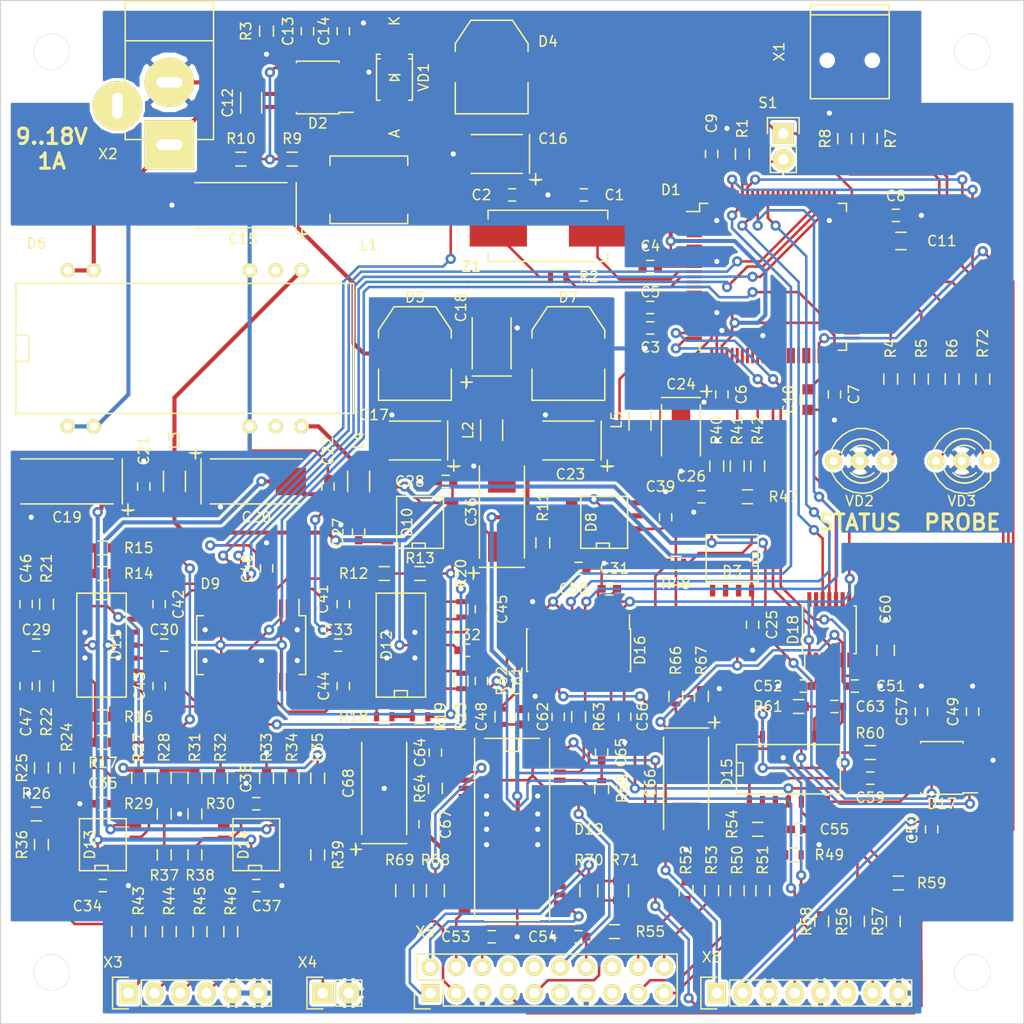
<source format=kicad_pcb>
(kicad_pcb (version 4) (host pcbnew "(2015-01-16 BZR 5376)-product")
  (layers (0 F.Cu signal) (31 B.Cu signal) (34 B.Paste user) (35 F.Paste user) (36 B.SilkS user) (37 F.SilkS user) (38 B.Mask user) (39 F.Mask user) (44 Edge.Cuts user))
  (net 0 "")
  (net 1 "Net-(C1-Pad1)")
  (net 2 GND)
  (net 3 "Net-(C2-Pad1)")
  (net 4 +3V3)
  (net 5 VDD)
  (net 6 "Net-(C10-Pad1)")
  (net 7 "Net-(C11-Pad1)")
  (net 8 VIN)
  (net 9 "Net-(C13-Pad1)")
  (net 10 "Net-(C13-Pad2)")
  (net 11 7V)
  (net 12 "Net-(C17-Pad1)")
  (net 13 +5V)
  (net 14 +15V)
  (net 15 -15V)
  (net 16 ADC_VREF)
  (net 17 "Net-(C31-Pad1)")
  (net 18 "Net-(C36-Pad1)")
  (net 19 "Net-(C41-Pad1)")
  (net 20 "Net-(C41-Pad2)")
  (net 21 "Net-(C42-Pad1)")
  (net 22 "Net-(C42-Pad2)")
  (net 23 "Net-(C43-Pad1)")
  (net 24 "Net-(C43-Pad2)")
  (net 25 "Net-(C44-Pad1)")
  (net 26 "Net-(C44-Pad2)")
  (net 27 "/Piezo drivers/X")
  (net 28 "Net-(C45-Pad2)")
  (net 29 "/Piezo drivers/Y")
  (net 30 "Net-(C46-Pad2)")
  (net 31 "/Piezo drivers/Z")
  (net 32 "Net-(C47-Pad2)")
  (net 33 STM_BIAS)
  (net 34 "Net-(C48-Pad2)")
  (net 35 "Net-(C59-Pad1)")
  (net 36 ADC_FOCUS)
  (net 37 "Net-(C60-Pad1)")
  (net 38 "Net-(C61-Pad1)")
  (net 39 ADC_BIAS)
  (net 40 "Net-(C62-Pad1)")
  (net 41 ADC_IN)
  (net 42 "Net-(C63-Pad2)")
  (net 43 "Net-(C64-Pad1)")
  (net 44 "Net-(C64-Pad2)")
  (net 45 "Net-(C65-Pad1)")
  (net 46 "Net-(C65-Pad2)")
  (net 47 "Net-(C66-Pad1)")
  (net 48 "Net-(D1-Pad1)")
  (net 49 "Net-(D1-Pad2)")
  (net 50 "Net-(D1-Pad3)")
  (net 51 "Net-(D1-Pad4)")
  (net 52 "Net-(D1-Pad5)")
  (net 53 "Net-(D1-Pad6)")
  (net 54 "Net-(D1-Pad7)")
  (net 55 "Net-(D1-Pad8)")
  (net 56 "Net-(D1-Pad9)")
  (net 57 "Net-(D1-Pad13)")
  (net 58 "Net-(D1-Pad14)")
  (net 59 "Net-(D1-Pad15)")
  (net 60 "Net-(D1-Pad16)")
  (net 61 "Net-(D1-Pad17)")
  (net 62 "Net-(D1-Pad18)")
  (net 63 "Net-(D1-Pad23)")
  (net 64 "Net-(D1-Pad26)")
  (net 65 DAC_ZMODP)
  (net 66 DAC_ZMODN)
  (net 67 "Net-(D1-Pad31)")
  (net 68 "Net-(D1-Pad32)")
  (net 69 "Net-(D1-Pad33)")
  (net 70 "Net-(D1-Pad34)")
  (net 71 "Net-(D1-Pad35)")
  (net 72 "Net-(D1-Pad36)")
  (net 73 "Net-(D1-Pad38)")
  (net 74 "Net-(D1-Pad39)")
  (net 75 "Net-(D1-Pad40)")
  (net 76 "Net-(D1-Pad41)")
  (net 77 "Net-(D1-Pad42)")
  (net 78 "Net-(D1-Pad43)")
  (net 79 "Net-(D1-Pad44)")
  (net 80 "Net-(D1-Pad45)")
  (net 81 "Net-(D1-Pad46)")
  (net 82 OPU_ENA)
  (net 83 "Net-(D1-Pad48)")
  (net 84 PZ_CS)
  (net 85 PZ_CLK)
  (net 86 PZ_LDAC)
  (net 87 PZ_SDI)
  (net 88 "Net-(D1-Pad55)")
  (net 89 "Net-(D1-Pad56)")
  (net 90 "Net-(D1-Pad57)")
  (net 91 "Net-(D1-Pad58)")
  (net 92 "Net-(D1-Pad59)")
  (net 93 "Net-(D1-Pad60)")
  (net 94 "Net-(D1-Pad61)")
  (net 95 "Net-(D1-Pad62)")
  (net 96 "Net-(D1-Pad63)")
  (net 97 "Net-(D1-Pad64)")
  (net 98 "Net-(D1-Pad65)")
  (net 99 "Net-(D1-Pad66)")
  (net 100 "Net-(D1-Pad67)")
  (net 101 "Net-(D1-Pad68)")
  (net 102 "Net-(D1-Pad69)")
  (net 103 USBDM)
  (net 104 USBDP)
  (net 105 "Net-(D1-Pad72)")
  (net 106 "Net-(D1-Pad76)")
  (net 107 "Net-(D1-Pad77)")
  (net 108 "Net-(D1-Pad81)")
  (net 109 "Net-(D1-Pad82)")
  (net 110 "Net-(D1-Pad83)")
  (net 111 "Net-(D1-Pad84)")
  (net 112 "Net-(D1-Pad85)")
  (net 113 "Net-(D1-Pad86)")
  (net 114 "Net-(D1-Pad87)")
  (net 115 "Net-(D1-Pad88)")
  (net 116 CTL_CLK)
  (net 117 "Net-(D1-Pad90)")
  (net 118 CTL_SDI)
  (net 119 CTL_VGA)
  (net 120 ADC_SELECT)
  (net 121 "Net-(D1-Pad94)")
  (net 122 CTL_VCM)
  (net 123 VCM_MUTE)
  (net 124 "Net-(D1-Pad97)")
  (net 125 "Net-(D1-Pad98)")
  (net 126 "Net-(D2-Pad1)")
  (net 127 "Net-(D2-Pad2)")
  (net 128 "Net-(D2-Pad5)")
  (net 129 "Net-(D2-Pad6)")
  (net 130 "Net-(D3-Pad3)")
  (net 131 "Net-(D3-Pad2)")
  (net 132 "Net-(D3-Pad1)")
  (net 133 "Net-(D6-Pad11)")
  (net 134 "Net-(D6-Pad14)")
  (net 135 "Net-(D8-Pad6)")
  (net 136 "Net-(D8-Pad5)")
  (net 137 "Net-(D10-Pad1)")
  (net 138 "Net-(D9-Pad20)")
  (net 139 "Net-(D13-Pad7)")
  (net 140 "Net-(D13-Pad6)")
  (net 141 "Net-(D13-Pad5)")
  (net 142 "Net-(D13-Pad3)")
  (net 143 "Net-(D13-Pad2)")
  (net 144 "Net-(D13-Pad1)")
  (net 145 "Net-(D14-Pad7)")
  (net 146 "Net-(D14-Pad6)")
  (net 147 "Net-(D14-Pad5)")
  (net 148 "Net-(D14-Pad3)")
  (net 149 "Net-(D14-Pad2)")
  (net 150 "Net-(D14-Pad1)")
  (net 151 "Net-(D15-Pad2)")
  (net 152 "Net-(D15-Pad3)")
  (net 153 "Net-(D15-Pad5)")
  (net 154 "Net-(D15-Pad6)")
  (net 155 "Net-(D15-Pad7)")
  (net 156 "Net-(D15-Pad10)")
  (net 157 "Net-(D16-Pad11)")
  (net 158 "Net-(D16-Pad12)")
  (net 159 "Net-(D16-Pad13)")
  (net 160 "Net-(D16-Pad14)")
  (net 161 "Net-(D18-Pad13)")
  (net 162 "Net-(D18-Pad14)")
  (net 163 "Net-(D19-Pad3)")
  (net 164 "/OPU interface/F-")
  (net 165 "Net-(D19-Pad9)")
  (net 166 "Net-(D19-Pad10)")
  (net 167 "Net-(D19-Pad11)")
  (net 168 "Net-(D19-Pad12)")
  (net 169 "Net-(D19-Pad13)")
  (net 170 "/OPU interface/F+")
  (net 171 "/OPU interface/T+")
  (net 172 "Net-(D19-Pad16)")
  (net 173 "Net-(D19-Pad17)")
  (net 174 "Net-(D19-Pad18)")
  (net 175 "/OPU interface/T-")
  (net 176 "Net-(D19-Pad21)")
  (net 177 "Net-(D19-Pad24)")
  (net 178 "Net-(R7-Pad2)")
  (net 179 "Net-(R8-Pad2)")
  (net 180 "/Piezo drivers/Z+X")
  (net 181 "/Piezo drivers/Z+Y")
  (net 182 "/Piezo drivers/Z-X")
  (net 183 "/Piezo drivers/Z-Y")
  (net 184 "/Piezo drivers/ZMOD")
  (net 185 "/OPU interface/PD_A")
  (net 186 "/OPU interface/PD_C")
  (net 187 "/OPU interface/PD_B")
  (net 188 "/OPU interface/PD_D")
  (net 189 "Net-(R55-Pad2)")
  (net 190 "Net-(R56-Pad2)")
  (net 191 "Net-(R57-Pad2)")
  (net 192 "Net-(X1-Pad1)")
  (net 193 "Net-(X1-Pad4)")
  (net 194 "Net-(X1-Pad6)")
  (net 195 "Net-(X2-Pad3)")
  (net 196 "Net-(X5-Pad8)")
  (net 197 "Net-(X5-Pad10)")
  (net 198 "Net-(X5-Pad11)")
  (net 199 "Net-(X5-Pad15)")
  (net 200 "Net-(X5-Pad16)")
  (net 201 "Net-(R4-Pad2)")
  (net 202 "Net-(R5-Pad2)")
  (net 203 "Net-(R6-Pad2)")
  (net 204 "Net-(R72-Pad2)")
  (net 205 "Net-(D18-Pad5)")
  (net 206 "Net-(D1-Pad51)")
  (net 207 "Net-(D1-Pad52)")
  (net 208 "Net-(D1-Pad54)")
  (module Sockets_DIP:DIP-24__600 (layer F.Cu) (at 76 76)
    (fp_text reference D6 (at -14.5 -10.25) (layer F.SilkS))
    (fp_text value DCW03)
    (pad 2 thru_hole circle (at -11.43 7.62) (size 1.397 1.397) (drill 0.8128) (layers *.Cu *.Mask F.SilkS) (net 2 GND))
    (pad 3 thru_hole circle (at -8.89 7.62) (size 1.397 1.397) (drill 0.8128) (layers *.Cu *.Mask F.SilkS) (net 2 GND))
    (pad 9 thru_hole circle (at 6.35 7.62) (size 1.397 1.397) (drill 0.8128) (layers *.Cu *.Mask F.SilkS) (net 2 GND))
    (pad 10 thru_hole circle (at 8.89 7.62) (size 1.397 1.397) (drill 0.8128) (layers *.Cu *.Mask F.SilkS))
    (pad 11 thru_hole circle (at 11.43 7.62) (size 1.397 1.397) (drill 0.8128) (layers *.Cu *.Mask F.SilkS) (net 133 "Net-(D6-Pad11)"))
    (pad 14 thru_hole circle (at 11.43 -7.62) (size 1.397 1.397) (drill 0.8128) (layers *.Cu *.Mask F.SilkS) (net 134 "Net-(D6-Pad14)"))
    (pad 15 thru_hole circle (at 8.89 -7.62) (size 1.397 1.397) (drill 0.8128) (layers *.Cu *.Mask F.SilkS))
    (pad 16 thru_hole circle (at 6.35 -7.62) (size 1.397 1.397) (drill 0.8128) (layers *.Cu *.Mask F.SilkS) (net 2 GND))
    (pad 22 thru_hole circle (at -8.89 -7.62) (size 1.397 1.397) (drill 0.8128) (layers *.Cu *.Mask F.SilkS) (net 8 VIN))
    (pad 23 thru_hole circle (at -11.43 -7.62) (size 1.397 1.397) (drill 0.8128) (layers *.Cu *.Mask F.SilkS) (net 8 VIN))
  )
  (module SMD_Packages:SOIC-28 (layer F.Cu) (at 108 123 270)
    (fp_text reference D19 (at 0 -7.5 360) (layer F.SilkS))
    (fp_text value AT5665)
    (pad 1 smd rect (at -8 4.656 270) (size 0.508 1.143) (layers F.Cu F.Paste F.Mask) (net 38 "Net-(C61-Pad1)"))
    (pad 2 smd rect (at -7.2 4.656 270) (size 0.508 1.143) (layers F.Cu F.Paste F.Mask) (net 43 "Net-(C64-Pad1)"))
    (pad 3 smd rect (at -6.4 4.656 270) (size 0.508 1.143) (layers F.Cu F.Paste F.Mask) (net 163 "Net-(D19-Pad3)"))
    (pad 4 smd rect (at -5.6 4.656 270) (size 0.508 1.143) (layers F.Cu F.Paste F.Mask) (net 164 "/OPU interface/F-"))
    (pad 5 smd rect (at -4.8 4.656 270) (size 0.508 1.143) (layers F.Cu F.Paste F.Mask) (net 39 ADC_BIAS))
    (pad 6 smd rect (at -4 4.656 270) (size 0.508 1.143) (layers F.Cu F.Paste F.Mask) (net 2 GND))
    (pad 7 smd rect (at -3.2 4.656 270) (size 0.508 1.143) (layers F.Cu F.Paste F.Mask) (net 2 GND))
    (pad 8 smd rect (at 3.2 4.656 270) (size 0.508 1.143) (layers F.Cu F.Paste F.Mask) (net 13 +5V))
    (pad 9 smd rect (at 4 4.656 270) (size 0.508 1.143) (layers F.Cu F.Paste F.Mask) (net 165 "Net-(D19-Pad9)"))
    (pad 10 smd rect (at 4.8 4.656 270) (size 0.508 1.143) (layers F.Cu F.Paste F.Mask) (net 166 "Net-(D19-Pad10)"))
    (pad 11 smd rect (at 5.6 4.656 270) (size 0.508 1.143) (layers F.Cu F.Paste F.Mask) (net 167 "Net-(D19-Pad11)"))
    (pad 12 smd rect (at 6.4 4.656 270) (size 0.508 1.143) (layers F.Cu F.Paste F.Mask) (net 168 "Net-(D19-Pad12)"))
    (pad 13 smd rect (at 7.2 4.656 270) (size 0.508 1.143) (layers F.Cu F.Paste F.Mask) (net 169 "Net-(D19-Pad13)"))
    (pad 14 smd rect (at 8 4.656 270) (size 0.508 1.143) (layers F.Cu F.Paste F.Mask) (net 170 "/OPU interface/F+"))
    (pad 15 smd rect (at 8 -4.656 270) (size 0.508 1.143) (layers F.Cu F.Paste F.Mask) (net 171 "/OPU interface/T+"))
    (pad 16 smd rect (at 7.2 -4.656 270) (size 0.508 1.143) (layers F.Cu F.Paste F.Mask) (net 172 "Net-(D19-Pad16)"))
    (pad 17 smd rect (at 6.4 -4.656 270) (size 0.508 1.143) (layers F.Cu F.Paste F.Mask) (net 173 "Net-(D19-Pad17)"))
    (pad 18 smd rect (at 5.6 -4.656 270) (size 0.508 1.143) (layers F.Cu F.Paste F.Mask) (net 174 "Net-(D19-Pad18)"))
    (pad 19 smd rect (at 4.8 -4.656 270) (size 0.508 1.143) (layers F.Cu F.Paste F.Mask) (net 13 +5V))
    (pad 20 smd rect (at 4 -4.656 270) (size 0.508 1.143) (layers F.Cu F.Paste F.Mask) (net 175 "/OPU interface/T-"))
    (pad 21 smd rect (at 3.2 -4.656 270) (size 0.508 1.143) (layers F.Cu F.Paste F.Mask) (net 176 "Net-(D19-Pad21)"))
    (pad 22 smd rect (at -3.2 -4.656 270) (size 0.508 1.143) (layers F.Cu F.Paste F.Mask) (net 2 GND))
    (pad 23 smd rect (at -4 -4.656 270) (size 0.508 1.143) (layers F.Cu F.Paste F.Mask) (net 39 ADC_BIAS))
    (pad 24 smd rect (at -4.8 -4.656 270) (size 0.508 1.143) (layers F.Cu F.Paste F.Mask) (net 177 "Net-(D19-Pad24)"))
    (pad 25 smd rect (at -5.6 -4.656 270) (size 0.508 1.143) (layers F.Cu F.Paste F.Mask) (net 45 "Net-(C65-Pad1)"))
    (pad 26 smd rect (at -6.4 -4.656 270) (size 0.508 1.143) (layers F.Cu F.Paste F.Mask) (net 40 "Net-(C62-Pad1)"))
    (pad 27 smd rect (at -7.2 -4.656 270) (size 0.508 1.143) (layers F.Cu F.Paste F.Mask) (net 39 ADC_BIAS))
    (pad 28 smd rect (at -8 -4.656 270) (size 0.508 1.143) (layers F.Cu F.Paste F.Mask) (net 123 VCM_MUTE))
    (pad PAD smd rect (at 0 -4.656 270) (size 5.2 1.143) (layers F.Cu F.Paste F.Mask) (net 2 GND))
    (pad PAD smd rect (at 0 4.656 270) (size 5.2 1.143) (layers F.Cu F.Paste F.Mask) (net 2 GND))
  )
  (module Housings_QFP:TQFP-100_14x14mm_Pitch0.5mm (layer F.Cu) (at 133.5 69)
    (fp_text reference D1 (at -10 -8.5) (layer F.SilkS))
    (fp_text value STM32F407VG)
    (pad 1 smd rect (at -7.7 -6) (size 1.5 0.28) (layers F.Cu F.Paste F.Mask) (net 48 "Net-(D1-Pad1)"))
    (pad 2 smd rect (at -7.7 -5.5) (size 1.5 0.28) (layers F.Cu F.Paste F.Mask) (net 49 "Net-(D1-Pad2)"))
    (pad 3 smd rect (at -7.7 -5) (size 1.5 0.28) (layers F.Cu F.Paste F.Mask) (net 50 "Net-(D1-Pad3)"))
    (pad 4 smd rect (at -7.7 -4.5) (size 1.5 0.28) (layers F.Cu F.Paste F.Mask) (net 51 "Net-(D1-Pad4)"))
    (pad 5 smd rect (at -7.7 -4) (size 1.5 0.28) (layers F.Cu F.Paste F.Mask) (net 52 "Net-(D1-Pad5)"))
    (pad 6 smd rect (at -7.7 -3.5) (size 1.5 0.28) (layers F.Cu F.Paste F.Mask) (net 53 "Net-(D1-Pad6)"))
    (pad 7 smd rect (at -7.7 -3) (size 1.5 0.28) (layers F.Cu F.Paste F.Mask) (net 54 "Net-(D1-Pad7)"))
    (pad 8 smd rect (at -7.7 -2.5) (size 1.5 0.28) (layers F.Cu F.Paste F.Mask) (net 55 "Net-(D1-Pad8)"))
    (pad 9 smd rect (at -7.7 -2) (size 1.5 0.28) (layers F.Cu F.Paste F.Mask) (net 56 "Net-(D1-Pad9)"))
    (pad 10 smd rect (at -7.7 -1.5) (size 1.5 0.28) (layers F.Cu F.Paste F.Mask) (net 2 GND))
    (pad 11 smd rect (at -7.7 -1) (size 1.5 0.28) (layers F.Cu F.Paste F.Mask) (net 5 VDD))
    (pad 12 smd rect (at -7.7 -0.5) (size 1.5 0.28) (layers F.Cu F.Paste F.Mask) (net 1 "Net-(C1-Pad1)"))
    (pad 13 smd rect (at -7.7 0) (size 1.5 0.28) (layers F.Cu F.Paste F.Mask) (net 57 "Net-(D1-Pad13)"))
    (pad 14 smd rect (at -7.7 0.5) (size 1.5 0.28) (layers F.Cu F.Paste F.Mask) (net 58 "Net-(D1-Pad14)"))
    (pad 15 smd rect (at -7.7 1) (size 1.5 0.28) (layers F.Cu F.Paste F.Mask) (net 59 "Net-(D1-Pad15)"))
    (pad 16 smd rect (at -7.7 1.5) (size 1.5 0.28) (layers F.Cu F.Paste F.Mask) (net 60 "Net-(D1-Pad16)"))
    (pad 17 smd rect (at -7.7 2) (size 1.5 0.28) (layers F.Cu F.Paste F.Mask) (net 61 "Net-(D1-Pad17)"))
    (pad 18 smd rect (at -7.7 2.5) (size 1.5 0.28) (layers F.Cu F.Paste F.Mask) (net 62 "Net-(D1-Pad18)"))
    (pad 19 smd rect (at -7.7 3) (size 1.5 0.28) (layers F.Cu F.Paste F.Mask) (net 5 VDD))
    (pad 20 smd rect (at -7.7 3.5) (size 1.5 0.28) (layers F.Cu F.Paste F.Mask) (net 2 GND))
    (pad 21 smd rect (at -7.7 4) (size 1.5 0.28) (layers F.Cu F.Paste F.Mask) (net 16 ADC_VREF))
    (pad 22 smd rect (at -7.7 4.5) (size 1.5 0.28) (layers F.Cu F.Paste F.Mask) (net 4 +3V3))
    (pad 23 smd rect (at -7.7 5) (size 1.5 0.28) (layers F.Cu F.Paste F.Mask) (net 63 "Net-(D1-Pad23)"))
    (pad 24 smd rect (at -7.7 5.5) (size 1.5 0.28) (layers F.Cu F.Paste F.Mask) (net 36 ADC_FOCUS))
    (pad 25 smd rect (at -7.7 6) (size 1.5 0.28) (layers F.Cu F.Paste F.Mask) (net 41 ADC_IN))
    (pad 26 smd rect (at -6 7.7 90) (size 1.5 0.28) (layers F.Cu F.Paste F.Mask) (net 64 "Net-(D1-Pad26)"))
    (pad 27 smd rect (at -5.5 7.7 90) (size 1.5 0.28) (layers F.Cu F.Paste F.Mask) (net 2 GND))
    (pad 28 smd rect (at -5 7.7 90) (size 1.5 0.28) (layers F.Cu F.Paste F.Mask) (net 5 VDD))
    (pad 29 smd rect (at -4.5 7.7 90) (size 1.5 0.28) (layers F.Cu F.Paste F.Mask) (net 65 DAC_ZMODP))
    (pad 30 smd rect (at -4 7.7 90) (size 1.5 0.28) (layers F.Cu F.Paste F.Mask) (net 66 DAC_ZMODN))
    (pad 31 smd rect (at -3.5 7.7 90) (size 1.5 0.28) (layers F.Cu F.Paste F.Mask) (net 67 "Net-(D1-Pad31)"))
    (pad 32 smd rect (at -3 7.7 90) (size 1.5 0.28) (layers F.Cu F.Paste F.Mask) (net 68 "Net-(D1-Pad32)"))
    (pad 33 smd rect (at -2.5 7.7 90) (size 1.5 0.28) (layers F.Cu F.Paste F.Mask) (net 69 "Net-(D1-Pad33)"))
    (pad 34 smd rect (at -2 7.7 90) (size 1.5 0.28) (layers F.Cu F.Paste F.Mask) (net 70 "Net-(D1-Pad34)"))
    (pad 35 smd rect (at -1.5 7.7 90) (size 1.5 0.28) (layers F.Cu F.Paste F.Mask) (net 71 "Net-(D1-Pad35)"))
    (pad 36 smd rect (at -1 7.7 90) (size 1.5 0.28) (layers F.Cu F.Paste F.Mask) (net 72 "Net-(D1-Pad36)"))
    (pad 37 smd rect (at -0.5 7.7 90) (size 1.5 0.28) (layers F.Cu F.Paste F.Mask) (net 2 GND))
    (pad 38 smd rect (at 0 7.7 90) (size 1.5 0.28) (layers F.Cu F.Paste F.Mask) (net 73 "Net-(D1-Pad38)"))
    (pad 39 smd rect (at 0.5 7.7 90) (size 1.5 0.28) (layers F.Cu F.Paste F.Mask) (net 74 "Net-(D1-Pad39)"))
    (pad 40 smd rect (at 1 7.7 90) (size 1.5 0.28) (layers F.Cu F.Paste F.Mask) (net 75 "Net-(D1-Pad40)"))
    (pad 41 smd rect (at 1.5 7.7 90) (size 1.5 0.28) (layers F.Cu F.Paste F.Mask) (net 76 "Net-(D1-Pad41)"))
    (pad 42 smd rect (at 2 7.7 90) (size 1.5 0.28) (layers F.Cu F.Paste F.Mask) (net 77 "Net-(D1-Pad42)"))
    (pad 43 smd rect (at 2.5 7.7 90) (size 1.5 0.28) (layers F.Cu F.Paste F.Mask) (net 78 "Net-(D1-Pad43)"))
    (pad 44 smd rect (at 3 7.7 90) (size 1.5 0.28) (layers F.Cu F.Paste F.Mask) (net 79 "Net-(D1-Pad44)"))
    (pad 45 smd rect (at 3.5 7.7 90) (size 1.5 0.28) (layers F.Cu F.Paste F.Mask) (net 80 "Net-(D1-Pad45)"))
    (pad 46 smd rect (at 4 7.7 90) (size 1.5 0.28) (layers F.Cu F.Paste F.Mask) (net 81 "Net-(D1-Pad46)"))
    (pad 47 smd rect (at 4.5 7.7 90) (size 1.5 0.28) (layers F.Cu F.Paste F.Mask) (net 82 OPU_ENA))
    (pad 48 smd rect (at 5 7.7 90) (size 1.5 0.28) (layers F.Cu F.Paste F.Mask) (net 83 "Net-(D1-Pad48)"))
    (pad 49 smd rect (at 5.5 7.7 90) (size 1.5 0.28) (layers F.Cu F.Paste F.Mask) (net 6 "Net-(C10-Pad1)"))
    (pad 50 smd rect (at 6 7.7 90) (size 1.5 0.28) (layers F.Cu F.Paste F.Mask) (net 5 VDD))
    (pad 51 smd rect (at 7.7 6) (size 1.5 0.28) (layers F.Cu F.Paste F.Mask) (net 206 "Net-(D1-Pad51)"))
    (pad 52 smd rect (at 7.7 5.5) (size 1.5 0.28) (layers F.Cu F.Paste F.Mask) (net 207 "Net-(D1-Pad52)"))
    (pad 53 smd rect (at 7.7 5) (size 1.5 0.28) (layers F.Cu F.Paste F.Mask) (net 86 PZ_LDAC))
    (pad 54 smd rect (at 7.7 4.5) (size 1.5 0.28) (layers F.Cu F.Paste F.Mask) (net 208 "Net-(D1-Pad54)"))
    (pad 55 smd rect (at 7.7 4) (size 1.5 0.28) (layers F.Cu F.Paste F.Mask) (net 88 "Net-(D1-Pad55)"))
    (pad 56 smd rect (at 7.7 3.5) (size 1.5 0.28) (layers F.Cu F.Paste F.Mask) (net 89 "Net-(D1-Pad56)"))
    (pad 57 smd rect (at 7.7 3) (size 1.5 0.28) (layers F.Cu F.Paste F.Mask) (net 90 "Net-(D1-Pad57)"))
    (pad 58 smd rect (at 7.7 2.5) (size 1.5 0.28) (layers F.Cu F.Paste F.Mask) (net 91 "Net-(D1-Pad58)"))
    (pad 59 smd rect (at 7.7 2) (size 1.5 0.28) (layers F.Cu F.Paste F.Mask) (net 92 "Net-(D1-Pad59)"))
    (pad 60 smd rect (at 7.7 1.5) (size 1.5 0.28) (layers F.Cu F.Paste F.Mask) (net 93 "Net-(D1-Pad60)"))
    (pad 61 smd rect (at 7.7 1) (size 1.5 0.28) (layers F.Cu F.Paste F.Mask) (net 94 "Net-(D1-Pad61)"))
    (pad 62 smd rect (at 7.7 0.5) (size 1.5 0.28) (layers F.Cu F.Paste F.Mask) (net 95 "Net-(D1-Pad62)"))
    (pad 63 smd rect (at 7.7 0) (size 1.5 0.28) (layers F.Cu F.Paste F.Mask) (net 96 "Net-(D1-Pad63)"))
    (pad 64 smd rect (at 7.7 -0.5) (size 1.5 0.28) (layers F.Cu F.Paste F.Mask) (net 97 "Net-(D1-Pad64)"))
    (pad 65 smd rect (at 7.7 -1) (size 1.5 0.28) (layers F.Cu F.Paste F.Mask) (net 98 "Net-(D1-Pad65)"))
    (pad 66 smd rect (at 7.7 -1.5) (size 1.5 0.28) (layers F.Cu F.Paste F.Mask) (net 99 "Net-(D1-Pad66)"))
    (pad 67 smd rect (at 7.7 -2) (size 1.5 0.28) (layers F.Cu F.Paste F.Mask) (net 100 "Net-(D1-Pad67)"))
    (pad 68 smd rect (at 7.7 -2.5) (size 1.5 0.28) (layers F.Cu F.Paste F.Mask) (net 101 "Net-(D1-Pad68)"))
    (pad 69 smd rect (at 7.7 -3) (size 1.5 0.28) (layers F.Cu F.Paste F.Mask) (net 102 "Net-(D1-Pad69)"))
    (pad 70 smd rect (at 7.7 -3.5) (size 1.5 0.28) (layers F.Cu F.Paste F.Mask) (net 103 USBDM))
    (pad 71 smd rect (at 7.7 -4) (size 1.5 0.28) (layers F.Cu F.Paste F.Mask) (net 104 USBDP))
    (pad 72 smd rect (at 7.7 -4.5) (size 1.5 0.28) (layers F.Cu F.Paste F.Mask) (net 105 "Net-(D1-Pad72)"))
    (pad 73 smd rect (at 7.7 -5) (size 1.5 0.28) (layers F.Cu F.Paste F.Mask) (net 7 "Net-(C11-Pad1)"))
    (pad 74 smd rect (at 7.7 -5.5) (size 1.5 0.28) (layers F.Cu F.Paste F.Mask) (net 2 GND))
    (pad 75 smd rect (at 7.7 -6) (size 1.5 0.28) (layers F.Cu F.Paste F.Mask) (net 5 VDD))
    (pad 76 smd rect (at 6 -7.7 90) (size 1.5 0.28) (layers F.Cu F.Paste F.Mask) (net 106 "Net-(D1-Pad76)"))
    (pad 77 smd rect (at 5.5 -7.7 90) (size 1.5 0.28) (layers F.Cu F.Paste F.Mask) (net 107 "Net-(D1-Pad77)"))
    (pad 78 smd rect (at 5 -7.7 90) (size 1.5 0.28) (layers F.Cu F.Paste F.Mask) (net 85 PZ_CLK))
    (pad 79 smd rect (at 4.5 -7.7 90) (size 1.5 0.28) (layers F.Cu F.Paste F.Mask) (net 84 PZ_CS))
    (pad 80 smd rect (at 4 -7.7 90) (size 1.5 0.28) (layers F.Cu F.Paste F.Mask) (net 87 PZ_SDI))
    (pad 81 smd rect (at 3.5 -7.7 90) (size 1.5 0.28) (layers F.Cu F.Paste F.Mask) (net 108 "Net-(D1-Pad81)"))
    (pad 82 smd rect (at 3 -7.7 90) (size 1.5 0.28) (layers F.Cu F.Paste F.Mask) (net 109 "Net-(D1-Pad82)"))
    (pad 83 smd rect (at 2.5 -7.7 90) (size 1.5 0.28) (layers F.Cu F.Paste F.Mask) (net 110 "Net-(D1-Pad83)"))
    (pad 84 smd rect (at 2 -7.7 90) (size 1.5 0.28) (layers F.Cu F.Paste F.Mask) (net 111 "Net-(D1-Pad84)"))
    (pad 85 smd rect (at 1.5 -7.7 90) (size 1.5 0.28) (layers F.Cu F.Paste F.Mask) (net 112 "Net-(D1-Pad85)"))
    (pad 86 smd rect (at 1 -7.7 90) (size 1.5 0.28) (layers F.Cu F.Paste F.Mask) (net 113 "Net-(D1-Pad86)"))
    (pad 87 smd rect (at 0.5 -7.7 90) (size 1.5 0.28) (layers F.Cu F.Paste F.Mask) (net 114 "Net-(D1-Pad87)"))
    (pad 88 smd rect (at 0 -7.7 90) (size 1.5 0.28) (layers F.Cu F.Paste F.Mask) (net 115 "Net-(D1-Pad88)"))
    (pad 89 smd rect (at -0.5 -7.7 90) (size 1.5 0.28) (layers F.Cu F.Paste F.Mask) (net 116 CTL_CLK))
    (pad 90 smd rect (at -1 -7.7 90) (size 1.5 0.28) (layers F.Cu F.Paste F.Mask) (net 117 "Net-(D1-Pad90)"))
    (pad 91 smd rect (at -1.5 -7.7 90) (size 1.5 0.28) (layers F.Cu F.Paste F.Mask) (net 118 CTL_SDI))
    (pad 92 smd rect (at -2 -7.7 90) (size 1.5 0.28) (layers F.Cu F.Paste F.Mask) (net 119 CTL_VGA))
    (pad 93 smd rect (at -2.5 -7.7 90) (size 1.5 0.28) (layers F.Cu F.Paste F.Mask) (net 120 ADC_SELECT))
    (pad 94 smd rect (at -3 -7.7 90) (size 1.5 0.28) (layers F.Cu F.Paste F.Mask) (net 121 "Net-(D1-Pad94)"))
    (pad 95 smd rect (at -3.5 -7.7 90) (size 1.5 0.28) (layers F.Cu F.Paste F.Mask) (net 122 CTL_VCM))
    (pad 96 smd rect (at -4 -7.7 90) (size 1.5 0.28) (layers F.Cu F.Paste F.Mask) (net 123 VCM_MUTE))
    (pad 97 smd rect (at -4.5 -7.7 90) (size 1.5 0.28) (layers F.Cu F.Paste F.Mask) (net 124 "Net-(D1-Pad97)"))
    (pad 98 smd rect (at -5 -7.7 90) (size 1.5 0.28) (layers F.Cu F.Paste F.Mask) (net 125 "Net-(D1-Pad98)"))
    (pad 99 smd rect (at -5.5 -7.7 90) (size 1.5 0.28) (layers F.Cu F.Paste F.Mask) (net 2 GND))
    (pad 100 smd rect (at -6 -7.7 90) (size 1.5 0.28) (layers F.Cu F.Paste F.Mask) (net 5 VDD))
  )
  (module Housings_SOIC:SOIC-8-1EP_3.9x4.9mm_Pitch1.27mm (layer F.Cu) (at 89 50.5 180)
    (fp_text reference D2 (at 0 -3.5 180) (layer F.SilkS))
    (fp_text value L5973AD)
    (pad 1 smd rect (at -2.7 -1.905 180) (size 1.55 0.6) (layers F.Cu F.Paste F.Mask) (net 126 "Net-(D2-Pad1)"))
    (pad 2 smd rect (at -2.7 -0.635 180) (size 1.55 0.6) (layers F.Cu F.Paste F.Mask) (net 127 "Net-(D2-Pad2)"))
    (pad 3 smd rect (at -2.7 0.635 180) (size 1.55 0.6) (layers F.Cu F.Paste F.Mask) (net 2 GND))
    (pad 4 smd rect (at -2.7 1.905 180) (size 1.55 0.6) (layers F.Cu F.Paste F.Mask) (net 9 "Net-(C13-Pad1)"))
    (pad 5 smd rect (at 2.7 1.905 180) (size 1.55 0.6) (layers F.Cu F.Paste F.Mask) (net 128 "Net-(D2-Pad5)"))
    (pad 6 smd rect (at 2.7 0.635 180) (size 1.55 0.6) (layers F.Cu F.Paste F.Mask) (net 129 "Net-(D2-Pad6)"))
    (pad 7 smd rect (at 2.7 -0.635 180) (size 1.55 0.6) (layers F.Cu F.Paste F.Mask) (net 2 GND))
    (pad 8 smd rect (at 2.7 -1.905 180) (size 1.55 0.6) (layers F.Cu F.Paste F.Mask) (net 8 VIN))
    (pad 9 smd rect (at 0.5875 0.5875 180) (size 1.175 1.175) (layers F.Cu F.Paste F.Mask))
    (pad 9 smd rect (at 0.5875 -0.5875 180) (size 1.175 1.175) (layers F.Cu F.Paste F.Mask))
    (pad 9 smd rect (at -0.5875 0.5875 180) (size 1.175 1.175) (layers F.Cu F.Paste F.Mask))
    (pad 9 smd rect (at -0.5875 -0.5875 180) (size 1.175 1.175) (layers F.Cu F.Paste F.Mask))
  )
  (module SMD_Packages:SOIC-8-N (layer F.Cu) (at 129.5 96.5 180)
    (fp_text reference D3 (at 0 -1.27 180) (layer F.SilkS))
    (fp_text value OPA2227)
    (pad 8 smd rect (at -1.905 -3.175 180) (size 0.508 1.143) (layers F.Cu F.Paste F.Mask) (net 14 +15V))
    (pad 7 smd rect (at -0.635 -3.175 180) (size 0.508 1.143) (layers F.Cu F.Paste F.Mask))
    (pad 6 smd rect (at 0.635 -3.175 180) (size 0.508 1.143) (layers F.Cu F.Paste F.Mask))
    (pad 5 smd rect (at 1.905 -3.175 180) (size 0.508 1.143) (layers F.Cu F.Paste F.Mask))
    (pad 4 smd rect (at 1.905 3.175 180) (size 0.508 1.143) (layers F.Cu F.Paste F.Mask) (net 15 -15V))
    (pad 3 smd rect (at 0.635 3.175 180) (size 0.508 1.143) (layers F.Cu F.Paste F.Mask) (net 130 "Net-(D3-Pad3)"))
    (pad 2 smd rect (at -0.635 3.175 180) (size 0.508 1.143) (layers F.Cu F.Paste F.Mask) (net 131 "Net-(D3-Pad2)"))
    (pad 1 smd rect (at -1.905 3.175 180) (size 0.508 1.143) (layers F.Cu F.Paste F.Mask) (net 132 "Net-(D3-Pad1)"))
  )
  (module SMD_Packages:SOT-223 (layer F.Cu) (at 106 48.5)
    (fp_text reference D4 (at 5.5 -2.5) (layer F.SilkS))
    (fp_text value LD1117S33TR)
    (pad 4 smd rect (at 0 -3.302) (size 3.6576 2.032) (layers F.Cu F.Paste F.Mask))
    (pad 2 smd rect (at 0 3.302) (size 1.016 2.032) (layers F.Cu F.Paste F.Mask) (net 5 VDD))
    (pad 3 smd rect (at 2.286 3.302) (size 1.016 2.032) (layers F.Cu F.Paste F.Mask) (net 11 7V))
    (pad 1 smd rect (at -2.286 3.302) (size 1.016 2.032) (layers F.Cu F.Paste F.Mask) (net 2 GND))
  )
  (module SMD_Packages:SOT-223 (layer F.Cu) (at 98.5 76.5)
    (fp_text reference D5 (at 0 -5.5) (layer F.SilkS))
    (fp_text value LD1117S50TR)
    (pad 4 smd rect (at 0 -3.302) (size 3.6576 2.032) (layers F.Cu F.Paste F.Mask))
    (pad 2 smd rect (at 0 3.302) (size 1.016 2.032) (layers F.Cu F.Paste F.Mask) (net 12 "Net-(C17-Pad1)"))
    (pad 3 smd rect (at 2.286 3.302) (size 1.016 2.032) (layers F.Cu F.Paste F.Mask) (net 11 7V))
    (pad 1 smd rect (at -2.286 3.302) (size 1.016 2.032) (layers F.Cu F.Paste F.Mask) (net 2 GND))
  )
  (module SMD_Packages:SOT-223 (layer F.Cu) (at 113.5 76.5)
    (fp_text reference D7 (at 0 -5.5) (layer F.SilkS))
    (fp_text value LD1117S33TR)
    (pad 4 smd rect (at 0 -3.302) (size 3.6576 2.032) (layers F.Cu F.Paste F.Mask))
    (pad 2 smd rect (at 0 3.302) (size 1.016 2.032) (layers F.Cu F.Paste F.Mask) (net 4 +3V3))
    (pad 3 smd rect (at 2.286 3.302) (size 1.016 2.032) (layers F.Cu F.Paste F.Mask) (net 13 +5V))
    (pad 1 smd rect (at -2.286 3.302) (size 1.016 2.032) (layers F.Cu F.Paste F.Mask) (net 2 GND))
  )
  (module SMD_Packages:SOIC-8-N (layer F.Cu) (at 117 93 90)
    (fp_text reference D8 (at 0 -1.27 90) (layer F.SilkS))
    (fp_text value REF102)
    (pad 8 smd rect (at -1.905 -3.175 90) (size 0.508 1.143) (layers F.Cu F.Paste F.Mask) (net 17 "Net-(C31-Pad1)"))
    (pad 7 smd rect (at -0.635 -3.175 90) (size 0.508 1.143) (layers F.Cu F.Paste F.Mask))
    (pad 6 smd rect (at 0.635 -3.175 90) (size 0.508 1.143) (layers F.Cu F.Paste F.Mask) (net 135 "Net-(D8-Pad6)"))
    (pad 5 smd rect (at 1.905 -3.175 90) (size 0.508 1.143) (layers F.Cu F.Paste F.Mask) (net 136 "Net-(D8-Pad5)"))
    (pad 4 smd rect (at 1.905 3.175 90) (size 0.508 1.143) (layers F.Cu F.Paste F.Mask) (net 2 GND))
    (pad 3 smd rect (at 0.635 3.175 90) (size 0.508 1.143) (layers F.Cu F.Paste F.Mask))
    (pad 2 smd rect (at -0.635 3.175 90) (size 0.508 1.143) (layers F.Cu F.Paste F.Mask) (net 14 +15V))
    (pad 1 smd rect (at -1.905 3.175 90) (size 0.508 1.143) (layers F.Cu F.Paste F.Mask))
  )
  (module Housings_SSOP:SSOP-28_5.3x10.2mm_Pitch0.65mm (layer F.Cu) (at 82.5 105 270)
    (fp_text reference D9 (at -6 4 360) (layer F.SilkS))
    (fp_text value DAC8814)
    (pad 1 smd rect (at -3.6 -4.225 270) (size 1.75 0.4) (layers F.Cu F.Paste F.Mask) (net 2 GND))
    (pad 2 smd rect (at -3.6 -3.575 270) (size 1.75 0.4) (layers F.Cu F.Paste F.Mask) (net 20 "Net-(C41-Pad2)"))
    (pad 3 smd rect (at -3.6 -2.925 270) (size 1.75 0.4) (layers F.Cu F.Paste F.Mask) (net 137 "Net-(D10-Pad1)"))
    (pad 4 smd rect (at -3.6 -2.275 270) (size 1.75 0.4) (layers F.Cu F.Paste F.Mask) (net 19 "Net-(C41-Pad1)"))
    (pad 5 smd rect (at -3.6 -1.625 270) (size 1.75 0.4) (layers F.Cu F.Paste F.Mask) (net 5 VDD))
    (pad 6 smd rect (at -3.6 -0.975 270) (size 1.75 0.4) (layers F.Cu F.Paste F.Mask) (net 5 VDD))
    (pad 7 smd rect (at -3.6 -0.325 270) (size 1.75 0.4) (layers F.Cu F.Paste F.Mask) (net 5 VDD))
    (pad 8 smd rect (at -3.6 0.325 270) (size 1.75 0.4) (layers F.Cu F.Paste F.Mask) (net 84 PZ_CS))
    (pad 9 smd rect (at -3.6 0.975 270) (size 1.75 0.4) (layers F.Cu F.Paste F.Mask) (net 85 PZ_CLK))
    (pad 10 smd rect (at -3.6 1.625 270) (size 1.75 0.4) (layers F.Cu F.Paste F.Mask) (net 87 PZ_SDI))
    (pad 11 smd rect (at -3.6 2.275 270) (size 1.75 0.4) (layers F.Cu F.Paste F.Mask) (net 21 "Net-(C42-Pad1)"))
    (pad 12 smd rect (at -3.6 2.925 270) (size 1.75 0.4) (layers F.Cu F.Paste F.Mask) (net 137 "Net-(D10-Pad1)"))
    (pad 13 smd rect (at -3.6 3.575 270) (size 1.75 0.4) (layers F.Cu F.Paste F.Mask) (net 22 "Net-(C42-Pad2)"))
    (pad 14 smd rect (at -3.6 4.225 270) (size 1.75 0.4) (layers F.Cu F.Paste F.Mask) (net 2 GND))
    (pad 15 smd rect (at 3.6 4.225 270) (size 1.75 0.4) (layers F.Cu F.Paste F.Mask) (net 2 GND))
    (pad 16 smd rect (at 3.6 3.575 270) (size 1.75 0.4) (layers F.Cu F.Paste F.Mask) (net 24 "Net-(C43-Pad2)"))
    (pad 17 smd rect (at 3.6 2.925 270) (size 1.75 0.4) (layers F.Cu F.Paste F.Mask) (net 137 "Net-(D10-Pad1)"))
    (pad 18 smd rect (at 3.6 2.275 270) (size 1.75 0.4) (layers F.Cu F.Paste F.Mask) (net 23 "Net-(C43-Pad1)"))
    (pad 19 smd rect (at 3.6 1.625 270) (size 1.75 0.4) (layers F.Cu F.Paste F.Mask))
    (pad 20 smd rect (at 3.6 0.975 270) (size 1.75 0.4) (layers F.Cu F.Paste F.Mask) (net 138 "Net-(D9-Pad20)"))
    (pad 21 smd rect (at 3.6 0.325 270) (size 1.75 0.4) (layers F.Cu F.Paste F.Mask) (net 86 PZ_LDAC))
    (pad 22 smd rect (at 3.6 -0.325 270) (size 1.75 0.4) (layers F.Cu F.Paste F.Mask) (net 2 GND))
    (pad 23 smd rect (at 3.6 -0.975 270) (size 1.75 0.4) (layers F.Cu F.Paste F.Mask) (net 2 GND))
    (pad 24 smd rect (at 3.6 -1.625 270) (size 1.75 0.4) (layers F.Cu F.Paste F.Mask) (net 2 GND))
    (pad 25 smd rect (at 3.6 -2.275 270) (size 1.75 0.4) (layers F.Cu F.Paste F.Mask) (net 25 "Net-(C44-Pad1)"))
    (pad 26 smd rect (at 3.6 -2.925 270) (size 1.75 0.4) (layers F.Cu F.Paste F.Mask) (net 137 "Net-(D10-Pad1)"))
    (pad 27 smd rect (at 3.6 -3.575 270) (size 1.75 0.4) (layers F.Cu F.Paste F.Mask) (net 26 "Net-(C44-Pad2)"))
    (pad 28 smd rect (at 3.6 -4.225 270) (size 1.75 0.4) (layers F.Cu F.Paste F.Mask) (net 2 GND))
  )
  (module SMD_Packages:SOIC-8-N (layer F.Cu) (at 99 93 90)
    (fp_text reference D10 (at 0 -1.27 90) (layer F.SilkS))
    (fp_text value OPA2227)
    (pad 8 smd rect (at -1.905 -3.175 90) (size 0.508 1.143) (layers F.Cu F.Paste F.Mask) (net 14 +15V))
    (pad 7 smd rect (at -0.635 -3.175 90) (size 0.508 1.143) (layers F.Cu F.Paste F.Mask))
    (pad 6 smd rect (at 0.635 -3.175 90) (size 0.508 1.143) (layers F.Cu F.Paste F.Mask))
    (pad 5 smd rect (at 1.905 -3.175 90) (size 0.508 1.143) (layers F.Cu F.Paste F.Mask))
    (pad 4 smd rect (at 1.905 3.175 90) (size 0.508 1.143) (layers F.Cu F.Paste F.Mask) (net 15 -15V))
    (pad 3 smd rect (at 0.635 3.175 90) (size 0.508 1.143) (layers F.Cu F.Paste F.Mask) (net 18 "Net-(C36-Pad1)"))
    (pad 2 smd rect (at -0.635 3.175 90) (size 0.508 1.143) (layers F.Cu F.Paste F.Mask) (net 137 "Net-(D10-Pad1)"))
    (pad 1 smd rect (at -1.905 3.175 90) (size 0.508 1.143) (layers F.Cu F.Paste F.Mask) (net 137 "Net-(D10-Pad1)"))
  )
  (module SMD_Packages:SOIC-14_N (layer F.Cu) (at 68 105 270)
    (fp_text reference D11 (at 0 -1.27 270) (layer F.SilkS))
    (fp_text value OPA4227)
    (pad 1 smd rect (at -3.81 3.302 270) (size 0.508 1.143) (layers F.Cu F.Paste F.Mask) (net 29 "/Piezo drivers/Y"))
    (pad 2 smd rect (at -2.54 3.302 270) (size 0.508 1.143) (layers F.Cu F.Paste F.Mask) (net 30 "Net-(C46-Pad2)"))
    (pad 3 smd rect (at -1.27 3.302 270) (size 0.508 1.143) (layers F.Cu F.Paste F.Mask) (net 2 GND))
    (pad 4 smd rect (at 0 3.302 270) (size 0.508 1.143) (layers F.Cu F.Paste F.Mask) (net 14 +15V))
    (pad 5 smd rect (at 1.27 3.302 270) (size 0.508 1.143) (layers F.Cu F.Paste F.Mask) (net 2 GND))
    (pad 6 smd rect (at 2.54 3.302 270) (size 0.508 1.143) (layers F.Cu F.Paste F.Mask) (net 32 "Net-(C47-Pad2)"))
    (pad 7 smd rect (at 3.81 3.302 270) (size 0.508 1.143) (layers F.Cu F.Paste F.Mask) (net 31 "/Piezo drivers/Z"))
    (pad 8 smd rect (at 3.81 -3.048 270) (size 0.508 1.143) (layers F.Cu F.Paste F.Mask) (net 23 "Net-(C43-Pad1)"))
    (pad 9 smd rect (at 2.54 -3.048 270) (size 0.508 1.143) (layers F.Cu F.Paste F.Mask) (net 24 "Net-(C43-Pad2)"))
    (pad 11 smd rect (at 0 -3.048 270) (size 0.508 1.143) (layers F.Cu F.Paste F.Mask) (net 15 -15V))
    (pad 12 smd rect (at -1.27 -3.048 270) (size 0.508 1.143) (layers F.Cu F.Paste F.Mask) (net 2 GND))
    (pad 13 smd rect (at -2.54 -3.048 270) (size 0.508 1.143) (layers F.Cu F.Paste F.Mask) (net 22 "Net-(C42-Pad2)"))
    (pad 14 smd rect (at -3.81 -3.048 270) (size 0.508 1.143) (layers F.Cu F.Paste F.Mask) (net 21 "Net-(C42-Pad1)"))
    (pad 10 smd rect (at 1.27 -3.048 270) (size 0.508 1.143) (layers F.Cu F.Paste F.Mask) (net 2 GND))
  )
  (module SMD_Packages:SOIC-14_N (layer F.Cu) (at 97 105 90)
    (fp_text reference D12 (at 0 -1.27 90) (layer F.SilkS))
    (fp_text value OPA4227)
    (pad 1 smd rect (at -3.81 3.302 90) (size 0.508 1.143) (layers F.Cu F.Paste F.Mask) (net 33 STM_BIAS))
    (pad 2 smd rect (at -2.54 3.302 90) (size 0.508 1.143) (layers F.Cu F.Paste F.Mask) (net 34 "Net-(C48-Pad2)"))
    (pad 3 smd rect (at -1.27 3.302 90) (size 0.508 1.143) (layers F.Cu F.Paste F.Mask) (net 2 GND))
    (pad 4 smd rect (at 0 3.302 90) (size 0.508 1.143) (layers F.Cu F.Paste F.Mask) (net 14 +15V))
    (pad 5 smd rect (at 1.27 3.302 90) (size 0.508 1.143) (layers F.Cu F.Paste F.Mask) (net 2 GND))
    (pad 6 smd rect (at 2.54 3.302 90) (size 0.508 1.143) (layers F.Cu F.Paste F.Mask) (net 28 "Net-(C45-Pad2)"))
    (pad 7 smd rect (at 3.81 3.302 90) (size 0.508 1.143) (layers F.Cu F.Paste F.Mask) (net 27 "/Piezo drivers/X"))
    (pad 8 smd rect (at 3.81 -3.048 90) (size 0.508 1.143) (layers F.Cu F.Paste F.Mask) (net 19 "Net-(C41-Pad1)"))
    (pad 9 smd rect (at 2.54 -3.048 90) (size 0.508 1.143) (layers F.Cu F.Paste F.Mask) (net 20 "Net-(C41-Pad2)"))
    (pad 11 smd rect (at 0 -3.048 90) (size 0.508 1.143) (layers F.Cu F.Paste F.Mask) (net 15 -15V))
    (pad 12 smd rect (at -1.27 -3.048 90) (size 0.508 1.143) (layers F.Cu F.Paste F.Mask) (net 2 GND))
    (pad 13 smd rect (at -2.54 -3.048 90) (size 0.508 1.143) (layers F.Cu F.Paste F.Mask) (net 26 "Net-(C44-Pad2)"))
    (pad 14 smd rect (at -3.81 -3.048 90) (size 0.508 1.143) (layers F.Cu F.Paste F.Mask) (net 25 "Net-(C44-Pad1)"))
    (pad 10 smd rect (at 1.27 -3.048 90) (size 0.508 1.143) (layers F.Cu F.Paste F.Mask) (net 2 GND))
  )
  (module SMD_Packages:SOIC-8-N (layer F.Cu) (at 68 124.5 90)
    (fp_text reference D13 (at 0 -1.27 90) (layer F.SilkS))
    (fp_text value OPA2227)
    (pad 8 smd rect (at -1.905 -3.175 90) (size 0.508 1.143) (layers F.Cu F.Paste F.Mask) (net 14 +15V))
    (pad 7 smd rect (at -0.635 -3.175 90) (size 0.508 1.143) (layers F.Cu F.Paste F.Mask) (net 139 "Net-(D13-Pad7)"))
    (pad 6 smd rect (at 0.635 -3.175 90) (size 0.508 1.143) (layers F.Cu F.Paste F.Mask) (net 140 "Net-(D13-Pad6)"))
    (pad 5 smd rect (at 1.905 -3.175 90) (size 0.508 1.143) (layers F.Cu F.Paste F.Mask) (net 141 "Net-(D13-Pad5)"))
    (pad 4 smd rect (at 1.905 3.175 90) (size 0.508 1.143) (layers F.Cu F.Paste F.Mask) (net 15 -15V))
    (pad 3 smd rect (at 0.635 3.175 90) (size 0.508 1.143) (layers F.Cu F.Paste F.Mask) (net 142 "Net-(D13-Pad3)"))
    (pad 2 smd rect (at -0.635 3.175 90) (size 0.508 1.143) (layers F.Cu F.Paste F.Mask) (net 143 "Net-(D13-Pad2)"))
    (pad 1 smd rect (at -1.905 3.175 90) (size 0.508 1.143) (layers F.Cu F.Paste F.Mask) (net 144 "Net-(D13-Pad1)"))
  )
  (module SMD_Packages:SOIC-8-N (layer F.Cu) (at 83 124.5 90)
    (fp_text reference D14 (at 0 -1.27 90) (layer F.SilkS))
    (fp_text value OPA2227)
    (pad 8 smd rect (at -1.905 -3.175 90) (size 0.508 1.143) (layers F.Cu F.Paste F.Mask) (net 14 +15V))
    (pad 7 smd rect (at -0.635 -3.175 90) (size 0.508 1.143) (layers F.Cu F.Paste F.Mask) (net 145 "Net-(D14-Pad7)"))
    (pad 6 smd rect (at 0.635 -3.175 90) (size 0.508 1.143) (layers F.Cu F.Paste F.Mask) (net 146 "Net-(D14-Pad6)"))
    (pad 5 smd rect (at 1.905 -3.175 90) (size 0.508 1.143) (layers F.Cu F.Paste F.Mask) (net 147 "Net-(D14-Pad5)"))
    (pad 4 smd rect (at 1.905 3.175 90) (size 0.508 1.143) (layers F.Cu F.Paste F.Mask) (net 15 -15V))
    (pad 3 smd rect (at 0.635 3.175 90) (size 0.508 1.143) (layers F.Cu F.Paste F.Mask) (net 148 "Net-(D14-Pad3)"))
    (pad 2 smd rect (at -0.635 3.175 90) (size 0.508 1.143) (layers F.Cu F.Paste F.Mask) (net 149 "Net-(D14-Pad2)"))
    (pad 1 smd rect (at -1.905 3.175 90) (size 0.508 1.143) (layers F.Cu F.Paste F.Mask) (net 150 "Net-(D14-Pad1)"))
  )
  (module SMD_Packages:SOIC-14_N (layer F.Cu) (at 135 117)
    (fp_text reference D15 (at -6 0.5 90) (layer F.SilkS))
    (fp_text value OPA4227)
    (pad 1 smd rect (at -3.81 3.302) (size 0.508 1.143) (layers F.Cu F.Paste F.Mask) (net 36 ADC_FOCUS))
    (pad 2 smd rect (at -2.54 3.302) (size 0.508 1.143) (layers F.Cu F.Paste F.Mask) (net 151 "Net-(D15-Pad2)"))
    (pad 3 smd rect (at -1.27 3.302) (size 0.508 1.143) (layers F.Cu F.Paste F.Mask) (net 152 "Net-(D15-Pad3)"))
    (pad 4 smd rect (at 0 3.302) (size 0.508 1.143) (layers F.Cu F.Paste F.Mask) (net 13 +5V))
    (pad 5 smd rect (at 1.27 3.302) (size 0.508 1.143) (layers F.Cu F.Paste F.Mask) (net 153 "Net-(D15-Pad5)"))
    (pad 6 smd rect (at 2.54 3.302) (size 0.508 1.143) (layers F.Cu F.Paste F.Mask) (net 154 "Net-(D15-Pad6)"))
    (pad 7 smd rect (at 3.81 3.302) (size 0.508 1.143) (layers F.Cu F.Paste F.Mask) (net 155 "Net-(D15-Pad7)"))
    (pad 8 smd rect (at 3.81 -3.048) (size 0.508 1.143) (layers F.Cu F.Paste F.Mask) (net 41 ADC_IN))
    (pad 9 smd rect (at 2.54 -3.048) (size 0.508 1.143) (layers F.Cu F.Paste F.Mask) (net 42 "Net-(C63-Pad2)"))
    (pad 11 smd rect (at 0 -3.048) (size 0.508 1.143) (layers F.Cu F.Paste F.Mask) (net 2 GND))
    (pad 12 smd rect (at -1.27 -3.048) (size 0.508 1.143) (layers F.Cu F.Paste F.Mask) (net 47 "Net-(C66-Pad1)"))
    (pad 13 smd rect (at -2.54 -3.048) (size 0.508 1.143) (layers F.Cu F.Paste F.Mask) (net 39 ADC_BIAS))
    (pad 14 smd rect (at -3.81 -3.048) (size 0.508 1.143) (layers F.Cu F.Paste F.Mask) (net 39 ADC_BIAS))
    (pad 10 smd rect (at 1.27 -3.048) (size 0.508 1.143) (layers F.Cu F.Paste F.Mask) (net 156 "Net-(D15-Pad10)"))
  )
  (module Housings_SOIC:SOIC-16_3.9x9.9mm_Pitch1.27mm (layer F.Cu) (at 114.5 105.5 270)
    (fp_text reference D16 (at 0 -6 270) (layer F.SilkS))
    (fp_text value TLV5604)
    (pad 1 smd rect (at -2.7 -4.445 270) (size 1.5 0.6) (layers F.Cu F.Paste F.Mask) (net 5 VDD))
    (pad 2 smd rect (at -2.7 -3.175 270) (size 1.5 0.6) (layers F.Cu F.Paste F.Mask) (net 5 VDD))
    (pad 3 smd rect (at -2.7 -1.905 270) (size 1.5 0.6) (layers F.Cu F.Paste F.Mask) (net 2 GND))
    (pad 4 smd rect (at -2.7 -0.635 270) (size 1.5 0.6) (layers F.Cu F.Paste F.Mask) (net 118 CTL_SDI))
    (pad 5 smd rect (at -2.7 0.635 270) (size 1.5 0.6) (layers F.Cu F.Paste F.Mask) (net 116 CTL_CLK))
    (pad 6 smd rect (at -2.7 1.905 270) (size 1.5 0.6) (layers F.Cu F.Paste F.Mask) (net 122 CTL_VCM))
    (pad 7 smd rect (at -2.7 3.175 270) (size 1.5 0.6) (layers F.Cu F.Paste F.Mask) (net 122 CTL_VCM))
    (pad 8 smd rect (at -2.7 4.445 270) (size 1.5 0.6) (layers F.Cu F.Paste F.Mask) (net 2 GND))
    (pad 9 smd rect (at 2.7 4.445 270) (size 1.5 0.6) (layers F.Cu F.Paste F.Mask) (net 2 GND))
    (pad 10 smd rect (at 2.7 3.175 270) (size 1.5 0.6) (layers F.Cu F.Paste F.Mask) (net 39 ADC_BIAS))
    (pad 11 smd rect (at 2.7 1.905 270) (size 1.5 0.6) (layers F.Cu F.Paste F.Mask) (net 157 "Net-(D16-Pad11)"))
    (pad 12 smd rect (at 2.7 0.635 270) (size 1.5 0.6) (layers F.Cu F.Paste F.Mask) (net 158 "Net-(D16-Pad12)"))
    (pad 13 smd rect (at 2.7 -0.635 270) (size 1.5 0.6) (layers F.Cu F.Paste F.Mask) (net 159 "Net-(D16-Pad13)"))
    (pad 14 smd rect (at 2.7 -1.905 270) (size 1.5 0.6) (layers F.Cu F.Paste F.Mask) (net 160 "Net-(D16-Pad14)"))
    (pad 15 smd rect (at 2.7 -3.175 270) (size 1.5 0.6) (layers F.Cu F.Paste F.Mask) (net 39 ADC_BIAS))
    (pad 16 smd rect (at 2.7 -4.445 270) (size 1.5 0.6) (layers F.Cu F.Paste F.Mask) (net 13 +5V))
  )
  (module Housings_SOIC:SOIC-8_3.9x4.9mm_Pitch1.27mm (layer F.Cu) (at 150 117 180)
    (fp_text reference D17 (at 0 -3.5 180) (layer F.SilkS))
    (fp_text value ADG419)
    (pad 1 smd rect (at -2.7 -1.905 180) (size 1.55 0.6) (layers F.Cu F.Paste F.Mask) (net 156 "Net-(D15-Pad10)"))
    (pad 2 smd rect (at -2.7 -0.635 180) (size 1.55 0.6) (layers F.Cu F.Paste F.Mask) (net 35 "Net-(C59-Pad1)"))
    (pad 3 smd rect (at -2.7 0.635 180) (size 1.55 0.6) (layers F.Cu F.Paste F.Mask) (net 2 GND))
    (pad 4 smd rect (at -2.7 1.905 180) (size 1.55 0.6) (layers F.Cu F.Paste F.Mask) (net 14 +15V))
    (pad 5 smd rect (at 2.7 1.905 180) (size 1.55 0.6) (layers F.Cu F.Paste F.Mask) (net 13 +5V))
    (pad 6 smd rect (at 2.7 0.635 180) (size 1.55 0.6) (layers F.Cu F.Paste F.Mask) (net 120 ADC_SELECT))
    (pad 7 smd rect (at 2.7 -0.635 180) (size 1.55 0.6) (layers F.Cu F.Paste F.Mask) (net 15 -15V))
    (pad 8 smd rect (at 2.7 -1.905 180) (size 1.55 0.6) (layers F.Cu F.Paste F.Mask) (net 155 "Net-(D15-Pad7)"))
  )
  (module Housings_SSOP:TSSOP-14_4.4x5mm_Pitch0.65mm (layer F.Cu) (at 139 103.5 90)
    (fp_text reference D18 (at 0 -3.55 90) (layer F.SilkS))
    (fp_text value AD5293)
    (pad 1 smd rect (at -2.95 -1.95 90) (size 1.45 0.4) (layers F.Cu F.Paste F.Mask) (net 5 VDD))
    (pad 2 smd rect (at -2.95 -1.3 90) (size 1.45 0.4) (layers F.Cu F.Paste F.Mask) (net 15 -15V))
    (pad 3 smd rect (at -2.95 -0.65 90) (size 1.45 0.4) (layers F.Cu F.Paste F.Mask) (net 42 "Net-(C63-Pad2)"))
    (pad 4 smd rect (at -2.95 0 90) (size 1.45 0.4) (layers F.Cu F.Paste F.Mask) (net 41 ADC_IN))
    (pad 5 smd rect (at -2.95 0.65 90) (size 1.45 0.4) (layers F.Cu F.Paste F.Mask) (net 205 "Net-(D18-Pad5)"))
    (pad 6 smd rect (at -2.95 1.3 90) (size 1.45 0.4) (layers F.Cu F.Paste F.Mask) (net 14 +15V))
    (pad 7 smd rect (at -2.95 1.95 90) (size 1.45 0.4) (layers F.Cu F.Paste F.Mask) (net 37 "Net-(C60-Pad1)"))
    (pad 8 smd rect (at 2.95 1.95 90) (size 1.45 0.4) (layers F.Cu F.Paste F.Mask) (net 5 VDD))
    (pad 9 smd rect (at 2.95 1.3 90) (size 1.45 0.4) (layers F.Cu F.Paste F.Mask) (net 2 GND))
    (pad 10 smd rect (at 2.95 0.65 90) (size 1.45 0.4) (layers F.Cu F.Paste F.Mask) (net 118 CTL_SDI))
    (pad 11 smd rect (at 2.95 0 90) (size 1.45 0.4) (layers F.Cu F.Paste F.Mask) (net 116 CTL_CLK))
    (pad 12 smd rect (at 2.95 -0.65 90) (size 1.45 0.4) (layers F.Cu F.Paste F.Mask) (net 119 CTL_VGA))
    (pad 13 smd rect (at 2.95 -1.3 90) (size 1.45 0.4) (layers F.Cu F.Paste F.Mask) (net 161 "Net-(D18-Pad13)"))
    (pad 14 smd rect (at 2.95 -1.95 90) (size 1.45 0.4) (layers F.Cu F.Paste F.Mask) (net 162 "Net-(D18-Pad14)"))
  )
  (module Inductors_NEOSID:Neosid_Inductor_SM-PIC0612H (layer F.Cu) (at 94 60.5 180)
    (fp_text reference L1 (at 0 -5.40004 180) (layer F.SilkS))
    (fp_text value 33uH)
    (pad 1 smd rect (at -3.02514 0 180) (size 2.3495 2.99974) (layers F.Cu F.Paste F.Mask) (net 126 "Net-(D2-Pad1)"))
    (pad 2 smd rect (at 3.02514 0 180) (size 2.3495 2.99974) (layers F.Cu F.Paste F.Mask) (net 11 7V))
  )
  (module Pin_Headers:Pin_Header_Straight_1x02 (layer F.Cu) (at 134.5 55)
    (fp_text reference S1 (at -1.5 -3) (layer F.SilkS))
    (fp_text value JUMPER)
    (pad 1 thru_hole rect (at 0 0) (size 2.032 2.032) (drill 1.016) (layers *.Cu *.Mask F.SilkS) (net 5 VDD))
    (pad 2 thru_hole oval (at 0 2.54) (size 2.032 2.032) (drill 1.016) (layers *.Cu *.Mask F.SilkS) (net 121 "Net-(D1-Pad94)"))
  )
  (module Diodes_SMD:Diode-SMA_Handsoldering (layer F.Cu) (at 96.5 49.5 270)
    (fp_text reference VD1 (at 0 -2.85 270) (layer F.SilkS))
    (fp_text value 10MQ040N)
    (fp_text user K (at -5.5 0 270) (layer F.SilkS))
    (fp_text user A (at 5.5 0 270) (layer F.SilkS))
    (pad 1 smd rect (at -2.49936 0 270) (size 3.50012 1.80086) (layers F.Cu F.Paste F.Mask) (net 2 GND))
    (pad 2 smd rect (at 2.49936 0 270) (size 3.50012 1.80086) (layers F.Cu F.Paste F.Mask) (net 126 "Net-(D2-Pad1)"))
  )
  (module Connect:USB_Mini-B (layer F.Cu) (at 141 47 270)
    (fp_text reference X1 (at 0 6.90118 270) (layer F.SilkS))
    (fp_text value USB-MINI-B)
    (pad 1 smd rect (at 3.44932 -1.6002 270) (size 2.30124 0.50038) (layers F.Cu F.Paste F.Mask) (net 192 "Net-(X1-Pad1)"))
    (pad 2 smd rect (at 3.44932 -0.8001 270) (size 2.30124 0.50038) (layers F.Cu F.Paste F.Mask) (net 178 "Net-(R7-Pad2)"))
    (pad 3 smd rect (at 3.44932 0 270) (size 2.30124 0.50038) (layers F.Cu F.Paste F.Mask) (net 179 "Net-(R8-Pad2)"))
    (pad 4 smd rect (at 3.44932 0.8001 270) (size 2.30124 0.50038) (layers F.Cu F.Paste F.Mask) (net 193 "Net-(X1-Pad4)"))
    (pad 5 smd rect (at 3.44932 1.6002 270) (size 2.30124 0.50038) (layers F.Cu F.Paste F.Mask) (net 2 GND))
    (pad 6 smd rect (at 3.35026 -4.45008 270) (size 2.49936 1.99898) (layers F.Cu F.Paste F.Mask) (net 194 "Net-(X1-Pad6)"))
    (pad 6 smd rect (at -2.14884 -4.45008 270) (size 2.49936 1.99898) (layers F.Cu F.Paste F.Mask) (net 194 "Net-(X1-Pad6)"))
    (pad 6 smd rect (at 3.35026 4.45008 270) (size 2.49936 1.99898) (layers F.Cu F.Paste F.Mask) (net 194 "Net-(X1-Pad6)"))
    (pad 6 smd rect (at -2.14884 4.45008 270) (size 2.49936 1.99898) (layers F.Cu F.Paste F.Mask) (net 194 "Net-(X1-Pad6)"))
    (pad "" np_thru_hole circle (at 0.8509 -2.19964 270) (size 0.89916 0.89916) (drill 0.89916) (layers *.Cu *.Mask F.SilkS))
    (pad "" np_thru_hole circle (at 0.8509 2.19964 270) (size 0.89916 0.89916) (drill 0.89916) (layers *.Cu *.Mask F.SilkS))
  )
  (module Connect:JACK_ALIM (layer F.Cu) (at 74.5 50 270)
    (fp_text reference X2 (at 7 6 360) (layer F.SilkS))
    (fp_text value BARREL_JACK)
    (pad 2 thru_hole circle (at 0 0 270) (size 4.8006 4.8006) (drill oval 1.016 2.54) (layers *.Cu *.Mask F.SilkS) (net 2 GND))
    (pad 1 thru_hole rect (at 6.096 0 270) (size 4.8006 4.8006) (drill oval 1.016 2.54) (layers *.Cu *.Mask F.SilkS) (net 8 VIN))
    (pad 3 thru_hole circle (at 2.286 5.08 270) (size 4.8006 4.8006) (drill oval 2.54 1.016) (layers *.Cu *.Mask F.SilkS) (net 195 "Net-(X2-Pad3)"))
  )
  (module Pin_Headers:Pin_Header_Straight_1x06 (layer F.Cu) (at 70.5 139 90)
    (fp_text reference X3 (at 3 -1.5 180) (layer F.SilkS))
    (fp_text value CONN_01X06)
    (pad 1 thru_hole rect (at 0 0 90) (size 2.032 1.7272) (drill 1.016) (layers *.Cu *.Mask F.SilkS) (net 180 "/Piezo drivers/Z+X"))
    (pad 2 thru_hole oval (at 0 2.54 90) (size 2.032 1.7272) (drill 1.016) (layers *.Cu *.Mask F.SilkS) (net 181 "/Piezo drivers/Z+Y"))
    (pad 3 thru_hole oval (at 0 5.08 90) (size 2.032 1.7272) (drill 1.016) (layers *.Cu *.Mask F.SilkS) (net 182 "/Piezo drivers/Z-X"))
    (pad 4 thru_hole oval (at 0 7.62 90) (size 2.032 1.7272) (drill 1.016) (layers *.Cu *.Mask F.SilkS) (net 183 "/Piezo drivers/Z-Y"))
    (pad 5 thru_hole oval (at 0 10.16 90) (size 2.032 1.7272) (drill 1.016) (layers *.Cu *.Mask F.SilkS) (net 2 GND))
    (pad 6 thru_hole oval (at 0 12.7 90) (size 2.032 1.7272) (drill 1.016) (layers *.Cu *.Mask F.SilkS) (net 2 GND))
  )
  (module Pin_Headers:Pin_Header_Straight_1x02 (layer F.Cu) (at 89.5 139 90)
    (fp_text reference X4 (at 3 -1.5 180) (layer F.SilkS))
    (fp_text value CONN_01X02)
    (pad 1 thru_hole rect (at 0 0 90) (size 2.032 2.032) (drill 1.016) (layers *.Cu *.Mask F.SilkS) (net 184 "/Piezo drivers/ZMOD"))
    (pad 2 thru_hole oval (at 0 2.54 90) (size 2.032 2.032) (drill 1.016) (layers *.Cu *.Mask F.SilkS) (net 2 GND))
  )
  (module Pin_Headers:Pin_Header_Straight_2x10 (layer F.Cu) (at 100 139 90)
    (fp_text reference X5 (at 6 -0.5 180) (layer F.SilkS))
    (fp_text value PBD-20)
    (pad 1 thru_hole rect (at 0 0 90) (size 1.7272 1.7272) (drill 1.016) (layers *.Cu *.Mask F.SilkS) (net 175 "/OPU interface/T-"))
    (pad 2 thru_hole oval (at 2.54 0 90) (size 1.7272 1.7272) (drill 1.016) (layers *.Cu *.Mask F.SilkS) (net 171 "/OPU interface/T+"))
    (pad 3 thru_hole oval (at 0 2.54 90) (size 1.7272 1.7272) (drill 1.016) (layers *.Cu *.Mask F.SilkS) (net 164 "/OPU interface/F-"))
    (pad 4 thru_hole oval (at 2.54 2.54 90) (size 1.7272 1.7272) (drill 1.016) (layers *.Cu *.Mask F.SilkS) (net 170 "/OPU interface/F+"))
    (pad 5 thru_hole oval (at 0 5.08 90) (size 1.7272 1.7272) (drill 1.016) (layers *.Cu *.Mask F.SilkS) (net 2 GND))
    (pad 6 thru_hole oval (at 2.54 5.08 90) (size 1.7272 1.7272) (drill 1.016) (layers *.Cu *.Mask F.SilkS) (net 13 +5V))
    (pad 7 thru_hole oval (at 0 7.62 90) (size 1.7272 1.7272) (drill 1.016) (layers *.Cu *.Mask F.SilkS) (net 82 OPU_ENA))
    (pad 8 thru_hole oval (at 2.54 7.62 90) (size 1.7272 1.7272) (drill 1.016) (layers *.Cu *.Mask F.SilkS) (net 196 "Net-(X5-Pad8)"))
    (pad 9 thru_hole oval (at 0 10.16 90) (size 1.7272 1.7272) (drill 1.016) (layers *.Cu *.Mask F.SilkS) (net 189 "Net-(R55-Pad2)"))
    (pad 10 thru_hole oval (at 2.54 10.16 90) (size 1.7272 1.7272) (drill 1.016) (layers *.Cu *.Mask F.SilkS) (net 197 "Net-(X5-Pad10)"))
    (pad 11 thru_hole oval (at 0 12.7 90) (size 1.7272 1.7272) (drill 1.016) (layers *.Cu *.Mask F.SilkS) (net 198 "Net-(X5-Pad11)"))
    (pad 12 thru_hole oval (at 2.54 12.7 90) (size 1.7272 1.7272) (drill 1.016) (layers *.Cu *.Mask F.SilkS) (net 39 ADC_BIAS))
    (pad 13 thru_hole oval (at 0 15.24 90) (size 1.7272 1.7272) (drill 1.016) (layers *.Cu *.Mask F.SilkS) (net 2 GND))
    (pad 14 thru_hole oval (at 2.54 15.24 90) (size 1.7272 1.7272) (drill 1.016) (layers *.Cu *.Mask F.SilkS) (net 13 +5V))
    (pad 15 thru_hole oval (at 0 17.78 90) (size 1.7272 1.7272) (drill 1.016) (layers *.Cu *.Mask F.SilkS) (net 199 "Net-(X5-Pad15)"))
    (pad 16 thru_hole oval (at 2.54 17.78 90) (size 1.7272 1.7272) (drill 1.016) (layers *.Cu *.Mask F.SilkS) (net 200 "Net-(X5-Pad16)"))
    (pad 17 thru_hole oval (at 0 20.32 90) (size 1.7272 1.7272) (drill 1.016) (layers *.Cu *.Mask F.SilkS) (net 185 "/OPU interface/PD_A"))
    (pad 18 thru_hole oval (at 2.54 20.32 90) (size 1.7272 1.7272) (drill 1.016) (layers *.Cu *.Mask F.SilkS) (net 187 "/OPU interface/PD_B"))
    (pad 19 thru_hole oval (at 0 22.86 90) (size 1.7272 1.7272) (drill 1.016) (layers *.Cu *.Mask F.SilkS) (net 186 "/OPU interface/PD_C"))
    (pad 20 thru_hole oval (at 2.54 22.86 90) (size 1.7272 1.7272) (drill 1.016) (layers *.Cu *.Mask F.SilkS) (net 188 "/OPU interface/PD_D"))
  )
  (module Pin_Headers:Pin_Header_Straight_1x08 (layer F.Cu) (at 128 139 90)
    (fp_text reference X6 (at 3.5 -0.5 180) (layer F.SilkS))
    (fp_text value CONN_01X08)
    (pad 1 thru_hole rect (at 0 0 90) (size 2.032 1.7272) (drill 1.016) (layers *.Cu *.Mask F.SilkS) (net 14 +15V))
    (pad 2 thru_hole oval (at 0 2.54 90) (size 2.032 1.7272) (drill 1.016) (layers *.Cu *.Mask F.SilkS) (net 15 -15V))
    (pad 3 thru_hole oval (at 0 5.08 90) (size 2.032 1.7272) (drill 1.016) (layers *.Cu *.Mask F.SilkS) (net 2 GND))
    (pad 4 thru_hole oval (at 0 7.62 90) (size 2.032 1.7272) (drill 1.016) (layers *.Cu *.Mask F.SilkS) (net 33 STM_BIAS))
    (pad 5 thru_hole oval (at 0 10.16 90) (size 2.032 1.7272) (drill 1.016) (layers *.Cu *.Mask F.SilkS) (net 2 GND))
    (pad 6 thru_hole oval (at 0 12.7 90) (size 2.032 1.7272) (drill 1.016) (layers *.Cu *.Mask F.SilkS) (net 190 "Net-(R56-Pad2)"))
    (pad 7 thru_hole oval (at 0 15.24 90) (size 2.032 1.7272) (drill 1.016) (layers *.Cu *.Mask F.SilkS) (net 191 "Net-(R57-Pad2)"))
    (pad 8 thru_hole oval (at 0 17.78 90) (size 2.032 1.7272) (drill 1.016) (layers *.Cu *.Mask F.SilkS) (net 2 GND))
  )
  (module Crystals:Crystal_HC49-SD_SMD (layer F.Cu) (at 111.5 65 180)
    (fp_text reference Z1 (at 7.5 -3 180) (layer F.SilkS))
    (fp_text value "8 MHz")
    (pad 1 smd rect (at -4.84886 0 180) (size 5.6007 2.10058) (layers F.Cu F.Paste F.Mask) (net 1 "Net-(C1-Pad1)"))
    (pad 2 smd rect (at 4.84886 0 180) (size 5.6007 2.10058) (layers F.Cu F.Paste F.Mask) (net 3 "Net-(C2-Pad1)"))
  )
  (module LEDs:LED-5MM-3 (layer F.Cu) (at 144.5 87 180)
    (fp_text reference VD2 (at 2.54508 -3.91668 180) (layer F.SilkS))
    (fp_text value L-59EGC)
    (pad 1 thru_hole circle (at 0 0) (size 1.6764 1.6764) (drill 0.8128) (layers *.Cu *.Mask F.SilkS) (net 202 "Net-(R5-Pad2)"))
    (pad 2 thru_hole circle (at 2.54 0) (size 1.6764 1.6764) (drill 0.8128) (layers *.Cu *.Mask F.SilkS) (net 2 GND))
    (pad 3 thru_hole circle (at 5.08 0) (size 1.6764 1.6764) (drill 0.8128) (layers *.Cu *.Mask F.SilkS) (net 201 "Net-(R4-Pad2)"))
  )
  (module LEDs:LED-5MM-3 (layer F.Cu) (at 154.5 87 180)
    (fp_text reference VD3 (at 2.54508 -3.91668 180) (layer F.SilkS))
    (fp_text value L-59EGC)
    (pad 1 thru_hole circle (at 0 0) (size 1.6764 1.6764) (drill 0.8128) (layers *.Cu *.Mask F.SilkS) (net 204 "Net-(R72-Pad2)"))
    (pad 2 thru_hole circle (at 2.54 0) (size 1.6764 1.6764) (drill 0.8128) (layers *.Cu *.Mask F.SilkS) (net 2 GND))
    (pad 3 thru_hole circle (at 5.08 0) (size 1.6764 1.6764) (drill 0.8128) (layers *.Cu *.Mask F.SilkS) (net 203 "Net-(R6-Pad2)"))
  )
  (module Mounting_Holes:MountingHole_3-5mm (layer F.Cu) (at 63 47)
    (fp_text reference "" (at 0 -4.50088) (layer F.SilkS))
    (fp_text value MountingHole_3-5mm)
    (pad 1 thru_hole circle (at 0 0) (size 3.5 3.5) (drill 3.5) (layers))
  )
  (module Mounting_Holes:MountingHole_3-5mm (layer F.Cu) (at 153 47)
    (fp_text reference "" (at 0 -4.50088) (layer F.SilkS))
    (fp_text value MountingHole_3-5mm)
    (pad 1 thru_hole circle (at 0 0) (size 3.5 3.5) (drill 3.5) (layers))
  )
  (module Mounting_Holes:MountingHole_3-5mm (layer F.Cu) (at 153 137)
    (fp_text reference "" (at 0 -4.50088) (layer F.SilkS))
    (fp_text value MountingHole_3-5mm)
    (pad 1 thru_hole circle (at 0 0) (size 3.5 3.5) (drill 3.5) (layers))
  )
  (module Mounting_Holes:MountingHole_3-5mm (layer F.Cu) (at 63 137)
    (fp_text reference "" (at 0 -4.50088) (layer F.SilkS))
    (fp_text value MountingHole_3-5mm)
    (pad 1 thru_hole circle (at 0 0) (size 3.5 3.5) (drill 3.5) (layers))
  )
  (module Resistors_SMD:R_0603 (layer F.Cu) (at 154 79 270)
    (fp_text reference R72 (at -3.5 0 270) (layer F.SilkS))
    (fp_text value 330)
    (pad 1 smd rect (at -0.75 0 270) (size 0.5 0.9) (layers F.Cu F.Paste F.Mask) (net 95 "Net-(D1-Pad62)"))
    (pad 2 smd rect (at 0.75 0 270) (size 0.5 0.9) (layers F.Cu F.Paste F.Mask) (net 204 "Net-(R72-Pad2)"))
  )
  (module Resistors_SMD:R_0603 (layer F.Cu) (at 151 79 270)
    (fp_text reference R6 (at -3 0 270) (layer F.SilkS))
    (fp_text value 330)
    (pad 1 smd rect (at -0.75 0 270) (size 0.5 0.9) (layers F.Cu F.Paste F.Mask) (net 94 "Net-(D1-Pad61)"))
    (pad 2 smd rect (at 0.75 0 270) (size 0.5 0.9) (layers F.Cu F.Paste F.Mask) (net 203 "Net-(R6-Pad2)"))
  )
  (module Resistors_SMD:R_0603 (layer F.Cu) (at 148 79 270)
    (fp_text reference R5 (at -3 0 270) (layer F.SilkS))
    (fp_text value 330)
    (pad 1 smd rect (at -0.75 0 270) (size 0.5 0.9) (layers F.Cu F.Paste F.Mask) (net 93 "Net-(D1-Pad60)"))
    (pad 2 smd rect (at 0.75 0 270) (size 0.5 0.9) (layers F.Cu F.Paste F.Mask) (net 202 "Net-(R5-Pad2)"))
  )
  (module Resistors_SMD:R_0603 (layer F.Cu) (at 145 79 270)
    (fp_text reference R4 (at -3 0 270) (layer F.SilkS))
    (fp_text value 330)
    (pad 1 smd rect (at -0.75 0 270) (size 0.5 0.9) (layers F.Cu F.Paste F.Mask) (net 92 "Net-(D1-Pad59)"))
    (pad 2 smd rect (at 0.75 0 270) (size 0.5 0.9) (layers F.Cu F.Paste F.Mask) (net 201 "Net-(R4-Pad2)"))
  )
  (module Resistors_SMD:R_0603 (layer F.Cu) (at 126.5 110 90)
    (fp_text reference R67 (at 3.5 0 90) (layer F.SilkS))
    (fp_text value 10k)
    (pad 1 smd rect (at -0.75 0 90) (size 0.5 0.9) (layers F.Cu F.Paste F.Mask) (net 47 "Net-(C66-Pad1)"))
    (pad 2 smd rect (at 0.75 0 90) (size 0.5 0.9) (layers F.Cu F.Paste F.Mask) (net 2 GND))
  )
  (module Resistors_SMD:R_0603 (layer F.Cu) (at 124 110 270)
    (fp_text reference R66 (at -3.5 0 270) (layer F.SilkS))
    (fp_text value 10k)
    (pad 1 smd rect (at -0.75 0 270) (size 0.5 0.9) (layers F.Cu F.Paste F.Mask) (net 16 ADC_VREF))
    (pad 2 smd rect (at 0.75 0 270) (size 0.5 0.9) (layers F.Cu F.Paste F.Mask) (net 47 "Net-(C66-Pad1)"))
  )
  (module Resistors_SMD:R_0603 (layer F.Cu) (at 116.75 119 90)
    (fp_text reference R65 (at 0 2 90) (layer F.SilkS))
    (fp_text value 20k)
    (pad 1 smd rect (at -0.75 0 90) (size 0.5 0.9) (layers F.Cu F.Paste F.Mask) (net 177 "Net-(D19-Pad24)"))
    (pad 2 smd rect (at 0.75 0 90) (size 0.5 0.9) (layers F.Cu F.Paste F.Mask) (net 46 "Net-(C65-Pad2)"))
  )
  (module Resistors_SMD:R_0603 (layer F.Cu) (at 100.5 119 90)
    (fp_text reference R64 (at 0 -1.5 90) (layer F.SilkS))
    (fp_text value 20k)
    (pad 1 smd rect (at -0.75 0 90) (size 0.5 0.9) (layers F.Cu F.Paste F.Mask) (net 163 "Net-(D19-Pad3)"))
    (pad 2 smd rect (at 0.75 0 90) (size 0.5 0.9) (layers F.Cu F.Paste F.Mask) (net 44 "Net-(C64-Pad2)"))
  )
  (module Resistors_SMD:R_0603 (layer F.Cu) (at 114.5 112 90)
    (fp_text reference R63 (at 0 2 90) (layer F.SilkS))
    (fp_text value 20k)
    (pad 1 smd rect (at -0.75 0 90) (size 0.5 0.9) (layers F.Cu F.Paste F.Mask) (net 40 "Net-(C62-Pad1)"))
    (pad 2 smd rect (at 0.75 0 90) (size 0.5 0.9) (layers F.Cu F.Paste F.Mask) (net 159 "Net-(D16-Pad13)"))
  )
  (module Resistors_SMD:R_0603 (layer F.Cu) (at 107 112 90)
    (fp_text reference R62 (at 3.5 0 90) (layer F.SilkS))
    (fp_text value 20k)
    (pad 1 smd rect (at -0.75 0 90) (size 0.5 0.9) (layers F.Cu F.Paste F.Mask) (net 38 "Net-(C61-Pad1)"))
    (pad 2 smd rect (at 0.75 0 90) (size 0.5 0.9) (layers F.Cu F.Paste F.Mask) (net 160 "Net-(D16-Pad14)"))
  )
  (module Resistors_SMD:R_0603 (layer F.Cu) (at 136 111)
    (fp_text reference R61 (at -3 0) (layer F.SilkS))
    (fp_text value 5.1k)
    (pad 1 smd rect (at -0.75 0) (size 0.5 0.9) (layers F.Cu F.Paste F.Mask) (net 39 ADC_BIAS))
    (pad 2 smd rect (at 0.75 0) (size 0.5 0.9) (layers F.Cu F.Paste F.Mask) (net 42 "Net-(C63-Pad2)"))
  )
  (module Resistors_SMD:R_0603 (layer F.Cu) (at 143 115.5)
    (fp_text reference R60 (at 0 -1.9) (layer F.SilkS))
    (fp_text value 10k)
    (pad 1 smd rect (at -0.75 0) (size 0.5 0.9) (layers F.Cu F.Paste F.Mask) (net 39 ADC_BIAS))
    (pad 2 smd rect (at 0.75 0) (size 0.5 0.9) (layers F.Cu F.Paste F.Mask) (net 35 "Net-(C59-Pad1)"))
  )
  (module Resistors_SMD:R_0603 (layer F.Cu) (at 145.75 128.25 180)
    (fp_text reference R59 (at -3.25 0 180) (layer F.SilkS))
    (fp_text value 10k)
    (pad 1 smd rect (at -0.75 0 180) (size 0.5 0.9) (layers F.Cu F.Paste F.Mask) (net 155 "Net-(D15-Pad7)"))
    (pad 2 smd rect (at 0.75 0 180) (size 0.5 0.9) (layers F.Cu F.Paste F.Mask) (net 154 "Net-(D15-Pad6)"))
  )
  (module Resistors_SMD:R_0603 (layer F.Cu) (at 138.25 132 90)
    (fp_text reference R58 (at 0 -1.5 90) (layer F.SilkS))
    (fp_text value 10k)
    (pad 1 smd rect (at -0.75 0 90) (size 0.5 0.9) (layers F.Cu F.Paste F.Mask) (net 39 ADC_BIAS))
    (pad 2 smd rect (at 0.75 0 90) (size 0.5 0.9) (layers F.Cu F.Paste F.Mask) (net 153 "Net-(D15-Pad5)"))
  )
  (module Resistors_SMD:R_0603 (layer F.Cu) (at 145.25 132 270)
    (fp_text reference R57 (at 0 1.5 270) (layer F.SilkS))
    (fp_text value 10k)
    (pad 1 smd rect (at -0.75 0 270) (size 0.5 0.9) (layers F.Cu F.Paste F.Mask) (net 154 "Net-(D15-Pad6)"))
    (pad 2 smd rect (at 0.75 0 270) (size 0.5 0.9) (layers F.Cu F.Paste F.Mask) (net 191 "Net-(R57-Pad2)"))
  )
  (module Resistors_SMD:R_0603 (layer F.Cu) (at 141.75 132 270)
    (fp_text reference R56 (at 0 1.5 270) (layer F.SilkS))
    (fp_text value 10k)
    (pad 1 smd rect (at -0.75 0 270) (size 0.5 0.9) (layers F.Cu F.Paste F.Mask) (net 153 "Net-(D15-Pad5)"))
    (pad 2 smd rect (at 0.75 0 270) (size 0.5 0.9) (layers F.Cu F.Paste F.Mask) (net 190 "Net-(R56-Pad2)"))
  )
  (module Resistors_SMD:R_0603 (layer F.Cu) (at 118 133 180)
    (fp_text reference R55 (at -3.5 0 180) (layer F.SilkS))
    (fp_text value 1k)
    (pad 1 smd rect (at -0.75 0 180) (size 0.5 0.9) (layers F.Cu F.Paste F.Mask) (net 157 "Net-(D16-Pad11)"))
    (pad 2 smd rect (at 0.75 0 180) (size 0.5 0.9) (layers F.Cu F.Paste F.Mask) (net 189 "Net-(R55-Pad2)"))
  )
  (module Resistors_SMD:R_0603 (layer F.Cu) (at 132 123)
    (fp_text reference R54 (at -2.5 -0.5 90) (layer F.SilkS))
    (fp_text value 10k)
    (pad 1 smd rect (at -0.75 0) (size 0.5 0.9) (layers F.Cu F.Paste F.Mask) (net 36 ADC_FOCUS))
    (pad 2 smd rect (at 0.75 0) (size 0.5 0.9) (layers F.Cu F.Paste F.Mask) (net 151 "Net-(D15-Pad2)"))
  )
  (module Resistors_SMD:R_0603 (layer F.Cu) (at 127.5 129 270)
    (fp_text reference R53 (at -3 0 270) (layer F.SilkS))
    (fp_text value 10k)
    (pad 1 smd rect (at -0.75 0 270) (size 0.5 0.9) (layers F.Cu F.Paste F.Mask) (net 151 "Net-(D15-Pad2)"))
    (pad 2 smd rect (at 0.75 0 270) (size 0.5 0.9) (layers F.Cu F.Paste F.Mask) (net 188 "/OPU interface/PD_D"))
  )
  (module Resistors_SMD:R_0603 (layer F.Cu) (at 125 129 270)
    (fp_text reference R52 (at -3 0 270) (layer F.SilkS))
    (fp_text value 10k)
    (pad 1 smd rect (at -0.75 0 270) (size 0.5 0.9) (layers F.Cu F.Paste F.Mask) (net 151 "Net-(D15-Pad2)"))
    (pad 2 smd rect (at 0.75 0 270) (size 0.5 0.9) (layers F.Cu F.Paste F.Mask) (net 187 "/OPU interface/PD_B"))
  )
  (module Resistors_SMD:R_0603 (layer F.Cu) (at 132.5 129 270)
    (fp_text reference R51 (at -3 0 270) (layer F.SilkS))
    (fp_text value 10k)
    (pad 1 smd rect (at -0.75 0 270) (size 0.5 0.9) (layers F.Cu F.Paste F.Mask) (net 152 "Net-(D15-Pad3)"))
    (pad 2 smd rect (at 0.75 0 270) (size 0.5 0.9) (layers F.Cu F.Paste F.Mask) (net 186 "/OPU interface/PD_C"))
  )
  (module Resistors_SMD:R_0603 (layer F.Cu) (at 130 129 270)
    (fp_text reference R50 (at -3 0 270) (layer F.SilkS))
    (fp_text value 10k)
    (pad 1 smd rect (at -0.75 0 270) (size 0.5 0.9) (layers F.Cu F.Paste F.Mask) (net 152 "Net-(D15-Pad3)"))
    (pad 2 smd rect (at 0.75 0 270) (size 0.5 0.9) (layers F.Cu F.Paste F.Mask) (net 185 "/OPU interface/PD_A"))
  )
  (module Resistors_SMD:R_0603 (layer F.Cu) (at 135.5 125.5)
    (fp_text reference R49 (at 3.5 0) (layer F.SilkS))
    (fp_text value 10k)
    (pad 1 smd rect (at -0.75 0) (size 0.5 0.9) (layers F.Cu F.Paste F.Mask) (net 152 "Net-(D15-Pad3)"))
    (pad 2 smd rect (at 0.75 0) (size 0.5 0.9) (layers F.Cu F.Paste F.Mask) (net 39 ADC_BIAS))
  )
  (module Resistors_SMD:R_0603 (layer F.Cu) (at 124 97)
    (fp_text reference R48 (at 0 2) (layer F.SilkS))
    (fp_text value 220)
    (pad 1 smd rect (at -0.75 0) (size 0.5 0.9) (layers F.Cu F.Paste F.Mask) (net 184 "/Piezo drivers/ZMOD"))
    (pad 2 smd rect (at 0.75 0) (size 0.5 0.9) (layers F.Cu F.Paste F.Mask) (net 132 "Net-(D3-Pad1)"))
  )
  (module Resistors_SMD:R_0603 (layer F.Cu) (at 131 90.5 180)
    (fp_text reference R47 (at -3.5 0 180) (layer F.SilkS))
    (fp_text value 10k)
    (pad 1 smd rect (at -0.75 0 180) (size 0.5 0.9) (layers F.Cu F.Paste F.Mask) (net 132 "Net-(D3-Pad1)"))
    (pad 2 smd rect (at 0.75 0 180) (size 0.5 0.9) (layers F.Cu F.Paste F.Mask) (net 131 "Net-(D3-Pad2)"))
  )
  (module Resistors_SMD:R_0603 (layer F.Cu) (at 80.5 133 90)
    (fp_text reference R46 (at 3 0 90) (layer F.SilkS))
    (fp_text value 220)
    (pad 1 smd rect (at -0.75 0 90) (size 0.5 0.9) (layers F.Cu F.Paste F.Mask) (net 183 "/Piezo drivers/Z-Y"))
    (pad 2 smd rect (at 0.75 0 90) (size 0.5 0.9) (layers F.Cu F.Paste F.Mask) (net 150 "Net-(D14-Pad1)"))
  )
  (module Resistors_SMD:R_0603 (layer F.Cu) (at 77.5 133 90)
    (fp_text reference R45 (at 3 0 90) (layer F.SilkS))
    (fp_text value 220)
    (pad 1 smd rect (at -0.75 0 90) (size 0.5 0.9) (layers F.Cu F.Paste F.Mask) (net 182 "/Piezo drivers/Z-X"))
    (pad 2 smd rect (at 0.75 0 90) (size 0.5 0.9) (layers F.Cu F.Paste F.Mask) (net 145 "Net-(D14-Pad7)"))
  )
  (module Resistors_SMD:R_0603 (layer F.Cu) (at 74.5 133 90)
    (fp_text reference R44 (at 3 0 90) (layer F.SilkS))
    (fp_text value 220)
    (pad 1 smd rect (at -0.75 0 90) (size 0.5 0.9) (layers F.Cu F.Paste F.Mask) (net 181 "/Piezo drivers/Z+Y"))
    (pad 2 smd rect (at 0.75 0 90) (size 0.5 0.9) (layers F.Cu F.Paste F.Mask) (net 144 "Net-(D13-Pad1)"))
  )
  (module Resistors_SMD:R_0603 (layer F.Cu) (at 71.5 133 90)
    (fp_text reference R43 (at 3 0 90) (layer F.SilkS))
    (fp_text value 220)
    (pad 1 smd rect (at -0.75 0 90) (size 0.5 0.9) (layers F.Cu F.Paste F.Mask) (net 180 "/Piezo drivers/Z+X"))
    (pad 2 smd rect (at 0.75 0 90) (size 0.5 0.9) (layers F.Cu F.Paste F.Mask) (net 139 "Net-(D13-Pad7)"))
  )
  (module Resistors_SMD:R_0603 (layer F.Cu) (at 132 87.5 90)
    (fp_text reference R42 (at 3.5 0 90) (layer F.SilkS))
    (fp_text value 10k)
    (pad 1 smd rect (at -0.75 0 90) (size 0.5 0.9) (layers F.Cu F.Paste F.Mask) (net 131 "Net-(D3-Pad2)"))
    (pad 2 smd rect (at 0.75 0 90) (size 0.5 0.9) (layers F.Cu F.Paste F.Mask) (net 66 DAC_ZMODN))
  )
  (module Resistors_SMD:R_0603 (layer F.Cu) (at 130 87.5 90)
    (fp_text reference R41 (at 3.5 0 90) (layer F.SilkS))
    (fp_text value 10k)
    (pad 1 smd rect (at -0.75 0 90) (size 0.5 0.9) (layers F.Cu F.Paste F.Mask) (net 130 "Net-(D3-Pad3)"))
    (pad 2 smd rect (at 0.75 0 90) (size 0.5 0.9) (layers F.Cu F.Paste F.Mask) (net 65 DAC_ZMODP))
  )
  (module Resistors_SMD:R_0603 (layer F.Cu) (at 128 87.5 90)
    (fp_text reference R40 (at 3.5 0 90) (layer F.SilkS))
    (fp_text value 10k)
    (pad 1 smd rect (at -0.75 0 90) (size 0.5 0.9) (layers F.Cu F.Paste F.Mask) (net 130 "Net-(D3-Pad3)"))
    (pad 2 smd rect (at 0.75 0 90) (size 0.5 0.9) (layers F.Cu F.Paste F.Mask) (net 2 GND))
  )
  (module Resistors_SMD:R_0603 (layer F.Cu) (at 89 125.5 90)
    (fp_text reference R39 (at 0 2 90) (layer F.SilkS))
    (fp_text value 10k)
    (pad 1 smd rect (at -0.75 0 90) (size 0.5 0.9) (layers F.Cu F.Paste F.Mask) (net 150 "Net-(D14-Pad1)"))
    (pad 2 smd rect (at 0.75 0 90) (size 0.5 0.9) (layers F.Cu F.Paste F.Mask) (net 149 "Net-(D14-Pad2)"))
  )
  (module Resistors_SMD:R_0603 (layer F.Cu) (at 77 125.5 90)
    (fp_text reference R38 (at -2 0.5 180) (layer F.SilkS))
    (fp_text value 10k)
    (pad 1 smd rect (at -0.75 0 90) (size 0.5 0.9) (layers F.Cu F.Paste F.Mask) (net 145 "Net-(D14-Pad7)"))
    (pad 2 smd rect (at 0.75 0 90) (size 0.5 0.9) (layers F.Cu F.Paste F.Mask) (net 146 "Net-(D14-Pad6)"))
  )
  (module Resistors_SMD:R_0603 (layer F.Cu) (at 74 125.5 90)
    (fp_text reference R37 (at -2 0 180) (layer F.SilkS))
    (fp_text value 10k)
    (pad 1 smd rect (at -0.75 0 90) (size 0.5 0.9) (layers F.Cu F.Paste F.Mask) (net 144 "Net-(D13-Pad1)"))
    (pad 2 smd rect (at 0.75 0 90) (size 0.5 0.9) (layers F.Cu F.Paste F.Mask) (net 143 "Net-(D13-Pad2)"))
  )
  (module Resistors_SMD:R_0603 (layer F.Cu) (at 62 124.5 90)
    (fp_text reference R36 (at 0 -1.9 90) (layer F.SilkS))
    (fp_text value 10k)
    (pad 1 smd rect (at -0.75 0 90) (size 0.5 0.9) (layers F.Cu F.Paste F.Mask) (net 139 "Net-(D13-Pad7)"))
    (pad 2 smd rect (at 0.75 0 90) (size 0.5 0.9) (layers F.Cu F.Paste F.Mask) (net 140 "Net-(D13-Pad6)"))
  )
  (module Resistors_SMD:R_0603 (layer F.Cu) (at 89 118 90)
    (fp_text reference R35 (at 3 0 90) (layer F.SilkS))
    (fp_text value 10k)
    (pad 1 smd rect (at -0.75 0 90) (size 0.5 0.9) (layers F.Cu F.Paste F.Mask) (net 149 "Net-(D14-Pad2)"))
    (pad 2 smd rect (at 0.75 0 90) (size 0.5 0.9) (layers F.Cu F.Paste F.Mask) (net 29 "/Piezo drivers/Y"))
  )
  (module Resistors_SMD:R_0603 (layer F.Cu) (at 86.5 118 90)
    (fp_text reference R34 (at 3 0 90) (layer F.SilkS))
    (fp_text value 10k)
    (pad 1 smd rect (at -0.75 0 90) (size 0.5 0.9) (layers F.Cu F.Paste F.Mask) (net 148 "Net-(D14-Pad3)"))
    (pad 2 smd rect (at 0.75 0 90) (size 0.5 0.9) (layers F.Cu F.Paste F.Mask) (net 31 "/Piezo drivers/Z"))
  )
  (module Resistors_SMD:R_0603 (layer F.Cu) (at 84 118 90)
    (fp_text reference R33 (at 3 0 90) (layer F.SilkS))
    (fp_text value 10k)
    (pad 1 smd rect (at -0.75 0 90) (size 0.5 0.9) (layers F.Cu F.Paste F.Mask) (net 148 "Net-(D14-Pad3)"))
    (pad 2 smd rect (at 0.75 0 90) (size 0.5 0.9) (layers F.Cu F.Paste F.Mask) (net 2 GND))
  )
  (module Resistors_SMD:R_0603 (layer F.Cu) (at 79.5 118 90)
    (fp_text reference R32 (at 3 0 90) (layer F.SilkS))
    (fp_text value 10k)
    (pad 1 smd rect (at -0.75 0 90) (size 0.5 0.9) (layers F.Cu F.Paste F.Mask) (net 146 "Net-(D14-Pad6)"))
    (pad 2 smd rect (at 0.75 0 90) (size 0.5 0.9) (layers F.Cu F.Paste F.Mask) (net 27 "/Piezo drivers/X"))
  )
  (module Resistors_SMD:R_0603 (layer F.Cu) (at 77 118 90)
    (fp_text reference R31 (at 3 0 90) (layer F.SilkS))
    (fp_text value 10k)
    (pad 1 smd rect (at -0.75 0 90) (size 0.5 0.9) (layers F.Cu F.Paste F.Mask) (net 147 "Net-(D14-Pad5)"))
    (pad 2 smd rect (at 0.75 0 90) (size 0.5 0.9) (layers F.Cu F.Paste F.Mask) (net 31 "/Piezo drivers/Z"))
  )
  (module Resistors_SMD:R_0603 (layer F.Cu) (at 77 121.5 270)
    (fp_text reference R30 (at -1 -2.5 360) (layer F.SilkS))
    (fp_text value 10k)
    (pad 1 smd rect (at -0.75 0 270) (size 0.5 0.9) (layers F.Cu F.Paste F.Mask) (net 147 "Net-(D14-Pad5)"))
    (pad 2 smd rect (at 0.75 0 270) (size 0.5 0.9) (layers F.Cu F.Paste F.Mask) (net 2 GND))
  )
  (module Resistors_SMD:R_0603 (layer F.Cu) (at 74 121.5 90)
    (fp_text reference R29 (at 1 -2.5 180) (layer F.SilkS))
    (fp_text value 10k)
    (pad 1 smd rect (at -0.75 0 90) (size 0.5 0.9) (layers F.Cu F.Paste F.Mask) (net 143 "Net-(D13-Pad2)"))
    (pad 2 smd rect (at 0.75 0 90) (size 0.5 0.9) (layers F.Cu F.Paste F.Mask) (net 2 GND))
  )
  (module Resistors_SMD:R_0603 (layer F.Cu) (at 74 118 90)
    (fp_text reference R28 (at 3 0 90) (layer F.SilkS))
    (fp_text value 10k)
    (pad 1 smd rect (at -0.75 0 90) (size 0.5 0.9) (layers F.Cu F.Paste F.Mask) (net 142 "Net-(D13-Pad3)"))
    (pad 2 smd rect (at 0.75 0 90) (size 0.5 0.9) (layers F.Cu F.Paste F.Mask) (net 31 "/Piezo drivers/Z"))
  )
  (module Resistors_SMD:R_0603 (layer F.Cu) (at 71.5 118 90)
    (fp_text reference R27 (at 3 0 90) (layer F.SilkS))
    (fp_text value 10k)
    (pad 1 smd rect (at -0.75 0 90) (size 0.5 0.9) (layers F.Cu F.Paste F.Mask) (net 142 "Net-(D13-Pad3)"))
    (pad 2 smd rect (at 0.75 0 90) (size 0.5 0.9) (layers F.Cu F.Paste F.Mask) (net 29 "/Piezo drivers/Y"))
  )
  (module Resistors_SMD:R_0603 (layer F.Cu) (at 61.5 121.5 180)
    (fp_text reference R26 (at 0 2 180) (layer F.SilkS))
    (fp_text value 10k)
    (pad 1 smd rect (at -0.75 0 180) (size 0.5 0.9) (layers F.Cu F.Paste F.Mask) (net 140 "Net-(D13-Pad6)"))
    (pad 2 smd rect (at 0.75 0 180) (size 0.5 0.9) (layers F.Cu F.Paste F.Mask) (net 2 GND))
  )
  (module Resistors_SMD:R_0603 (layer F.Cu) (at 62 117 90)
    (fp_text reference R25 (at 0 -1.9 90) (layer F.SilkS))
    (fp_text value 10k)
    (pad 1 smd rect (at -0.75 0 90) (size 0.5 0.9) (layers F.Cu F.Paste F.Mask) (net 141 "Net-(D13-Pad5)"))
    (pad 2 smd rect (at 0.75 0 90) (size 0.5 0.9) (layers F.Cu F.Paste F.Mask) (net 31 "/Piezo drivers/Z"))
  )
  (module Resistors_SMD:R_0603 (layer F.Cu) (at 64.5 117 90)
    (fp_text reference R24 (at 3 0 90) (layer F.SilkS))
    (fp_text value 10k)
    (pad 1 smd rect (at -0.75 0 90) (size 0.5 0.9) (layers F.Cu F.Paste F.Mask) (net 141 "Net-(D13-Pad5)"))
    (pad 2 smd rect (at 0.75 0 90) (size 0.5 0.9) (layers F.Cu F.Paste F.Mask) (net 27 "/Piezo drivers/X"))
  )
  (module Resistors_SMD:R_0603 (layer F.Cu) (at 103 108.5 90)
    (fp_text reference R23 (at -3.5 0 90) (layer F.SilkS))
    (fp_text value 20k)
    (pad 1 smd rect (at -0.75 0 90) (size 0.5 0.9) (layers F.Cu F.Paste F.Mask) (net 33 STM_BIAS))
    (pad 2 smd rect (at 0.75 0 90) (size 0.5 0.9) (layers F.Cu F.Paste F.Mask) (net 34 "Net-(C48-Pad2)"))
  )
  (module Resistors_SMD:R_0603 (layer F.Cu) (at 62.5 109 90)
    (fp_text reference R22 (at -3.5 0 90) (layer F.SilkS))
    (fp_text value 20k)
    (pad 1 smd rect (at -0.75 0 90) (size 0.5 0.9) (layers F.Cu F.Paste F.Mask) (net 31 "/Piezo drivers/Z"))
    (pad 2 smd rect (at 0.75 0 90) (size 0.5 0.9) (layers F.Cu F.Paste F.Mask) (net 32 "Net-(C47-Pad2)"))
  )
  (module Resistors_SMD:R_0603 (layer F.Cu) (at 62.5 101 270)
    (fp_text reference R21 (at -3.5 0 270) (layer F.SilkS))
    (fp_text value 20k)
    (pad 1 smd rect (at -0.75 0 270) (size 0.5 0.9) (layers F.Cu F.Paste F.Mask) (net 29 "/Piezo drivers/Y"))
    (pad 2 smd rect (at 0.75 0 270) (size 0.5 0.9) (layers F.Cu F.Paste F.Mask) (net 30 "Net-(C46-Pad2)"))
  )
  (module Resistors_SMD:R_0603 (layer F.Cu) (at 103 101.5 270)
    (fp_text reference R20 (at -3.5 0 270) (layer F.SilkS))
    (fp_text value 20k)
    (pad 1 smd rect (at -0.75 0 270) (size 0.5 0.9) (layers F.Cu F.Paste F.Mask) (net 27 "/Piezo drivers/X"))
    (pad 2 smd rect (at 0.75 0 270) (size 0.5 0.9) (layers F.Cu F.Paste F.Mask) (net 28 "Net-(C45-Pad2)"))
  )
  (module Resistors_SMD:R_0603 (layer F.Cu) (at 99 112)
    (fp_text reference R19 (at 2 0 90) (layer F.SilkS))
    (fp_text value 20k)
    (pad 1 smd rect (at -0.75 0) (size 0.5 0.9) (layers F.Cu F.Paste F.Mask) (net 34 "Net-(C48-Pad2)"))
    (pad 2 smd rect (at 0.75 0) (size 0.5 0.9) (layers F.Cu F.Paste F.Mask) (net 137 "Net-(D10-Pad1)"))
  )
  (module Resistors_SMD:R_0603 (layer F.Cu) (at 95.5 112 180)
    (fp_text reference R18 (at 3 0 180) (layer F.SilkS))
    (fp_text value 10k)
    (pad 1 smd rect (at -0.75 0 180) (size 0.5 0.9) (layers F.Cu F.Paste F.Mask) (net 34 "Net-(C48-Pad2)"))
    (pad 2 smd rect (at 0.75 0 180) (size 0.5 0.9) (layers F.Cu F.Paste F.Mask) (net 25 "Net-(C44-Pad1)"))
  )
  (module Resistors_SMD:R_0603 (layer F.Cu) (at 68 114.5)
    (fp_text reference R17 (at 0 2 180) (layer F.SilkS))
    (fp_text value 20k)
    (pad 1 smd rect (at -0.75 0) (size 0.5 0.9) (layers F.Cu F.Paste F.Mask) (net 32 "Net-(C47-Pad2)"))
    (pad 2 smd rect (at 0.75 0) (size 0.5 0.9) (layers F.Cu F.Paste F.Mask) (net 137 "Net-(D10-Pad1)"))
  )
  (module Resistors_SMD:R_0603 (layer F.Cu) (at 68 112)
    (fp_text reference R16 (at 3.5 0) (layer F.SilkS))
    (fp_text value 10k)
    (pad 1 smd rect (at -0.75 0) (size 0.5 0.9) (layers F.Cu F.Paste F.Mask) (net 32 "Net-(C47-Pad2)"))
    (pad 2 smd rect (at 0.75 0) (size 0.5 0.9) (layers F.Cu F.Paste F.Mask) (net 23 "Net-(C43-Pad1)"))
  )
  (module Resistors_SMD:R_0603 (layer F.Cu) (at 68 95.5)
    (fp_text reference R15 (at 3.5 0) (layer F.SilkS))
    (fp_text value 20k)
    (pad 1 smd rect (at -0.75 0) (size 0.5 0.9) (layers F.Cu F.Paste F.Mask) (net 30 "Net-(C46-Pad2)"))
    (pad 2 smd rect (at 0.75 0) (size 0.5 0.9) (layers F.Cu F.Paste F.Mask) (net 137 "Net-(D10-Pad1)"))
  )
  (module Resistors_SMD:R_0603 (layer F.Cu) (at 68 98)
    (fp_text reference R14 (at 3.5 0) (layer F.SilkS))
    (fp_text value 10k)
    (pad 1 smd rect (at -0.75 0) (size 0.5 0.9) (layers F.Cu F.Paste F.Mask) (net 30 "Net-(C46-Pad2)"))
    (pad 2 smd rect (at 0.75 0) (size 0.5 0.9) (layers F.Cu F.Paste F.Mask) (net 21 "Net-(C42-Pad1)"))
  )
  (module Resistors_SMD:R_0603 (layer F.Cu) (at 99 98)
    (fp_text reference R13 (at 0 -1.5) (layer F.SilkS))
    (fp_text value 20k)
    (pad 1 smd rect (at -0.75 0) (size 0.5 0.9) (layers F.Cu F.Paste F.Mask) (net 28 "Net-(C45-Pad2)"))
    (pad 2 smd rect (at 0.75 0) (size 0.5 0.9) (layers F.Cu F.Paste F.Mask) (net 137 "Net-(D10-Pad1)"))
  )
  (module Resistors_SMD:R_0603 (layer F.Cu) (at 95.5 98 180)
    (fp_text reference R12 (at 3 0 180) (layer F.SilkS))
    (fp_text value 10k)
    (pad 1 smd rect (at -0.75 0 180) (size 0.5 0.9) (layers F.Cu F.Paste F.Mask) (net 28 "Net-(C45-Pad2)"))
    (pad 2 smd rect (at 0.75 0 180) (size 0.5 0.9) (layers F.Cu F.Paste F.Mask) (net 19 "Net-(C41-Pad1)"))
  )
  (module Resistors_SMD:R_0603 (layer F.Cu) (at 111 95 90)
    (fp_text reference R11 (at 3.5 0 90) (layer F.SilkS))
    (fp_text value 1k)
    (pad 1 smd rect (at -0.75 0 90) (size 0.5 0.9) (layers F.Cu F.Paste F.Mask) (net 18 "Net-(C36-Pad1)"))
    (pad 2 smd rect (at 0.75 0 90) (size 0.5 0.9) (layers F.Cu F.Paste F.Mask) (net 135 "Net-(D8-Pad6)"))
  )
  (module Resistors_SMD:R_0603 (layer F.Cu) (at 81.5 57.5 180)
    (fp_text reference R10 (at 0 2 180) (layer F.SilkS))
    (fp_text value 3.3k)
    (pad 1 smd rect (at -0.75 0 180) (size 0.5 0.9) (layers F.Cu F.Paste F.Mask) (net 128 "Net-(D2-Pad5)"))
    (pad 2 smd rect (at 0.75 0 180) (size 0.5 0.9) (layers F.Cu F.Paste F.Mask) (net 2 GND))
  )
  (module Resistors_SMD:R_0603 (layer F.Cu) (at 86.5 57.5 180)
    (fp_text reference R9 (at 0 2 180) (layer F.SilkS))
    (fp_text value 15k)
    (pad 1 smd rect (at -0.75 0 180) (size 0.5 0.9) (layers F.Cu F.Paste F.Mask) (net 11 7V))
    (pad 2 smd rect (at 0.75 0 180) (size 0.5 0.9) (layers F.Cu F.Paste F.Mask) (net 128 "Net-(D2-Pad5)"))
  )
  (module Resistors_SMD:R_0603 (layer F.Cu) (at 140.5 55.5 90)
    (fp_text reference R8 (at 0 -1.9 90) (layer F.SilkS))
    (fp_text value 10)
    (pad 1 smd rect (at -0.75 0 90) (size 0.5 0.9) (layers F.Cu F.Paste F.Mask) (net 104 USBDP))
    (pad 2 smd rect (at 0.75 0 90) (size 0.5 0.9) (layers F.Cu F.Paste F.Mask) (net 179 "Net-(R8-Pad2)"))
  )
  (module Resistors_SMD:R_0603 (layer F.Cu) (at 143 55.5 90)
    (fp_text reference R7 (at 0 2 90) (layer F.SilkS))
    (fp_text value 10)
    (pad 1 smd rect (at -0.75 0 90) (size 0.5 0.9) (layers F.Cu F.Paste F.Mask) (net 103 USBDM))
    (pad 2 smd rect (at 0.75 0 90) (size 0.5 0.9) (layers F.Cu F.Paste F.Mask) (net 178 "Net-(R7-Pad2)"))
  )
  (module Resistors_SMD:R_0603 (layer F.Cu) (at 84 45 270)
    (fp_text reference R3 (at 0 2 270) (layer F.SilkS))
    (fp_text value 4.7k)
    (pad 1 smd rect (at -0.75 0 270) (size 0.5 0.9) (layers F.Cu F.Paste F.Mask) (net 10 "Net-(C13-Pad2)"))
    (pad 2 smd rect (at 0.75 0 270) (size 0.5 0.9) (layers F.Cu F.Paste F.Mask) (net 2 GND))
  )
  (module Resistors_SMD:R_0603 (layer F.Cu) (at 112.5 69 180)
    (fp_text reference R2 (at -3 0 180) (layer F.SilkS))
    (fp_text value 390)
    (pad 1 smd rect (at -0.75 0 180) (size 0.5 0.9) (layers F.Cu F.Paste F.Mask) (net 57 "Net-(D1-Pad13)"))
    (pad 2 smd rect (at 0.75 0 180) (size 0.5 0.9) (layers F.Cu F.Paste F.Mask) (net 3 "Net-(C2-Pad1)"))
  )
  (module Resistors_SMD:R_0603 (layer F.Cu) (at 130.5 57 90)
    (fp_text reference R1 (at 2.5 0 90) (layer F.SilkS))
    (fp_text value 1.5k)
    (pad 1 smd rect (at -0.75 0 90) (size 0.5 0.9) (layers F.Cu F.Paste F.Mask) (net 121 "Net-(D1-Pad94)"))
    (pad 2 smd rect (at 0.75 0 90) (size 0.5 0.9) (layers F.Cu F.Paste F.Mask) (net 2 GND))
  )
  (module Capacitors_SMD:C_0603 (layer F.Cu) (at 99.5 122.5 90)
    (fp_text reference C67 (at 0 2 90) (layer F.SilkS))
    (fp_text value 0.1)
    (pad 1 smd rect (at -0.75 0 90) (size 0.8 0.75) (layers F.Cu F.Paste F.Mask) (net 13 +5V))
    (pad 2 smd rect (at 0.75 0 90) (size 0.8 0.75) (layers F.Cu F.Paste F.Mask) (net 2 GND))
  )
  (module Capacitors_SMD:C_0603 (layer F.Cu) (at 116.75 115.5 270)
    (fp_text reference C65 (at 0 -1.9 270) (layer F.SilkS))
    (fp_text value 150)
    (pad 1 smd rect (at -0.75 0 270) (size 0.8 0.75) (layers F.Cu F.Paste F.Mask) (net 45 "Net-(C65-Pad1)"))
    (pad 2 smd rect (at 0.75 0 270) (size 0.8 0.75) (layers F.Cu F.Paste F.Mask) (net 46 "Net-(C65-Pad2)"))
  )
  (module Capacitors_SMD:C_0603 (layer F.Cu) (at 100.5 115.5 270)
    (fp_text reference C64 (at 0 1.5 270) (layer F.SilkS))
    (fp_text value 150)
    (pad 1 smd rect (at -0.75 0 270) (size 0.8 0.75) (layers F.Cu F.Paste F.Mask) (net 43 "Net-(C64-Pad1)"))
    (pad 2 smd rect (at 0.75 0 270) (size 0.8 0.75) (layers F.Cu F.Paste F.Mask) (net 44 "Net-(C64-Pad2)"))
  )
  (module Capacitors_SMD:C_0603 (layer F.Cu) (at 139.5 111 180)
    (fp_text reference C63 (at -3.5 0 180) (layer F.SilkS))
    (fp_text value 10)
    (pad 1 smd rect (at -0.75 0 180) (size 0.8 0.75) (layers F.Cu F.Paste F.Mask) (net 41 ADC_IN))
    (pad 2 smd rect (at 0.75 0 180) (size 0.8 0.75) (layers F.Cu F.Paste F.Mask) (net 42 "Net-(C63-Pad2)"))
  )
  (module Capacitors_SMD:C_0603 (layer F.Cu) (at 112.5 112 90)
    (fp_text reference C62 (at 0 -1.5 90) (layer F.SilkS))
    (fp_text value 330)
    (pad 1 smd rect (at -0.75 0 90) (size 0.8 0.75) (layers F.Cu F.Paste F.Mask) (net 40 "Net-(C62-Pad1)"))
    (pad 2 smd rect (at 0.75 0 90) (size 0.8 0.75) (layers F.Cu F.Paste F.Mask) (net 39 ADC_BIAS))
  )
  (module Capacitors_SMD:C_0603 (layer F.Cu) (at 109 112 90)
    (fp_text reference C61 (at 3.5 -0.5 90) (layer F.SilkS))
    (fp_text value 330)
    (pad 1 smd rect (at -0.75 0 90) (size 0.8 0.75) (layers F.Cu F.Paste F.Mask) (net 38 "Net-(C61-Pad1)"))
    (pad 2 smd rect (at 0.75 0 90) (size 0.8 0.75) (layers F.Cu F.Paste F.Mask) (net 39 ADC_BIAS))
  )
  (module Capacitors_SMD:C_0603 (layer F.Cu) (at 143 118 180)
    (fp_text reference C59 (at 0 -1.9 180) (layer F.SilkS))
    (fp_text value 0.1)
    (pad 1 smd rect (at -0.75 0 180) (size 0.8 0.75) (layers F.Cu F.Paste F.Mask) (net 35 "Net-(C59-Pad1)"))
    (pad 2 smd rect (at 0.75 0 180) (size 0.8 0.75) (layers F.Cu F.Paste F.Mask) (net 36 ADC_FOCUS))
  )
  (module Capacitors_SMD:C_0603 (layer F.Cu) (at 117.5 99.5 180)
    (fp_text reference C58 (at 3.5 0 180) (layer F.SilkS))
    (fp_text value 0.1)
    (pad 1 smd rect (at -0.75 0 180) (size 0.8 0.75) (layers F.Cu F.Paste F.Mask) (net 5 VDD))
    (pad 2 smd rect (at 0.75 0 180) (size 0.8 0.75) (layers F.Cu F.Paste F.Mask) (net 2 GND))
  )
  (module Capacitors_SMD:C_0603 (layer F.Cu) (at 148 111.5 90)
    (fp_text reference C57 (at 0 -1.9 90) (layer F.SilkS))
    (fp_text value 0.1)
    (pad 1 smd rect (at -0.75 0 90) (size 0.8 0.75) (layers F.Cu F.Paste F.Mask) (net 13 +5V))
    (pad 2 smd rect (at 0.75 0 90) (size 0.8 0.75) (layers F.Cu F.Paste F.Mask) (net 2 GND))
  )
  (module Capacitors_SMD:C_0603 (layer F.Cu) (at 119 112 270)
    (fp_text reference C56 (at 0 -1.75 270) (layer F.SilkS))
    (fp_text value 0.1)
    (pad 1 smd rect (at -0.75 0 270) (size 0.8 0.75) (layers F.Cu F.Paste F.Mask) (net 13 +5V))
    (pad 2 smd rect (at 0.75 0 270) (size 0.8 0.75) (layers F.Cu F.Paste F.Mask) (net 2 GND))
  )
  (module Capacitors_SMD:C_0603 (layer F.Cu) (at 136 123)
    (fp_text reference C55 (at 3.5 0) (layer F.SilkS))
    (fp_text value 0.1)
    (pad 1 smd rect (at -0.75 0) (size 0.8 0.75) (layers F.Cu F.Paste F.Mask) (net 13 +5V))
    (pad 2 smd rect (at 0.75 0) (size 0.8 0.75) (layers F.Cu F.Paste F.Mask) (net 2 GND))
  )
  (module Capacitors_SMD:C_0603 (layer F.Cu) (at 114.5 133.5 180)
    (fp_text reference C54 (at 3.5 0 180) (layer F.SilkS))
    (fp_text value 0.1)
    (pad 1 smd rect (at -0.75 0 180) (size 0.8 0.75) (layers F.Cu F.Paste F.Mask) (net 13 +5V))
    (pad 2 smd rect (at 0.75 0 180) (size 0.8 0.75) (layers F.Cu F.Paste F.Mask) (net 2 GND))
  )
  (module Capacitors_SMD:C_0603 (layer F.Cu) (at 106 133.5)
    (fp_text reference C53 (at -3.5 0) (layer F.SilkS))
    (fp_text value 0.1)
    (pad 1 smd rect (at -0.75 0) (size 0.8 0.75) (layers F.Cu F.Paste F.Mask) (net 13 +5V))
    (pad 2 smd rect (at 0.75 0) (size 0.8 0.75) (layers F.Cu F.Paste F.Mask) (net 2 GND))
  )
  (module Capacitors_SMD:C_0603 (layer F.Cu) (at 136.5 109)
    (fp_text reference C52 (at -3.5 0) (layer F.SilkS))
    (fp_text value 0.1)
    (pad 1 smd rect (at -0.75 0) (size 0.8 0.75) (layers F.Cu F.Paste F.Mask) (net 2 GND))
    (pad 2 smd rect (at 0.75 0) (size 0.8 0.75) (layers F.Cu F.Paste F.Mask) (net 15 -15V))
  )
  (module Capacitors_SMD:C_0603 (layer F.Cu) (at 141.5 109)
    (fp_text reference C51 (at 3.5 0) (layer F.SilkS))
    (fp_text value 0.1)
    (pad 1 smd rect (at -0.75 0) (size 0.8 0.75) (layers F.Cu F.Paste F.Mask) (net 14 +15V))
    (pad 2 smd rect (at 0.75 0) (size 0.8 0.75) (layers F.Cu F.Paste F.Mask) (net 2 GND))
  )
  (module Capacitors_SMD:C_0603 (layer F.Cu) (at 149 123 90)
    (fp_text reference C50 (at 0 -1.9 90) (layer F.SilkS))
    (fp_text value 0.1)
    (pad 1 smd rect (at -0.75 0 90) (size 0.8 0.75) (layers F.Cu F.Paste F.Mask) (net 2 GND))
    (pad 2 smd rect (at 0.75 0 90) (size 0.8 0.75) (layers F.Cu F.Paste F.Mask) (net 15 -15V))
  )
  (module Capacitors_SMD:C_0603 (layer F.Cu) (at 153 111.5 90)
    (fp_text reference C49 (at 0 -1.9 90) (layer F.SilkS))
    (fp_text value 0.1)
    (pad 1 smd rect (at -0.75 0 90) (size 0.8 0.75) (layers F.Cu F.Paste F.Mask) (net 14 +15V))
    (pad 2 smd rect (at 0.75 0 90) (size 0.8 0.75) (layers F.Cu F.Paste F.Mask) (net 2 GND))
  )
  (module Capacitors_SMD:C_0603 (layer F.Cu) (at 105 108.5 90)
    (fp_text reference C48 (at -3.5 0 90) (layer F.SilkS))
    (fp_text value C)
    (pad 1 smd rect (at -0.75 0 90) (size 0.8 0.75) (layers F.Cu F.Paste F.Mask) (net 33 STM_BIAS))
    (pad 2 smd rect (at 0.75 0 90) (size 0.8 0.75) (layers F.Cu F.Paste F.Mask) (net 34 "Net-(C48-Pad2)"))
  )
  (module Capacitors_SMD:C_0603 (layer F.Cu) (at 60.5 109 90)
    (fp_text reference C47 (at -3.5 0 90) (layer F.SilkS))
    (fp_text value C)
    (pad 1 smd rect (at -0.75 0 90) (size 0.8 0.75) (layers F.Cu F.Paste F.Mask) (net 31 "/Piezo drivers/Z"))
    (pad 2 smd rect (at 0.75 0 90) (size 0.8 0.75) (layers F.Cu F.Paste F.Mask) (net 32 "Net-(C47-Pad2)"))
  )
  (module Capacitors_SMD:C_0603 (layer F.Cu) (at 60.5 101 270)
    (fp_text reference C46 (at -3.5 0 270) (layer F.SilkS))
    (fp_text value C)
    (pad 1 smd rect (at -0.75 0 270) (size 0.8 0.75) (layers F.Cu F.Paste F.Mask) (net 29 "/Piezo drivers/Y"))
    (pad 2 smd rect (at 0.75 0 270) (size 0.8 0.75) (layers F.Cu F.Paste F.Mask) (net 30 "Net-(C46-Pad2)"))
  )
  (module Capacitors_SMD:C_0603 (layer F.Cu) (at 105 101.5 270)
    (fp_text reference C45 (at 0 -2 270) (layer F.SilkS))
    (fp_text value C)
    (pad 1 smd rect (at -0.75 0 270) (size 0.8 0.75) (layers F.Cu F.Paste F.Mask) (net 27 "/Piezo drivers/X"))
    (pad 2 smd rect (at 0.75 0 270) (size 0.8 0.75) (layers F.Cu F.Paste F.Mask) (net 28 "Net-(C45-Pad2)"))
  )
  (module Capacitors_SMD:C_0603 (layer F.Cu) (at 91.5 109 90)
    (fp_text reference C44 (at 0 -1.9 90) (layer F.SilkS))
    (fp_text value 3.3nF)
    (pad 1 smd rect (at -0.75 0 90) (size 0.8 0.75) (layers F.Cu F.Paste F.Mask) (net 25 "Net-(C44-Pad1)"))
    (pad 2 smd rect (at 0.75 0 90) (size 0.8 0.75) (layers F.Cu F.Paste F.Mask) (net 26 "Net-(C44-Pad2)"))
  )
  (module Capacitors_SMD:C_0603 (layer F.Cu) (at 73.5 109 90)
    (fp_text reference C43 (at 0 -1.9 90) (layer F.SilkS))
    (fp_text value 3.3nF)
    (pad 1 smd rect (at -0.75 0 90) (size 0.8 0.75) (layers F.Cu F.Paste F.Mask) (net 23 "Net-(C43-Pad1)"))
    (pad 2 smd rect (at 0.75 0 90) (size 0.8 0.75) (layers F.Cu F.Paste F.Mask) (net 24 "Net-(C43-Pad2)"))
  )
  (module Capacitors_SMD:C_0603 (layer F.Cu) (at 73.5 101 270)
    (fp_text reference C42 (at 0 -1.9 270) (layer F.SilkS))
    (fp_text value 3.3nF)
    (pad 1 smd rect (at -0.75 0 270) (size 0.8 0.75) (layers F.Cu F.Paste F.Mask) (net 21 "Net-(C42-Pad1)"))
    (pad 2 smd rect (at 0.75 0 270) (size 0.8 0.75) (layers F.Cu F.Paste F.Mask) (net 22 "Net-(C42-Pad2)"))
  )
  (module Capacitors_SMD:C_0603 (layer F.Cu) (at 91.5 101 270)
    (fp_text reference C41 (at -0.5 2 270) (layer F.SilkS))
    (fp_text value 3.3nF)
    (pad 1 smd rect (at -0.75 0 270) (size 0.8 0.75) (layers F.Cu F.Paste F.Mask) (net 19 "Net-(C41-Pad1)"))
    (pad 2 smd rect (at 0.75 0 270) (size 0.8 0.75) (layers F.Cu F.Paste F.Mask) (net 20 "Net-(C41-Pad2)"))
  )
  (module Capacitors_SMD:C_0603 (layer F.Cu) (at 84 97.5 90)
    (fp_text reference C40 (at 0 -1.9 90) (layer F.SilkS))
    (fp_text value 0.1)
    (pad 1 smd rect (at -0.75 0 90) (size 0.8 0.75) (layers F.Cu F.Paste F.Mask) (net 5 VDD))
    (pad 2 smd rect (at 0.75 0 90) (size 0.8 0.75) (layers F.Cu F.Paste F.Mask) (net 2 GND))
  )
  (module Capacitors_SMD:C_0603 (layer F.Cu) (at 123 92.5 90)
    (fp_text reference C39 (at 3 -0.5 180) (layer F.SilkS))
    (fp_text value 0.1)
    (pad 1 smd rect (at -0.75 0 90) (size 0.8 0.75) (layers F.Cu F.Paste F.Mask) (net 14 +15V))
    (pad 2 smd rect (at 0.75 0 90) (size 0.8 0.75) (layers F.Cu F.Paste F.Mask) (net 2 GND))
  )
  (module Capacitors_SMD:C_0603 (layer F.Cu) (at 83 120.5)
    (fp_text reference C38 (at -1 -2.5 90) (layer F.SilkS))
    (fp_text value 0.1)
    (pad 1 smd rect (at -0.75 0) (size 0.8 0.75) (layers F.Cu F.Paste F.Mask) (net 2 GND))
    (pad 2 smd rect (at 0.75 0) (size 0.8 0.75) (layers F.Cu F.Paste F.Mask) (net 15 -15V))
  )
  (module Capacitors_SMD:C_0603 (layer F.Cu) (at 83 128.5)
    (fp_text reference C37 (at 1 2) (layer F.SilkS))
    (fp_text value 0.1)
    (pad 1 smd rect (at -0.75 0) (size 0.8 0.75) (layers F.Cu F.Paste F.Mask) (net 14 +15V))
    (pad 2 smd rect (at 0.75 0) (size 0.8 0.75) (layers F.Cu F.Paste F.Mask) (net 2 GND))
  )
  (module Capacitors_SMD:C_0603 (layer F.Cu) (at 68 120.5)
    (fp_text reference C35 (at 0 -2 180) (layer F.SilkS))
    (fp_text value 0.1)
    (pad 1 smd rect (at -0.75 0) (size 0.8 0.75) (layers F.Cu F.Paste F.Mask) (net 2 GND))
    (pad 2 smd rect (at 0.75 0) (size 0.8 0.75) (layers F.Cu F.Paste F.Mask) (net 15 -15V))
  )
  (module Capacitors_SMD:C_0603 (layer F.Cu) (at 68 128.5)
    (fp_text reference C34 (at -1.5 2) (layer F.SilkS))
    (fp_text value 0.1)
    (pad 1 smd rect (at -0.75 0) (size 0.8 0.75) (layers F.Cu F.Paste F.Mask) (net 14 +15V))
    (pad 2 smd rect (at 0.75 0) (size 0.8 0.75) (layers F.Cu F.Paste F.Mask) (net 2 GND))
  )
  (module Capacitors_SMD:C_0603 (layer F.Cu) (at 91 105)
    (fp_text reference C33 (at 0 -1.5) (layer F.SilkS))
    (fp_text value 0.1)
    (pad 1 smd rect (at -0.75 0) (size 0.8 0.75) (layers F.Cu F.Paste F.Mask) (net 2 GND))
    (pad 2 smd rect (at 0.75 0) (size 0.8 0.75) (layers F.Cu F.Paste F.Mask) (net 15 -15V))
  )
  (module Capacitors_SMD:C_0603 (layer F.Cu) (at 103.5 105.5)
    (fp_text reference C32 (at 0 -1.5) (layer F.SilkS))
    (fp_text value 0.1)
    (pad 1 smd rect (at -0.75 0) (size 0.8 0.75) (layers F.Cu F.Paste F.Mask) (net 14 +15V))
    (pad 2 smd rect (at 0.75 0) (size 0.8 0.75) (layers F.Cu F.Paste F.Mask) (net 2 GND))
  )
  (module Capacitors_SMD:C_0603 (layer F.Cu) (at 114.5 97.5)
    (fp_text reference C31 (at 3.5 0) (layer F.SilkS))
    (fp_text value 2.2)
    (pad 1 smd rect (at -0.75 0) (size 0.8 0.75) (layers F.Cu F.Paste F.Mask) (net 17 "Net-(C31-Pad1)"))
    (pad 2 smd rect (at 0.75 0) (size 0.8 0.75) (layers F.Cu F.Paste F.Mask) (net 2 GND))
  )
  (module Capacitors_SMD:C_0603 (layer F.Cu) (at 74 105 180)
    (fp_text reference C30 (at 0 1.5 180) (layer F.SilkS))
    (fp_text value 0.1)
    (pad 1 smd rect (at -0.75 0 180) (size 0.8 0.75) (layers F.Cu F.Paste F.Mask) (net 2 GND))
    (pad 2 smd rect (at 0.75 0 180) (size 0.8 0.75) (layers F.Cu F.Paste F.Mask) (net 15 -15V))
  )
  (module Capacitors_SMD:C_0603 (layer F.Cu) (at 61.5 105 180)
    (fp_text reference C29 (at 0 1.5 180) (layer F.SilkS))
    (fp_text value 0.1)
    (pad 1 smd rect (at -0.75 0 180) (size 0.8 0.75) (layers F.Cu F.Paste F.Mask) (net 14 +15V))
    (pad 2 smd rect (at 0.75 0 180) (size 0.8 0.75) (layers F.Cu F.Paste F.Mask) (net 2 GND))
  )
  (module Capacitors_SMD:C_0603 (layer F.Cu) (at 101.5 89)
    (fp_text reference C28 (at -3.5 0) (layer F.SilkS))
    (fp_text value 0.1)
    (pad 1 smd rect (at -0.75 0) (size 0.8 0.75) (layers F.Cu F.Paste F.Mask) (net 2 GND))
    (pad 2 smd rect (at 0.75 0) (size 0.8 0.75) (layers F.Cu F.Paste F.Mask) (net 15 -15V))
  )
  (module Capacitors_SMD:C_0603 (layer F.Cu) (at 93 94 90)
    (fp_text reference C27 (at 0 -2 90) (layer F.SilkS))
    (fp_text value 0.1)
    (pad 1 smd rect (at -0.75 0 90) (size 0.8 0.75) (layers F.Cu F.Paste F.Mask) (net 14 +15V))
    (pad 2 smd rect (at 0.75 0 90) (size 0.8 0.75) (layers F.Cu F.Paste F.Mask) (net 2 GND))
  )
  (module Capacitors_SMD:C_0603 (layer F.Cu) (at 126.5 90.5)
    (fp_text reference C26 (at -1 -2) (layer F.SilkS))
    (fp_text value 0.1)
    (pad 1 smd rect (at -0.75 0) (size 0.8 0.75) (layers F.Cu F.Paste F.Mask) (net 2 GND))
    (pad 2 smd rect (at 0.75 0) (size 0.8 0.75) (layers F.Cu F.Paste F.Mask) (net 15 -15V))
  )
  (module Capacitors_SMD:C_0603 (layer F.Cu) (at 131.5 103 270)
    (fp_text reference C25 (at 0 -1.9 270) (layer F.SilkS))
    (fp_text value 0.1)
    (pad 1 smd rect (at -0.75 0 270) (size 0.8 0.75) (layers F.Cu F.Paste F.Mask) (net 14 +15V))
    (pad 2 smd rect (at 0.75 0 270) (size 0.8 0.75) (layers F.Cu F.Paste F.Mask) (net 2 GND))
  )
  (module Capacitors_SMD:C_0603 (layer F.Cu) (at 90 89.5 270)
    (fp_text reference C22 (at -3.5 0 270) (layer F.SilkS))
    (fp_text value 0.1)
    (pad 1 smd rect (at -0.75 0 270) (size 0.8 0.75) (layers F.Cu F.Paste F.Mask) (net 2 GND))
    (pad 2 smd rect (at 0.75 0 270) (size 0.8 0.75) (layers F.Cu F.Paste F.Mask) (net 15 -15V))
  )
  (module Capacitors_SMD:C_0603 (layer F.Cu) (at 72 89.5 90)
    (fp_text reference C21 (at 3.5 0 90) (layer F.SilkS))
    (fp_text value 0.1)
    (pad 1 smd rect (at -0.75 0 90) (size 0.8 0.75) (layers F.Cu F.Paste F.Mask) (net 14 +15V))
    (pad 2 smd rect (at 0.75 0 90) (size 0.8 0.75) (layers F.Cu F.Paste F.Mask) (net 2 GND))
  )
  (module Capacitors_SMD:C_0603 (layer F.Cu) (at 91.5 45 90)
    (fp_text reference C14 (at 0 -1.9 90) (layer F.SilkS))
    (fp_text value 220)
    (pad 1 smd rect (at -0.75 0 90) (size 0.8 0.75) (layers F.Cu F.Paste F.Mask) (net 9 "Net-(C13-Pad1)"))
    (pad 2 smd rect (at 0.75 0 90) (size 0.8 0.75) (layers F.Cu F.Paste F.Mask) (net 2 GND))
  )
  (module Capacitors_SMD:C_0603 (layer F.Cu) (at 88 45 90)
    (fp_text reference C13 (at 0 -1.9 90) (layer F.SilkS))
    (fp_text value 22nF)
    (pad 1 smd rect (at -0.75 0 90) (size 0.8 0.75) (layers F.Cu F.Paste F.Mask) (net 9 "Net-(C13-Pad1)"))
    (pad 2 smd rect (at 0.75 0 90) (size 0.8 0.75) (layers F.Cu F.Paste F.Mask) (net 10 "Net-(C13-Pad2)"))
  )
  (module Capacitors_SMD:C_0603 (layer F.Cu) (at 127.5 57 90)
    (fp_text reference C9 (at 3 0 90) (layer F.SilkS))
    (fp_text value 0.1)
    (pad 1 smd rect (at -0.75 0 90) (size 0.8 0.75) (layers F.Cu F.Paste F.Mask) (net 5 VDD))
    (pad 2 smd rect (at 0.75 0 90) (size 0.8 0.75) (layers F.Cu F.Paste F.Mask) (net 2 GND))
  )
  (module Capacitors_SMD:C_0603 (layer F.Cu) (at 145.5 63)
    (fp_text reference C8 (at 0 -1.9) (layer F.SilkS))
    (fp_text value 0.1)
    (pad 1 smd rect (at -0.75 0) (size 0.8 0.75) (layers F.Cu F.Paste F.Mask) (net 5 VDD))
    (pad 2 smd rect (at 0.75 0) (size 0.8 0.75) (layers F.Cu F.Paste F.Mask) (net 2 GND))
  )
  (module Capacitors_SMD:C_0603 (layer F.Cu) (at 139.5 80.5 270)
    (fp_text reference C7 (at 0 -1.9 270) (layer F.SilkS))
    (fp_text value 0.1)
    (pad 1 smd rect (at -0.75 0 270) (size 0.8 0.75) (layers F.Cu F.Paste F.Mask) (net 5 VDD))
    (pad 2 smd rect (at 0.75 0 270) (size 0.8 0.75) (layers F.Cu F.Paste F.Mask) (net 2 GND))
  )
  (module Capacitors_SMD:C_0603 (layer F.Cu) (at 128.5 80.5 270)
    (fp_text reference C6 (at 0 -1.9 270) (layer F.SilkS))
    (fp_text value 0.1)
    (pad 1 smd rect (at -0.75 0 270) (size 0.8 0.75) (layers F.Cu F.Paste F.Mask) (net 5 VDD))
    (pad 2 smd rect (at 0.75 0 270) (size 0.8 0.75) (layers F.Cu F.Paste F.Mask) (net 2 GND))
  )
  (module Capacitors_SMD:C_0603 (layer F.Cu) (at 121.5 72 180)
    (fp_text reference C5 (at 0 1.5 180) (layer F.SilkS))
    (fp_text value 0.1)
    (pad 1 smd rect (at -0.75 0 180) (size 0.8 0.75) (layers F.Cu F.Paste F.Mask) (net 5 VDD))
    (pad 2 smd rect (at 0.75 0 180) (size 0.8 0.75) (layers F.Cu F.Paste F.Mask) (net 2 GND))
  )
  (module Capacitors_SMD:C_0603 (layer F.Cu) (at 121.5 68 180)
    (fp_text reference C4 (at 0 2 180) (layer F.SilkS))
    (fp_text value 0.1)
    (pad 1 smd rect (at -0.75 0 180) (size 0.8 0.75) (layers F.Cu F.Paste F.Mask) (net 5 VDD))
    (pad 2 smd rect (at 0.75 0 180) (size 0.8 0.75) (layers F.Cu F.Paste F.Mask) (net 2 GND))
  )
  (module Capacitors_SMD:C_0603 (layer F.Cu) (at 121.5 74 180)
    (fp_text reference C3 (at 0 -1.9 180) (layer F.SilkS))
    (fp_text value 0.1)
    (pad 1 smd rect (at -0.75 0 180) (size 0.8 0.75) (layers F.Cu F.Paste F.Mask) (net 4 +3V3))
    (pad 2 smd rect (at 0.75 0 180) (size 0.8 0.75) (layers F.Cu F.Paste F.Mask) (net 2 GND))
  )
  (module Capacitors_SMD:C_0603 (layer F.Cu) (at 108 61)
    (fp_text reference C2 (at -3 0) (layer F.SilkS))
    (fp_text value 20)
    (pad 1 smd rect (at -0.75 0) (size 0.8 0.75) (layers F.Cu F.Paste F.Mask) (net 3 "Net-(C2-Pad1)"))
    (pad 2 smd rect (at 0.75 0) (size 0.8 0.75) (layers F.Cu F.Paste F.Mask) (net 2 GND))
  )
  (module Capacitors_SMD:C_0603 (layer F.Cu) (at 115 61 180)
    (fp_text reference C1 (at -3 0 180) (layer F.SilkS))
    (fp_text value 20)
    (pad 1 smd rect (at -0.75 0 180) (size 0.8 0.75) (layers F.Cu F.Paste F.Mask) (net 1 "Net-(C1-Pad1)"))
    (pad 2 smd rect (at 0.75 0 180) (size 0.8 0.75) (layers F.Cu F.Paste F.Mask) (net 2 GND))
  )
  (module Capacitors_Tantalum_SMD:TantalC_SizeD_EIA-7343_Wave (layer F.Cu) (at 95.5 119 90)
    (fp_text reference C68 (at 0.5 -3.5 270) (layer F.SilkS))
    (fp_text value 100uF)
    (fp_text user + (at -5.95376 -2.79908 90) (layer F.SilkS))
    (pad 2 smd rect (at 3.37566 0 90) (size 2.94894 2.70002) (layers F.Cu F.Paste F.Mask) (net 2 GND))
    (pad 1 smd rect (at -3.37566 0 90) (size 2.94894 2.70002) (layers F.Cu F.Paste F.Mask) (net 13 +5V))
  )
  (module Capacitors_Tantalum_SMD:TantalC_SizeD_EIA-7343_Wave (layer F.Cu) (at 125 118.5 270)
    (fp_text reference C66 (at 0 3.5 270) (layer F.SilkS))
    (fp_text value 100uF)
    (fp_text user + (at -5.95376 -2.79908 270) (layer F.SilkS))
    (pad 2 smd rect (at 3.37566 0 270) (size 2.94894 2.70002) (layers F.Cu F.Paste F.Mask) (net 2 GND))
    (pad 1 smd rect (at -3.37566 0 270) (size 2.94894 2.70002) (layers F.Cu F.Paste F.Mask) (net 47 "Net-(C66-Pad1)"))
  )
  (module Capacitors_Tantalum_SMD:TantalC_SizeD_EIA-7343_Wave (layer F.Cu) (at 107 92 90)
    (fp_text reference C36 (at 0 -3 90) (layer F.SilkS))
    (fp_text value 100uF)
    (fp_text user + (at -5.95376 -2.79908 90) (layer F.SilkS))
    (pad 2 smd rect (at 3.37566 0 90) (size 2.94894 2.70002) (layers F.Cu F.Paste F.Mask) (net 2 GND))
    (pad 1 smd rect (at -3.37566 0 90) (size 2.94894 2.70002) (layers F.Cu F.Paste F.Mask) (net 18 "Net-(C36-Pad1)"))
  )
  (module Capacitors_Tantalum_SMD:TantalC_SizeD_EIA-7343_Wave (layer F.Cu) (at 83 89)
    (fp_text reference C20 (at 0 3.5) (layer F.SilkS))
    (fp_text value 10uF)
    (fp_text user + (at -5.95376 -2.79908) (layer F.SilkS))
    (pad 2 smd rect (at 3.37566 0) (size 2.94894 2.70002) (layers F.Cu F.Paste F.Mask) (net 15 -15V))
    (pad 1 smd rect (at -3.37566 0) (size 2.94894 2.70002) (layers F.Cu F.Paste F.Mask) (net 2 GND))
  )
  (module Capacitors_Tantalum_SMD:TantalC_SizeD_EIA-7343_Wave (layer F.Cu) (at 64.5 89 180)
    (fp_text reference C19 (at 0 -3.5 180) (layer F.SilkS))
    (fp_text value 10uF)
    (fp_text user + (at -5.95376 -2.79908 180) (layer F.SilkS))
    (pad 2 smd rect (at 3.37566 0 180) (size 2.94894 2.70002) (layers F.Cu F.Paste F.Mask) (net 2 GND))
    (pad 1 smd rect (at -3.37566 0 180) (size 2.94894 2.70002) (layers F.Cu F.Paste F.Mask) (net 14 +15V))
  )
  (module Capacitors_Tantalum_SMD:TantalC_SizeD_EIA-7343_Wave (layer F.Cu) (at 81.5 62 180)
    (fp_text reference C15 (at -0.20066 -3.29946 180) (layer F.SilkS))
    (fp_text value 100uF)
    (fp_text user + (at -5.95376 -2.79908 180) (layer F.SilkS))
    (pad 2 smd rect (at 3.37566 0 180) (size 2.94894 2.70002) (layers F.Cu F.Paste F.Mask) (net 2 GND))
    (pad 1 smd rect (at -3.37566 0 180) (size 2.94894 2.70002) (layers F.Cu F.Paste F.Mask) (net 11 7V))
  )
  (module Capacitors_SMD:C_1206 (layer F.Cu) (at 82.5 52 90)
    (fp_text reference C12 (at 0 -2.3 90) (layer F.SilkS))
    (fp_text value 10uF)
    (pad 1 smd rect (at -1.5 0 90) (size 1 1.6) (layers F.Cu F.Paste F.Mask) (net 8 VIN))
    (pad 2 smd rect (at 1.5 0 90) (size 1 1.6) (layers F.Cu F.Paste F.Mask) (net 2 GND))
  )
  (module Capacitors_SMD:C_0805 (layer F.Cu) (at 144.5 105.5 90)
    (fp_text reference C60 (at 4 0 90) (layer F.SilkS))
    (fp_text value 1uF)
    (pad 1 smd rect (at -1 0 90) (size 1 1.25) (layers F.Cu F.Paste F.Mask) (net 37 "Net-(C60-Pad1)"))
    (pad 2 smd rect (at 1 0 90) (size 1 1.25) (layers F.Cu F.Paste F.Mask) (net 2 GND))
  )
  (module Capacitors_SMD:C_0805 (layer F.Cu) (at 146 65.5)
    (fp_text reference C11 (at 4 0) (layer F.SilkS))
    (fp_text value 2.2)
    (pad 1 smd rect (at -1 0) (size 1 1.25) (layers F.Cu F.Paste F.Mask) (net 7 "Net-(C11-Pad1)"))
    (pad 2 smd rect (at 1 0) (size 1 1.25) (layers F.Cu F.Paste F.Mask) (net 2 GND))
  )
  (module Capacitors_SMD:C_0805 (layer F.Cu) (at 137 81 270)
    (fp_text reference C10 (at 0 2 270) (layer F.SilkS))
    (fp_text value 2.2)
    (pad 1 smd rect (at -1 0 270) (size 1 1.25) (layers F.Cu F.Paste F.Mask) (net 6 "Net-(C10-Pad1)"))
    (pad 2 smd rect (at 1 0 270) (size 1 1.25) (layers F.Cu F.Paste F.Mask) (net 2 GND))
  )
  (module Resistors_SMD:R_1206 (layer F.Cu) (at 120.5 83 90)
    (fp_text reference L5 (at 0 -2.3 90) (layer F.SilkS))
    (fp_text value FERRITE)
    (pad 1 smd rect (at -1.45 0 90) (size 0.9 1.7) (layers F.Cu F.Paste F.Mask) (net 4 +3V3))
    (pad 2 smd rect (at 1.45 0 90) (size 0.9 1.7) (layers F.Cu F.Paste F.Mask) (net 16 ADC_VREF))
  )
  (module Resistors_SMD:R_1206 (layer F.Cu) (at 93 89 270)
    (fp_text reference L4 (at -4 0 270) (layer F.SilkS))
    (fp_text value FERRITE)
    (pad 1 smd rect (at -1.45 0 270) (size 0.9 1.7) (layers F.Cu F.Paste F.Mask) (net 133 "Net-(D6-Pad11)"))
    (pad 2 smd rect (at 1.45 0 270) (size 0.9 1.7) (layers F.Cu F.Paste F.Mask) (net 15 -15V))
  )
  (module Resistors_SMD:R_1206 (layer F.Cu) (at 75 89 270)
    (fp_text reference L3 (at -4 0 270) (layer F.SilkS))
    (fp_text value FERRITE)
    (pad 1 smd rect (at -1.45 0 270) (size 0.9 1.7) (layers F.Cu F.Paste F.Mask) (net 134 "Net-(D6-Pad14)"))
    (pad 2 smd rect (at 1.45 0 270) (size 0.9 1.7) (layers F.Cu F.Paste F.Mask) (net 14 +15V))
  )
  (module Resistors_SMD:R_1206 (layer F.Cu) (at 106 84 90)
    (fp_text reference L2 (at 0 -2.3 90) (layer F.SilkS))
    (fp_text value FERRITE)
    (pad 1 smd rect (at -1.45 0 90) (size 0.9 1.7) (layers F.Cu F.Paste F.Mask) (net 12 "Net-(C17-Pad1)"))
    (pad 2 smd rect (at 1.45 0 90) (size 0.9 1.7) (layers F.Cu F.Paste F.Mask) (net 13 +5V))
  )
  (module Capacitors_Tantalum_SMD:TantalC_SizeB_EIA-3528_Wave (layer F.Cu) (at 124.5 84 270)
    (fp_text reference C24 (at -4.5 0 360) (layer F.SilkS))
    (fp_text value 10uF)
    (fp_text user + (at -3.79984 -2.49936 270) (layer F.SilkS))
    (pad 2 smd rect (at 1.6256 0 270) (size 2.14884 1.80086) (layers F.Cu F.Paste F.Mask) (net 2 GND))
    (pad 1 smd rect (at -1.6256 0 270) (size 2.14884 1.80086) (layers F.Cu F.Paste F.Mask) (net 16 ADC_VREF))
  )
  (module Capacitors_Tantalum_SMD:TantalC_SizeB_EIA-3528_Wave (layer F.Cu) (at 113.5 85 180)
    (fp_text reference C23 (at -0.20066 -3.29946 180) (layer F.SilkS))
    (fp_text value 10uF)
    (fp_text user + (at -3.79984 -2.49936 180) (layer F.SilkS))
    (pad 2 smd rect (at 1.6256 0 180) (size 2.14884 1.80086) (layers F.Cu F.Paste F.Mask) (net 2 GND))
    (pad 1 smd rect (at -1.6256 0 180) (size 2.14884 1.80086) (layers F.Cu F.Paste F.Mask) (net 4 +3V3))
  )
  (module Capacitors_Tantalum_SMD:TantalC_SizeB_EIA-3528_Wave (layer F.Cu) (at 106 75.5 90)
    (fp_text reference C18 (at 3.5 -3 90) (layer F.SilkS))
    (fp_text value 10uF)
    (fp_text user + (at -3.79984 -2.49936 90) (layer F.SilkS))
    (pad 2 smd rect (at 1.6256 0 90) (size 2.14884 1.80086) (layers F.Cu F.Paste F.Mask) (net 2 GND))
    (pad 1 smd rect (at -1.6256 0 90) (size 2.14884 1.80086) (layers F.Cu F.Paste F.Mask) (net 13 +5V))
  )
  (module Capacitors_Tantalum_SMD:TantalC_SizeB_EIA-3528_Wave (layer F.Cu) (at 98.5 85 180)
    (fp_text reference C17 (at 4 2.5 180) (layer F.SilkS))
    (fp_text value 10uF)
    (fp_text user + (at -3.79984 -2.49936 180) (layer F.SilkS))
    (pad 2 smd rect (at 1.6256 0 180) (size 2.14884 1.80086) (layers F.Cu F.Paste F.Mask) (net 2 GND))
    (pad 1 smd rect (at -1.6256 0 180) (size 2.14884 1.80086) (layers F.Cu F.Paste F.Mask) (net 12 "Net-(C17-Pad1)"))
  )
  (module Capacitors_Tantalum_SMD:TantalC_SizeB_EIA-3528_Wave (layer F.Cu) (at 106.5 57 180)
    (fp_text reference C16 (at -5.5 1.5 180) (layer F.SilkS))
    (fp_text value 10uF)
    (fp_text user + (at -3.79984 -2.49936 180) (layer F.SilkS))
    (pad 2 smd rect (at 1.6256 0 180) (size 2.14884 1.80086) (layers F.Cu F.Paste F.Mask) (net 2 GND))
    (pad 1 smd rect (at -1.6256 0 180) (size 2.14884 1.80086) (layers F.Cu F.Paste F.Mask) (net 5 VDD))
  )
  (module Resistors_SMD:R_0805 (layer F.Cu) (at 118.5 129 270)
    (fp_text reference R71 (at -3 -0.5 360) (layer F.SilkS))
    (fp_text value 1)
    (pad 1 smd rect (at -0.95 0 270) (size 0.7 1.3) (layers F.Cu F.Paste F.Mask) (net 175 "/OPU interface/T-"))
    (pad 2 smd rect (at 0.95 0 270) (size 0.7 1.3) (layers F.Cu F.Paste F.Mask) (net 172 "Net-(D19-Pad16)"))
  )
  (module Resistors_SMD:R_0805 (layer F.Cu) (at 115.5 129 270)
    (fp_text reference R70 (at -3 0 360) (layer F.SilkS))
    (fp_text value 1)
    (pad 1 smd rect (at -0.95 0 270) (size 0.7 1.3) (layers F.Cu F.Paste F.Mask) (net 175 "/OPU interface/T-"))
    (pad 2 smd rect (at 0.95 0 270) (size 0.7 1.3) (layers F.Cu F.Paste F.Mask) (net 172 "Net-(D19-Pad16)"))
  )
  (module Resistors_SMD:R_0805 (layer F.Cu) (at 97.5 129 270)
    (fp_text reference R69 (at -3 0.5 360) (layer F.SilkS))
    (fp_text value 1)
    (pad 1 smd rect (at -0.95 0 270) (size 0.7 1.3) (layers F.Cu F.Paste F.Mask) (net 164 "/OPU interface/F-"))
    (pad 2 smd rect (at 0.95 0 270) (size 0.7 1.3) (layers F.Cu F.Paste F.Mask) (net 169 "Net-(D19-Pad13)"))
  )
  (module Resistors_SMD:R_0805 (layer F.Cu) (at 100.5 129 270)
    (fp_text reference R68 (at -3 0 360) (layer F.SilkS))
    (fp_text value 1)
    (pad 1 smd rect (at -0.95 0 270) (size 0.7 1.3) (layers F.Cu F.Paste F.Mask) (net 164 "/OPU interface/F-"))
    (pad 2 smd rect (at 0.95 0 270) (size 0.7 1.3) (layers F.Cu F.Paste F.Mask) (net 169 "Net-(D19-Pad13)"))
  )
  (gr_line (start 58 42) (end 158 42) (angle 90) (layer Edge.Cuts) (width 0.1))
  (gr_line (start 58 142) (end 158 142) (angle 90) (layer Edge.Cuts) (width 0.1))
  (gr_text "9..18V\n1A" (at 63 56.5) (layer F.SilkS) (effects (font (size 1.5 1.5) (thickness 0.3))))
  (gr_text PROBE (at 152 93) (layer F.SilkS) (effects (font (size 1.5 1.5) (thickness 0.3))))
  (gr_text STATUS (at 142 93) (layer F.SilkS) (effects (font (size 1.5 1.5) (thickness 0.3))))
  (gr_line (start 58 142) (end 58 42) (angle 90) (layer Edge.Cuts) (width 0.1))
  (gr_line (start 158 42) (end 158 142) (angle 90) (layer Edge.Cuts) (width 0.1))
  (segment (start 115.75 61) (end 115.75 64.40114) (width 0.25) (layer F.Cu) (net 1))
  (segment (start 115.75 64.40114) (end 116.34886 65) (width 0.25) (layer F.Cu) (net 1))
  (segment (start 125.8 68.5) (end 124.25 68.5) (width 0.25) (layer F.Cu) (net 1))
  (segment (start 116.34886 67.09886) (end 116.34886 65) (width 0.25) (layer F.Cu) (net 1))
  (segment (start 118.5 69.25) (end 116.34886 67.09886) (width 0.25) (layer F.Cu) (net 1))
  (segment (start 123.5 69.25) (end 118.5 69.25) (width 0.25) (layer F.Cu) (net 1))
  (segment (start 124.25 68.5) (end 123.5 69.25) (width 0.25) (layer F.Cu) (net 1))
  (segment (start 107 88.62434) (end 105.37434 88.62434) (width 0.25) (layer F.Cu) (net 2))
  (via (at 104.25 87.5) (size 1) (layers F.Cu B.Cu) (net 2))
  (segment (start 105.37434 88.62434) (end 104.25 87.5) (width 0.25) (layer F.Cu) (net 2))
  (segment (start 82.35 83.62) (end 82.35 86.4) (width 0.4) (layer B.Cu) (net 2))
  (segment (start 79.62434 91.37566) (end 79.5 91.5) (width 0.4) (layer F.Cu) (net 2))
  (via (at 79.5 91.5) (size 1) (layers F.Cu B.Cu) (net 2))
  (segment (start 79.62434 91.37566) (end 79.62434 89) (width 0.4) (layer F.Cu) (net 2))
  (segment (start 79.5 89.25) (end 79.5 91.5) (width 0.4) (layer B.Cu) (net 2))
  (segment (start 82.35 86.4) (end 79.5 89.25) (width 0.4) (layer B.Cu) (net 2))
  (segment (start 82.35 68.38) (end 82.35 63.35) (width 0.4) (layer B.Cu) (net 2))
  (segment (start 81 62) (end 74.75 62) (width 0.4) (layer B.Cu) (net 2))
  (segment (start 82.35 63.35) (end 81 62) (width 0.4) (layer B.Cu) (net 2))
  (segment (start 128 76.7) (end 128 74.75) (width 0.25) (layer F.Cu) (net 2))
  (via (at 128.5 74.25) (size 1) (layers F.Cu B.Cu) (net 2))
  (segment (start 128 74.75) (end 128.5 74.25) (width 0.25) (layer F.Cu) (net 2))
  (segment (start 112.656 123) (end 112.656 123.844) (width 0.25) (layer F.Cu) (net 2))
  (segment (start 112.656 123.844) (end 112 124.5) (width 0.25) (layer F.Cu) (net 2))
  (via (at 110.5 124.5) (size 1) (layers F.Cu B.Cu) (net 2))
  (segment (start 112 124.5) (end 110.5 124.5) (width 0.25) (layer F.Cu) (net 2))
  (segment (start 112.656 123) (end 112.656 122.156) (width 0.25) (layer F.Cu) (net 2))
  (segment (start 112.656 122.156) (end 112 121.5) (width 0.25) (layer F.Cu) (net 2))
  (via (at 110.5 121.5) (size 1) (layers F.Cu B.Cu) (net 2))
  (segment (start 112 121.5) (end 110.5 121.5) (width 0.25) (layer F.Cu) (net 2))
  (segment (start 112.656 123) (end 110.5 123) (width 0.25) (layer F.Cu) (net 2))
  (via (at 110.5 123) (size 1) (layers F.Cu B.Cu) (net 2))
  (segment (start 103.344 123) (end 103.344 123.594) (width 0.25) (layer F.Cu) (net 2))
  (segment (start 103.344 123.594) (end 104.25 124.5) (width 0.25) (layer F.Cu) (net 2))
  (via (at 105.5 124.5) (size 1) (layers F.Cu B.Cu) (net 2))
  (segment (start 104.25 124.5) (end 105.5 124.5) (width 0.25) (layer F.Cu) (net 2))
  (segment (start 103.344 123) (end 103.344 122.156) (width 0.25) (layer F.Cu) (net 2))
  (segment (start 103.344 122.156) (end 104 121.5) (width 0.25) (layer F.Cu) (net 2))
  (via (at 105.5 121.5) (size 1) (layers F.Cu B.Cu) (net 2))
  (segment (start 104 121.5) (end 105.5 121.5) (width 0.25) (layer F.Cu) (net 2))
  (segment (start 103.344 123) (end 105.5 123) (width 0.25) (layer F.Cu) (net 2))
  (via (at 105.5 123) (size 1) (layers F.Cu B.Cu) (net 2))
  (segment (start 67.25 120.5) (end 65.75 120.5) (width 0.25) (layer F.Cu) (net 2))
  (via (at 65.75 120.5) (size 1) (layers F.Cu B.Cu) (net 2))
  (segment (start 110.055 108.2) (end 110.055 109.805) (width 0.25) (layer F.Cu) (net 2))
  (via (at 110.25 110) (size 1) (layers F.Cu B.Cu) (net 2))
  (segment (start 110.055 109.805) (end 110.25 110) (width 0.25) (layer F.Cu) (net 2))
  (segment (start 110.055 102.8) (end 110.055 100.805) (width 0.25) (layer F.Cu) (net 2))
  (via (at 110 100.75) (size 1) (layers F.Cu B.Cu) (net 2))
  (segment (start 110.055 100.805) (end 110 100.75) (width 0.25) (layer F.Cu) (net 2))
  (segment (start 74 120.75) (end 74.75 120.75) (width 0.25) (layer F.Cu) (net 2))
  (segment (start 76.25 122.25) (end 75.5 121.5) (width 0.25) (layer F.Cu) (net 2))
  (via (at 75.5 121.5) (size 1) (layers F.Cu B.Cu) (net 2))
  (segment (start 76.25 122.25) (end 77 122.25) (width 0.25) (layer F.Cu) (net 2))
  (segment (start 74.75 120.75) (end 75.5 121.5) (width 0.25) (layer F.Cu) (net 2))
  (segment (start 78.12434 62) (end 78.12434 60.12566) (width 0.25) (layer F.Cu) (net 2))
  (segment (start 78.12434 60.12566) (end 80.75 57.5) (width 0.25) (layer F.Cu) (net 2))
  (segment (start 91.5 44.25) (end 93.418 44.25) (width 0.25) (layer F.Cu) (net 2))
  (via (at 93.472 44.196) (size 1) (layers F.Cu B.Cu) (net 2))
  (segment (start 93.418 44.25) (end 93.472 44.196) (width 0.25) (layer F.Cu) (net 2))
  (segment (start 123 91.75) (end 123 90) (width 0.25) (layer F.Cu) (net 2))
  (via (at 123 90) (size 1) (layers F.Cu B.Cu) (net 2))
  (segment (start 125.75 90.5) (end 125.75 92) (width 0.25) (layer F.Cu) (net 2))
  (via (at 125.75 92) (size 1) (layers F.Cu B.Cu) (net 2))
  (segment (start 128 86.75) (end 128 85) (width 0.25) (layer F.Cu) (net 2))
  (via (at 128 85) (size 1) (layers F.Cu B.Cu) (net 2))
  (via (at 124.5 88) (size 1) (layers F.Cu B.Cu) (net 2))
  (segment (start 124.5 85.6256) (end 124.5 88) (width 0.4) (layer F.Cu) (net 2))
  (segment (start 111.25 79.838) (end 111.25 82.5) (width 0.4) (layer F.Cu) (net 2))
  (segment (start 111.8744 83.1244) (end 111.25 82.5) (width 0.4) (layer F.Cu) (net 2))
  (segment (start 111.8744 83.1244) (end 111.8744 85) (width 0.4) (layer F.Cu) (net 2))
  (segment (start 111.25 79.838) (end 111.214 79.802) (width 0.4) (layer F.Cu) (net 2))
  (segment (start 106 73.8744) (end 108.3744 73.8744) (width 0.4) (layer F.Cu) (net 2))
  (via (at 108.5 74) (size 1) (layers F.Cu B.Cu) (net 2))
  (segment (start 108.3744 73.8744) (end 108.5 74) (width 0.4) (layer F.Cu) (net 2))
  (segment (start 96.25 84.3756) (end 96.25 82.5) (width 0.4) (layer F.Cu) (net 2))
  (segment (start 96.214 82.464) (end 96.25 82.5) (width 0.4) (layer F.Cu) (net 2))
  (via (at 96.25 82.5) (size 1) (layers F.Cu B.Cu) (net 2))
  (segment (start 96.214 82.464) (end 96.214 79.802) (width 0.4) (layer F.Cu) (net 2))
  (segment (start 96.25 84.3756) (end 96.8744 85) (width 0.4) (layer F.Cu) (net 2))
  (segment (start 72 88.75) (end 72 87) (width 0.4) (layer F.Cu) (net 2))
  (via (at 72 87) (size 1) (layers F.Cu B.Cu) (net 2))
  (segment (start 61.12434 89) (end 61.12434 92.37566) (width 0.4) (layer F.Cu) (net 2))
  (via (at 61 92.5) (size 1) (layers F.Cu B.Cu) (net 2))
  (segment (start 61.12434 92.37566) (end 61 92.5) (width 0.4) (layer F.Cu) (net 2))
  (segment (start 82.35 86) (end 82.35 86.27434) (width 0.4) (layer F.Cu) (net 2))
  (segment (start 82.35 86.27434) (end 79.62434 89) (width 0.4) (layer F.Cu) (net 2))
  (segment (start 82.35 83.62) (end 82.35 86) (width 0.4) (layer F.Cu) (net 2))
  (segment (start 82.35 68.38) (end 82.35 83.62) (width 0.4) (layer B.Cu) (net 2))
  (segment (start 67.11 83.62) (end 67.11 83.39) (width 0.4) (layer F.Cu) (net 2))
  (segment (start 104.8744 57) (end 102.25 57) (width 0.4) (layer F.Cu) (net 2))
  (segment (start 103.714 55.536) (end 102.25 57) (width 0.4) (layer F.Cu) (net 2))
  (via (at 102.25 57) (size 1) (layers F.Cu B.Cu) (net 2))
  (segment (start 103.714 55.536) (end 103.714 51.802) (width 0.4) (layer F.Cu) (net 2))
  (segment (start 96.5 47.00064) (end 95.99936 47.00064) (width 0.4) (layer F.Cu) (net 2))
  (segment (start 95.99936 47.00064) (end 94 49) (width 0.4) (layer F.Cu) (net 2))
  (segment (start 91.7 49.865) (end 93.135 49.865) (width 0.4) (layer F.Cu) (net 2))
  (via (at 94 49) (size 1) (layers F.Cu B.Cu) (net 2))
  (segment (start 93.135 49.865) (end 94 49) (width 0.4) (layer F.Cu) (net 2))
  (segment (start 74.5 50) (end 82 50) (width 0.4) (layer F.Cu) (net 2))
  (segment (start 82 50) (end 82.5 50.5) (width 0.4) (layer F.Cu) (net 2))
  (segment (start 86.3 51.135) (end 83.135 51.135) (width 0.4) (layer F.Cu) (net 2))
  (segment (start 83.135 51.135) (end 82.5 50.5) (width 0.4) (layer F.Cu) (net 2))
  (segment (start 116.405 102.8) (end 116.405 99.845) (width 0.25) (layer F.Cu) (net 2))
  (segment (start 116.405 99.845) (end 116.75 99.5) (width 0.25) (layer F.Cu) (net 2))
  (segment (start 113.75 133.5) (end 112 133.5) (width 0.25) (layer F.Cu) (net 2))
  (via (at 112 133.5) (size 1) (layers F.Cu B.Cu) (net 2))
  (segment (start 106.75 133.5) (end 108.5 133.5) (width 0.25) (layer F.Cu) (net 2))
  (via (at 108.5 133.5) (size 1) (layers F.Cu B.Cu) (net 2))
  (segment (start 103.344 119) (end 104.75 119) (width 0.25) (layer F.Cu) (net 2))
  (segment (start 105.45 119.8) (end 105.5 119.75) (width 0.25) (layer F.Cu) (net 2))
  (via (at 105.5 119.75) (size 1) (layers F.Cu B.Cu) (net 2))
  (segment (start 105.45 119.8) (end 103.344 119.8) (width 0.25) (layer F.Cu) (net 2))
  (segment (start 104.75 119) (end 105.5 119.75) (width 0.25) (layer F.Cu) (net 2))
  (segment (start 112.656 119.8) (end 110.55 119.8) (width 0.25) (layer F.Cu) (net 2))
  (via (at 110.5 119.75) (size 1) (layers F.Cu B.Cu) (net 2))
  (segment (start 110.55 119.8) (end 110.5 119.75) (width 0.25) (layer F.Cu) (net 2))
  (segment (start 128.5 81.25) (end 126.75 81.25) (width 0.25) (layer F.Cu) (net 2))
  (via (at 126.75 81.25) (size 1) (layers F.Cu B.Cu) (net 2))
  (segment (start 141.2 63.5) (end 139 63.5) (width 0.25) (layer F.Cu) (net 2))
  (via (at 139 63.5) (size 1) (layers F.Cu B.Cu) (net 2))
  (segment (start 128 61.3) (end 128 63.5) (width 0.25) (layer F.Cu) (net 2))
  (via (at 128 63.5) (size 1) (layers F.Cu B.Cu) (net 2))
  (segment (start 139.3998 50.44932) (end 139.3998 52.6002) (width 0.25) (layer F.Cu) (net 2))
  (via (at 139 53) (size 1) (layers F.Cu B.Cu) (net 2))
  (segment (start 139.3998 52.6002) (end 139 53) (width 0.25) (layer F.Cu) (net 2))
  (segment (start 130.5 56.25) (end 130.5 56) (width 0.25) (layer F.Cu) (net 2))
  (segment (start 130.5 56) (end 129 54.5) (width 0.25) (layer F.Cu) (net 2))
  (segment (start 127.5 56.25) (end 127.5 56) (width 0.25) (layer F.Cu) (net 2))
  (segment (start 127.5 56) (end 129 54.5) (width 0.25) (layer F.Cu) (net 2))
  (via (at 129 54.5) (size 1) (layers F.Cu B.Cu) (net 2))
  (segment (start 147 65.5) (end 147 64) (width 0.25) (layer F.Cu) (net 2))
  (via (at 148 63) (size 1) (layers F.Cu B.Cu) (net 2))
  (segment (start 148 63) (end 146.25 63) (width 0.25) (layer F.Cu) (net 2))
  (segment (start 147 64) (end 148 63) (width 0.25) (layer F.Cu) (net 2))
  (segment (start 137 82) (end 138.5 82) (width 0.25) (layer F.Cu) (net 2))
  (via (at 139.5 83) (size 1) (layers F.Cu B.Cu) (net 2))
  (segment (start 139.5 83) (end 139.5 81.25) (width 0.25) (layer F.Cu) (net 2))
  (segment (start 138.5 82) (end 139.5 83) (width 0.25) (layer F.Cu) (net 2))
  (segment (start 125.8 72.5) (end 128 72.5) (width 0.25) (layer F.Cu) (net 2))
  (via (at 128 72.5) (size 1) (layers F.Cu B.Cu) (net 2))
  (segment (start 125.8 67.5) (end 128 67.5) (width 0.25) (layer F.Cu) (net 2))
  (via (at 128 67.5) (size 1) (layers F.Cu B.Cu) (net 2))
  (segment (start 120.75 72) (end 120.75 74) (width 0.25) (layer F.Cu) (net 2))
  (segment (start 120.75 68) (end 120.75 66.25) (width 0.25) (layer F.Cu) (net 2))
  (via (at 121 66) (size 1) (layers F.Cu B.Cu) (net 2))
  (segment (start 120.75 66.25) (end 121 66) (width 0.25) (layer F.Cu) (net 2))
  (via (at 111.5 61) (size 1) (layers F.Cu B.Cu) (net 2))
  (segment (start 84 45.75) (end 84 47.25) (width 0.25) (layer F.Cu) (net 2))
  (via (at 84 47.25) (size 1) (layers F.Cu B.Cu) (net 2))
  (segment (start 119 112.75) (end 119 114.5) (width 0.25) (layer F.Cu) (net 2))
  (via (at 119 114.5) (size 1) (layers F.Cu B.Cu) (net 2))
  (segment (start 131.5 103.75) (end 131.5 105.5) (width 0.25) (layer F.Cu) (net 2))
  (via (at 131.5 105.5) (size 1) (layers F.Cu B.Cu) (net 2))
  (segment (start 135.75 109) (end 134 109) (width 0.25) (layer F.Cu) (net 2))
  (via (at 134 109) (size 1) (layers F.Cu B.Cu) (net 2))
  (segment (start 144.5 102.5) (end 141 102.5) (width 0.25) (layer F.Cu) (net 2))
  (via (at 144.5 102.5) (size 1) (layers F.Cu B.Cu) (net 2))
  (segment (start 144.5 104.5) (end 144.5 102.5) (width 0.25) (layer F.Cu) (net 2))
  (segment (start 140.3 101.8) (end 140.3 100.55) (width 0.25) (layer F.Cu) (net 2))
  (segment (start 141 102.5) (end 140.3 101.8) (width 0.25) (layer F.Cu) (net 2))
  (segment (start 142.25 109) (end 144 109) (width 0.25) (layer F.Cu) (net 2))
  (via (at 144 109) (size 1) (layers F.Cu B.Cu) (net 2))
  (segment (start 148 110.75) (end 148 109) (width 0.25) (layer F.Cu) (net 2))
  (via (at 148 109) (size 1) (layers F.Cu B.Cu) (net 2))
  (segment (start 153 110.75) (end 153 109) (width 0.25) (layer F.Cu) (net 2))
  (via (at 153 109) (size 1) (layers F.Cu B.Cu) (net 2))
  (segment (start 152.7 116.365) (end 154.885 116.365) (width 0.25) (layer F.Cu) (net 2))
  (via (at 155 116.25) (size 1) (layers F.Cu B.Cu) (net 2))
  (segment (start 154.885 116.365) (end 155 116.25) (width 0.25) (layer F.Cu) (net 2))
  (segment (start 149 123.75) (end 147 123.75) (width 0.25) (layer F.Cu) (net 2))
  (via (at 147 123.75) (size 1) (layers F.Cu B.Cu) (net 2))
  (segment (start 100.302 103.73) (end 103.73 103.73) (width 0.25) (layer F.Cu) (net 2))
  (segment (start 104.25 104.25) (end 104.25 105.5) (width 0.25) (layer F.Cu) (net 2))
  (segment (start 103.73 103.73) (end 104.25 104.25) (width 0.25) (layer F.Cu) (net 2))
  (segment (start 100.302 106.27) (end 98.52 106.27) (width 0.25) (layer F.Cu) (net 2))
  (via (at 98.5 106.25) (size 1) (layers F.Cu B.Cu) (net 2))
  (segment (start 98.52 106.27) (end 98.5 106.25) (width 0.25) (layer F.Cu) (net 2))
  (segment (start 100.302 103.73) (end 98.52 103.73) (width 0.25) (layer F.Cu) (net 2))
  (via (at 98.5 103.75) (size 1) (layers F.Cu B.Cu) (net 2))
  (segment (start 98.52 103.73) (end 98.5 103.75) (width 0.25) (layer F.Cu) (net 2))
  (segment (start 93.952 103.73) (end 95.73 103.73) (width 0.25) (layer F.Cu) (net 2))
  (via (at 95.75 103.75) (size 1) (layers F.Cu B.Cu) (net 2))
  (segment (start 95.73 103.73) (end 95.75 103.75) (width 0.25) (layer F.Cu) (net 2))
  (segment (start 93.952 106.27) (end 95.73 106.27) (width 0.25) (layer F.Cu) (net 2))
  (via (at 95.75 106.25) (size 1) (layers F.Cu B.Cu) (net 2))
  (segment (start 95.73 106.27) (end 95.75 106.25) (width 0.25) (layer F.Cu) (net 2))
  (segment (start 93.952 106.27) (end 90.77 106.27) (width 0.25) (layer F.Cu) (net 2))
  (segment (start 90.25 105.75) (end 90.25 105) (width 0.25) (layer F.Cu) (net 2))
  (segment (start 90.77 106.27) (end 90.25 105.75) (width 0.25) (layer F.Cu) (net 2))
  (segment (start 84.125 108.6) (end 84.125 107.125) (width 0.25) (layer F.Cu) (net 2))
  (via (at 83.5 106.5) (size 1) (layers F.Cu B.Cu) (net 2))
  (segment (start 84.125 107.125) (end 83.5 106.5) (width 0.25) (layer F.Cu) (net 2))
  (segment (start 82.825 108.6) (end 82.825 107.175) (width 0.25) (layer F.Cu) (net 2))
  (segment (start 83.475 106.525) (end 83.5 106.5) (width 0.25) (layer F.Cu) (net 2))
  (segment (start 83.475 106.525) (end 83.475 108.6) (width 0.25) (layer F.Cu) (net 2))
  (segment (start 82.825 107.175) (end 83.5 106.5) (width 0.25) (layer F.Cu) (net 2))
  (segment (start 86.725 108.6) (end 86.725 106.775) (width 0.25) (layer F.Cu) (net 2))
  (via (at 87 106.5) (size 1) (layers F.Cu B.Cu) (net 2))
  (segment (start 86.725 106.775) (end 87 106.5) (width 0.25) (layer F.Cu) (net 2))
  (segment (start 86.725 101.4) (end 86.725 103.225) (width 0.25) (layer F.Cu) (net 2))
  (via (at 87 103.5) (size 1) (layers F.Cu B.Cu) (net 2))
  (segment (start 86.725 103.225) (end 87 103.5) (width 0.25) (layer F.Cu) (net 2))
  (segment (start 78.275 108.6) (end 78.275 106.775) (width 0.25) (layer F.Cu) (net 2))
  (via (at 78 106.5) (size 1) (layers F.Cu B.Cu) (net 2))
  (segment (start 78.275 106.775) (end 78 106.5) (width 0.25) (layer F.Cu) (net 2))
  (segment (start 78.275 101.4) (end 78.275 103.225) (width 0.25) (layer F.Cu) (net 2))
  (via (at 78 103.5) (size 1) (layers F.Cu B.Cu) (net 2))
  (segment (start 78.275 103.225) (end 78 103.5) (width 0.25) (layer F.Cu) (net 2))
  (segment (start 71.048 106.27) (end 74.23 106.27) (width 0.25) (layer F.Cu) (net 2))
  (segment (start 74.75 105.75) (end 74.75 105) (width 0.25) (layer F.Cu) (net 2))
  (segment (start 74.23 106.27) (end 74.75 105.75) (width 0.25) (layer F.Cu) (net 2))
  (segment (start 71.048 103.73) (end 69.52 103.73) (width 0.25) (layer F.Cu) (net 2))
  (via (at 69.5 103.75) (size 1) (layers F.Cu B.Cu) (net 2))
  (segment (start 69.52 103.73) (end 69.5 103.75) (width 0.25) (layer F.Cu) (net 2))
  (segment (start 71.048 106.27) (end 69.52 106.27) (width 0.25) (layer F.Cu) (net 2))
  (via (at 69.5 106.25) (size 1) (layers F.Cu B.Cu) (net 2))
  (segment (start 69.52 106.27) (end 69.5 106.25) (width 0.25) (layer F.Cu) (net 2))
  (segment (start 64.698 106.27) (end 66.23 106.27) (width 0.25) (layer F.Cu) (net 2))
  (via (at 66.25 106.25) (size 1) (layers F.Cu B.Cu) (net 2))
  (segment (start 66.23 106.27) (end 66.25 106.25) (width 0.25) (layer F.Cu) (net 2))
  (segment (start 64.698 103.73) (end 66.23 103.73) (width 0.25) (layer F.Cu) (net 2))
  (via (at 66.25 103.75) (size 1) (layers F.Cu B.Cu) (net 2))
  (segment (start 66.23 103.73) (end 66.25 103.75) (width 0.25) (layer F.Cu) (net 2))
  (segment (start 64.698 103.73) (end 61.27 103.73) (width 0.25) (layer F.Cu) (net 2))
  (segment (start 60.75 104.25) (end 60.75 105) (width 0.25) (layer F.Cu) (net 2))
  (segment (start 61.27 103.73) (end 60.75 104.25) (width 0.25) (layer F.Cu) (net 2))
  (segment (start 60.75 121.5) (end 60.75 119.5) (width 0.25) (layer F.Cu) (net 2))
  (via (at 60.75 119.5) (size 1) (layers F.Cu B.Cu) (net 2))
  (segment (start 68.75 128.5) (end 70.5 128.5) (width 0.25) (layer F.Cu) (net 2))
  (via (at 70.5 128.5) (size 1) (layers F.Cu B.Cu) (net 2))
  (segment (start 82.25 120.5) (end 82.25 118.75) (width 0.25) (layer F.Cu) (net 2))
  (via (at 82 118.5) (size 1) (layers F.Cu B.Cu) (net 2))
  (segment (start 82.25 118.75) (end 82 118.5) (width 0.25) (layer F.Cu) (net 2))
  (segment (start 84 117.25) (end 84 115.5) (width 0.25) (layer F.Cu) (net 2))
  (via (at 84 115.5) (size 1) (layers F.Cu B.Cu) (net 2))
  (segment (start 83.75 128.5) (end 85.5 128.5) (width 0.25) (layer F.Cu) (net 2))
  (via (at 85.5 128.5) (size 1) (layers F.Cu B.Cu) (net 2))
  (segment (start 108.75 61) (end 111.5 61) (width 0.25) (layer F.Cu) (net 2))
  (segment (start 111.5 61) (end 114.25 61) (width 0.25) (layer F.Cu) (net 2))
  (segment (start 120.175 91.095) (end 122.345 91.095) (width 0.25) (layer F.Cu) (net 2))
  (segment (start 122.345 91.095) (end 123 91.75) (width 0.25) (layer F.Cu) (net 2))
  (segment (start 64.57 83.62) (end 67.11 83.62) (width 0.4) (layer B.Cu) (net 2))
  (segment (start 67.11 83.62) (end 67.38 83.62) (width 0.4) (layer B.Cu) (net 2))
  (segment (start 71.75 62) (end 70.5 63.25) (width 0.4) (layer B.Cu) (net 2))
  (segment (start 74.75 62) (end 71.75 62) (width 0.4) (layer B.Cu) (net 2))
  (segment (start 70.5 80.5) (end 70.5 63.25) (width 0.4) (layer B.Cu) (net 2))
  (segment (start 70.5 80.5) (end 67.38 83.62) (width 0.4) (layer B.Cu) (net 2))
  (segment (start 78.12434 62) (end 74.75 62) (width 0.4) (layer F.Cu) (net 2))
  (via (at 74.75 62) (size 1) (layers F.Cu B.Cu) (net 2))
  (segment (start 90 87.25) (end 88.75 86) (width 0.25) (layer F.Cu) (net 2))
  (segment (start 88.75 86) (end 82.35 86) (width 0.25) (layer F.Cu) (net 2))
  (segment (start 90 88.75) (end 90 87.25) (width 0.25) (layer F.Cu) (net 2))
  (via (at 99 89) (size 1) (layers F.Cu B.Cu) (net 2))
  (segment (start 100.75 89) (end 99 89) (width 0.25) (layer F.Cu) (net 2))
  (via (at 84 95) (size 1) (layers F.Cu B.Cu) (net 2))
  (segment (start 84 96.75) (end 84 95) (width 0.25) (layer F.Cu) (net 2))
  (via (at 91.25 93.25) (size 1) (layers F.Cu B.Cu) (net 2))
  (segment (start 93 93.25) (end 91.25 93.25) (width 0.25) (layer F.Cu) (net 2))
  (via (at 128.25 109.25) (size 1) (layers F.Cu B.Cu) (net 2))
  (segment (start 126.5 109.25) (end 128.25 109.25) (width 0.25) (layer F.Cu) (net 2))
  (via (at 138 124.5) (size 1) (layers F.Cu B.Cu) (net 2))
  (segment (start 136.75 123.25) (end 138 124.5) (width 0.25) (layer F.Cu) (net 2))
  (segment (start 136.75 123) (end 136.75 123.25) (width 0.25) (layer F.Cu) (net 2))
  (segment (start 135 115.5) (end 134.5 116) (width 0.25) (layer F.Cu) (net 2))
  (via (at 134.5 116) (size 1) (layers F.Cu B.Cu) (net 2))
  (segment (start 135 113.952) (end 135 115.5) (width 0.25) (layer F.Cu) (net 2))
  (segment (start 111.25 76.75) (end 112 76) (width 0.4) (layer B.Cu) (net 2))
  (segment (start 112 76) (end 121 76) (width 0.4) (layer B.Cu) (net 2))
  (segment (start 120.75 75.75) (end 121 76) (width 0.25) (layer F.Cu) (net 2))
  (via (at 121 76) (size 1) (layers F.Cu B.Cu) (net 2))
  (segment (start 120.75 75.75) (end 120.75 74) (width 0.25) (layer F.Cu) (net 2))
  (via (at 111.25 82.5) (size 1) (layers F.Cu B.Cu) (net 2))
  (segment (start 111.25 82.5) (end 111.25 76.75) (width 0.4) (layer B.Cu) (net 2))
  (segment (start 133 75.25) (end 132.5 74.75) (width 0.25) (layer F.Cu) (net 2))
  (via (at 132.5 74.75) (size 1) (layers F.Cu B.Cu) (net 2))
  (segment (start 133 76.7) (end 133 75.25) (width 0.25) (layer F.Cu) (net 2))
  (segment (start 96.75 119) (end 99.5 121.75) (width 0.4) (layer F.Cu) (net 2))
  (segment (start 95.5 115.62434) (end 95.5 119) (width 0.4) (layer F.Cu) (net 2))
  (via (at 95.5 119) (size 1) (layers F.Cu B.Cu) (net 2))
  (segment (start 95.5 119) (end 96.75 119) (width 0.4) (layer F.Cu) (net 2))
  (via (at 125 125) (size 1) (layers F.Cu B.Cu) (net 2))
  (segment (start 125 121.87566) (end 125 125) (width 0.25) (layer F.Cu) (net 2))
  (segment (start 116.5 97.5) (end 117 97) (width 0.25) (layer F.Cu) (net 2))
  (segment (start 116.75 97.25) (end 116.75 99.5) (width 0.25) (layer F.Cu) (net 2))
  (via (at 117 97) (size 1) (layers F.Cu B.Cu) (net 2))
  (segment (start 116.75 97.25) (end 117 97) (width 0.25) (layer F.Cu) (net 2))
  (segment (start 115.25 97.5) (end 116.5 97.5) (width 0.25) (layer F.Cu) (net 2))
  (segment (start 107.25 61) (end 107.25 64.40114) (width 0.25) (layer F.Cu) (net 3))
  (segment (start 107.25 64.40114) (end 106.65114 65) (width 0.25) (layer F.Cu) (net 3))
  (segment (start 111.75 69) (end 110.65114 69) (width 0.25) (layer F.Cu) (net 3))
  (segment (start 110.65114 69) (end 106.65114 65) (width 0.25) (layer F.Cu) (net 3))
  (segment (start 118.5 84.45) (end 115.6756 84.45) (width 0.4) (layer F.Cu) (net 4))
  (segment (start 120.5 84.45) (end 118.5 84.45) (width 0.4) (layer F.Cu) (net 4))
  (segment (start 115.6756 84.45) (end 115.1256 85) (width 0.4) (layer F.Cu) (net 4))
  (segment (start 113.5 79.802) (end 113.5 82.25) (width 0.4) (layer F.Cu) (net 4))
  (segment (start 115.1256 83.8756) (end 115.1256 85) (width 0.4) (layer F.Cu) (net 4))
  (segment (start 113.5 82.25) (end 115.1256 83.8756) (width 0.4) (layer F.Cu) (net 4))
  (segment (start 125.8 73.5) (end 122.75 73.5) (width 0.25) (layer F.Cu) (net 4))
  (segment (start 122.75 73.5) (end 122.25 74) (width 0.25) (layer F.Cu) (net 4))
  (segment (start 118.5 79) (end 119.5 78) (width 0.25) (layer F.Cu) (net 4))
  (segment (start 119.5 78) (end 121.5 78) (width 0.25) (layer F.Cu) (net 4))
  (segment (start 121.5 78) (end 122.25 77.25) (width 0.25) (layer F.Cu) (net 4))
  (segment (start 122.25 77.25) (end 122.25 74) (width 0.25) (layer F.Cu) (net 4))
  (segment (start 118.5 84.45) (end 118.5 79) (width 0.25) (layer F.Cu) (net 4))
  (segment (start 93 68) (end 101.25 68) (width 0.25) (layer B.Cu) (net 5))
  (segment (start 83 97.25) (end 83 96) (width 0.25) (layer F.Cu) (net 5))
  (segment (start 83 96) (end 82.25 95.25) (width 0.25) (layer F.Cu) (net 5))
  (segment (start 82.25 95.25) (end 78.5 95.25) (width 0.25) (layer F.Cu) (net 5))
  (via (at 78.5 95.25) (size 1) (layers F.Cu B.Cu) (net 5))
  (segment (start 78.5 95.25) (end 80 95.25) (width 0.25) (layer B.Cu) (net 5))
  (segment (start 80 95.25) (end 87.317343 87.932657) (width 0.25) (layer B.Cu) (net 5))
  (segment (start 87.317343 87.932657) (end 91.5 83.75) (width 0.25) (layer B.Cu) (net 5))
  (segment (start 91.5 83.75) (end 91.5 69.5) (width 0.25) (layer B.Cu) (net 5))
  (segment (start 91.5 69.5) (end 93 68) (width 0.25) (layer B.Cu) (net 5))
  (segment (start 84 98.25) (end 83 97.25) (width 0.25) (layer F.Cu) (net 5))
  (segment (start 102 63) (end 108 57) (width 0.25) (layer F.Cu) (net 5))
  (segment (start 102 67.25) (end 102 63) (width 0.25) (layer F.Cu) (net 5))
  (via (at 102 67.25) (size 1) (layers F.Cu B.Cu) (net 5))
  (segment (start 101.25 68) (end 102 67.25) (width 0.25) (layer B.Cu) (net 5))
  (segment (start 108 57) (end 108.1256 57) (width 0.25) (layer F.Cu) (net 5))
  (segment (start 119.5 100.75) (end 118.5 100.75) (width 0.25) (layer F.Cu) (net 5))
  (segment (start 117.675 101.575) (end 117.675 102.8) (width 0.25) (layer F.Cu) (net 5))
  (segment (start 118.5 100.75) (end 117.675 101.575) (width 0.25) (layer F.Cu) (net 5))
  (segment (start 132.5 73.5) (end 138.25 73.5) (width 0.25) (layer F.Cu) (net 5))
  (segment (start 129.75 73.5) (end 132.5 73.5) (width 0.25) (layer F.Cu) (net 5))
  (segment (start 139.5 74.75) (end 139.5 76.7) (width 0.25) (layer F.Cu) (net 5))
  (segment (start 138.25 73.5) (end 139.5 74.75) (width 0.25) (layer F.Cu) (net 5))
  (segment (start 106 51.802) (end 106 54) (width 0.4) (layer F.Cu) (net 5))
  (segment (start 106 54) (end 108.1256 56.1256) (width 0.4) (layer F.Cu) (net 5))
  (segment (start 108.1256 56.1256) (end 108.1256 57) (width 0.4) (layer F.Cu) (net 5))
  (segment (start 117.675 102.8) (end 117.675 100.075) (width 0.25) (layer F.Cu) (net 5))
  (segment (start 117.675 100.075) (end 118.25 99.5) (width 0.25) (layer F.Cu) (net 5))
  (segment (start 141.2 63) (end 144.75 63) (width 0.25) (layer F.Cu) (net 5))
  (segment (start 139.5 76.7) (end 139.5 79.75) (width 0.25) (layer F.Cu) (net 5))
  (segment (start 128.5 76.7) (end 128.5 79.75) (width 0.25) (layer F.Cu) (net 5))
  (segment (start 127.5 61.3) (end 127.5 57.75) (width 0.25) (layer F.Cu) (net 5))
  (segment (start 123.5 68) (end 122.25 68) (width 0.25) (layer F.Cu) (net 5))
  (segment (start 125.8 68) (end 123.5 68) (width 0.25) (layer F.Cu) (net 5))
  (segment (start 125.8 72) (end 122.25 72) (width 0.25) (layer F.Cu) (net 5))
  (segment (start 84.125 101.4) (end 84.125 98.375) (width 0.25) (layer F.Cu) (net 5))
  (segment (start 84.125 98.375) (end 84 98.25) (width 0.25) (layer F.Cu) (net 5))
  (segment (start 125.75 57.75) (end 125 57) (width 0.25) (layer F.Cu) (net 5))
  (segment (start 123.5 57) (end 108.1256 57) (width 0.4) (layer F.Cu) (net 5))
  (segment (start 125 57) (end 123.5 57) (width 0.4) (layer F.Cu) (net 5))
  (segment (start 127.5 57.75) (end 125.75 57.75) (width 0.25) (layer F.Cu) (net 5))
  (segment (start 125 53.25) (end 125 57) (width 0.25) (layer F.Cu) (net 5))
  (segment (start 125.75 52.5) (end 125 53.25) (width 0.25) (layer F.Cu) (net 5))
  (segment (start 131.5 52.5) (end 125.75 52.5) (width 0.25) (layer F.Cu) (net 5))
  (segment (start 134 55) (end 131.5 52.5) (width 0.25) (layer F.Cu) (net 5))
  (segment (start 134.5 55) (end 134 55) (width 0.25) (layer F.Cu) (net 5))
  (segment (start 141.2 60.45) (end 135.75 55) (width 0.25) (layer F.Cu) (net 5))
  (segment (start 135.75 55) (end 134.5 55) (width 0.25) (layer F.Cu) (net 5))
  (segment (start 141.2 63) (end 141.2 60.45) (width 0.25) (layer F.Cu) (net 5))
  (segment (start 83.475 98.775) (end 84 98.25) (width 0.25) (layer F.Cu) (net 5))
  (segment (start 83.475 101.4) (end 83.475 98.775) (width 0.25) (layer F.Cu) (net 5))
  (segment (start 82.825 99.425) (end 84 98.25) (width 0.25) (layer F.Cu) (net 5))
  (segment (start 82.825 101.4) (end 82.825 99.425) (width 0.25) (layer F.Cu) (net 5))
  (segment (start 129.75 73.5) (end 129.5 73.5) (width 0.25) (layer F.Cu) (net 5))
  (segment (start 129.5 73.5) (end 129.5 73.75) (width 0.25) (layer F.Cu) (net 5))
  (segment (start 129.5 73.75) (end 129.5 74.75) (width 0.25) (layer F.Cu) (net 5))
  (segment (start 129.5 74.75) (end 128.5 75.75) (width 0.25) (layer F.Cu) (net 5))
  (segment (start 128.5 75.75) (end 128.5 76.7) (width 0.25) (layer F.Cu) (net 5))
  (segment (start 129.5 72.75) (end 128.25 71.5) (width 0.25) (layer F.Cu) (net 5))
  (segment (start 128.25 71.5) (end 127.5 71.5) (width 0.25) (layer F.Cu) (net 5))
  (segment (start 127.5 71.5) (end 127 72) (width 0.25) (layer F.Cu) (net 5))
  (segment (start 127 72) (end 125.8 72) (width 0.25) (layer F.Cu) (net 5))
  (segment (start 129.5 73.5) (end 129.5 72.75) (width 0.25) (layer F.Cu) (net 5))
  (segment (start 123.5 57) (end 123.5 65.5) (width 0.4) (layer F.Cu) (net 5))
  (segment (start 123.5 68) (end 123.5 65.5) (width 0.25) (layer F.Cu) (net 5))
  (segment (start 140.95 91.95) (end 137.5 88.5) (width 0.25) (layer F.Cu) (net 5))
  (segment (start 137.5 88.5) (end 137.5 86.5) (width 0.25) (layer F.Cu) (net 5))
  (segment (start 137.5 86.5) (end 141 83) (width 0.25) (layer F.Cu) (net 5))
  (segment (start 141 83) (end 141 80.5) (width 0.25) (layer F.Cu) (net 5))
  (segment (start 141 80.5) (end 140.25 79.75) (width 0.25) (layer F.Cu) (net 5))
  (segment (start 140.25 79.75) (end 139.5 79.75) (width 0.25) (layer F.Cu) (net 5))
  (segment (start 140.95 98.5) (end 140.95 91.95) (width 0.25) (layer F.Cu) (net 5))
  (segment (start 140.95 100.55) (end 140.95 98.5) (width 0.25) (layer F.Cu) (net 5))
  (segment (start 141 98.5) (end 140.95 98.5) (width 0.25) (layer F.Cu) (net 5))
  (segment (start 140.95 98.5) (end 141 98.5) (width 0.25) (layer F.Cu) (net 5))
  (segment (start 141 98.5) (end 140.95 98.5) (width 0.25) (layer F.Cu) (net 5))
  (segment (start 118.945 101.305) (end 119.5 100.75) (width 0.25) (layer F.Cu) (net 5))
  (via (at 119.5 100.75) (size 1) (layers F.Cu B.Cu) (net 5))
  (segment (start 119.5 100.75) (end 131.75 100.75) (width 0.25) (layer B.Cu) (net 5))
  (segment (start 137 100.75) (end 140.25 100.75) (width 0.25) (layer B.Cu) (net 5))
  (segment (start 131.75 100.75) (end 137 100.75) (width 0.25) (layer B.Cu) (net 5))
  (segment (start 140.25 100.75) (end 141 100) (width 0.25) (layer B.Cu) (net 5))
  (segment (start 141 100) (end 141 98.5) (width 0.25) (layer B.Cu) (net 5))
  (via (at 141 98.5) (size 1) (layers F.Cu B.Cu) (net 5))
  (segment (start 118.945 102.8) (end 118.945 101.305) (width 0.25) (layer F.Cu) (net 5))
  (segment (start 137.05 104.55) (end 137 104.5) (width 0.25) (layer F.Cu) (net 5))
  (via (at 137 104.5) (size 1) (layers F.Cu B.Cu) (net 5))
  (segment (start 137 104.5) (end 137 100.75) (width 0.25) (layer B.Cu) (net 5))
  (segment (start 137.05 106.45) (end 137.05 104.55) (width 0.25) (layer F.Cu) (net 5))
  (segment (start 132.75 72.75) (end 132 73.5) (width 0.4) (layer B.Cu) (net 5))
  (segment (start 132.75 72.25) (end 132.75 72.75) (width 0.4) (layer B.Cu) (net 5))
  (segment (start 123.5 65.5) (end 129.75 65.5) (width 0.4) (layer B.Cu) (net 5))
  (segment (start 132.75 68.5) (end 129.75 65.5) (width 0.4) (layer B.Cu) (net 5))
  (segment (start 132.75 72.25) (end 132.75 68.5) (width 0.4) (layer B.Cu) (net 5))
  (via (at 129.75 73.5) (size 1) (layers F.Cu B.Cu) (net 5))
  (segment (start 132 73.5) (end 129.75 73.5) (width 0.4) (layer B.Cu) (net 5))
  (via (at 123.5 65.5) (size 1) (layers F.Cu B.Cu) (net 5))
  (segment (start 139 76.7) (end 139 78) (width 0.25) (layer F.Cu) (net 6))
  (segment (start 139 78) (end 137 80) (width 0.25) (layer F.Cu) (net 6))
  (segment (start 141.2 64) (end 143.5 64) (width 0.25) (layer F.Cu) (net 7))
  (segment (start 143.5 64) (end 145 65.5) (width 0.25) (layer F.Cu) (net 7))
  (segment (start 67.11 68.38) (end 67.11 63.486) (width 0.4) (layer F.Cu) (net 8))
  (segment (start 67.11 63.486) (end 74.5 56.096) (width 0.4) (layer F.Cu) (net 8))
  (segment (start 64.57 68.38) (end 67.11 68.38) (width 0.4) (layer F.Cu) (net 8))
  (segment (start 82.5 53.5) (end 77.096 53.5) (width 0.4) (layer F.Cu) (net 8))
  (segment (start 77.096 53.5) (end 74.5 56.096) (width 0.4) (layer F.Cu) (net 8))
  (segment (start 86.3 52.405) (end 83.595 52.405) (width 0.4) (layer F.Cu) (net 8))
  (segment (start 83.595 52.405) (end 82.5 53.5) (width 0.4) (layer F.Cu) (net 8))
  (segment (start 88 45.75) (end 91.5 45.75) (width 0.25) (layer F.Cu) (net 9))
  (segment (start 91.7 48.595) (end 91.7 45.95) (width 0.25) (layer F.Cu) (net 9))
  (segment (start 91.7 45.95) (end 91.5 45.75) (width 0.25) (layer F.Cu) (net 9))
  (segment (start 88 44.25) (end 84 44.25) (width 0.25) (layer F.Cu) (net 10))
  (segment (start 100.786 79.802) (end 100.786 77.536) (width 0.4) (layer F.Cu) (net 11))
  (segment (start 92.5 69.62434) (end 84.87566 62) (width 0.4) (layer F.Cu) (net 11))
  (segment (start 92.5 75.5) (end 92.5 69.62434) (width 0.4) (layer F.Cu) (net 11))
  (segment (start 93.5 76.5) (end 92.5 75.5) (width 0.4) (layer F.Cu) (net 11))
  (segment (start 99.75 76.5) (end 93.5 76.5) (width 0.4) (layer F.Cu) (net 11))
  (segment (start 100.786 77.536) (end 99.75 76.5) (width 0.4) (layer F.Cu) (net 11))
  (segment (start 87.25 57.5) (end 87.25 59.62566) (width 0.25) (layer F.Cu) (net 11))
  (segment (start 87.25 59.62566) (end 84.87566 62) (width 0.25) (layer F.Cu) (net 11))
  (segment (start 100.5 50) (end 100.5 62.5) (width 0.4) (layer F.Cu) (net 11))
  (segment (start 108.286 49.786) (end 107.5 49) (width 0.4) (layer F.Cu) (net 11))
  (segment (start 107.5 49) (end 101.5 49) (width 0.4) (layer F.Cu) (net 11))
  (segment (start 101.5 49) (end 100.5 50) (width 0.4) (layer F.Cu) (net 11))
  (segment (start 108.286 51.802) (end 108.286 49.786) (width 0.4) (layer F.Cu) (net 11))
  (segment (start 86.37566 63.5) (end 84.87566 62) (width 0.4) (layer F.Cu) (net 11))
  (segment (start 99.5 63.5) (end 86.37566 63.5) (width 0.4) (layer F.Cu) (net 11))
  (segment (start 100.5 62.5) (end 99.5 63.5) (width 0.4) (layer F.Cu) (net 11))
  (segment (start 84.87566 62) (end 89.47486 62) (width 0.4) (layer F.Cu) (net 11))
  (segment (start 89.47486 62) (end 90.97486 60.5) (width 0.4) (layer F.Cu) (net 11))
  (segment (start 106 85.45) (end 100.5756 85.45) (width 0.4) (layer F.Cu) (net 12))
  (segment (start 100.5756 85.45) (end 100.1256 85) (width 0.4) (layer F.Cu) (net 12))
  (segment (start 98.5 79.802) (end 98.5 82) (width 0.4) (layer F.Cu) (net 12))
  (segment (start 100.1256 83.6256) (end 100.1256 85) (width 0.4) (layer F.Cu) (net 12))
  (segment (start 98.5 82) (end 100.1256 83.6256) (width 0.4) (layer F.Cu) (net 12))
  (segment (start 108.5 113.5) (end 108.5 108) (width 0.4) (layer B.Cu) (net 13))
  (via (at 106 92.5) (size 1) (layers F.Cu B.Cu) (net 13))
  (segment (start 106 92.5) (end 109 92.5) (width 0.4) (layer F.Cu) (net 13))
  (segment (start 109 92.5) (end 109.5 92) (width 0.4) (layer F.Cu) (net 13))
  (segment (start 109.5 92) (end 109.5 84.5) (width 0.4) (layer F.Cu) (net 13))
  (segment (start 109.5 84.5) (end 107.55 82.55) (width 0.4) (layer F.Cu) (net 13))
  (segment (start 106 82.55) (end 107.55 82.55) (width 0.4) (layer F.Cu) (net 13))
  (segment (start 108.5 113.5) (end 108.5 117.5) (width 0.4) (layer B.Cu) (net 13))
  (segment (start 106 105.5) (end 106 92.5) (width 0.4) (layer B.Cu) (net 13))
  (segment (start 108.5 108) (end 106 105.5) (width 0.4) (layer B.Cu) (net 13))
  (segment (start 106 82.55) (end 106 77.1256) (width 0.4) (layer F.Cu) (net 13))
  (segment (start 108.5 117.5) (end 108.5 119.75) (width 0.4) (layer B.Cu) (net 13))
  (via (at 108.5 119.75) (size 1) (layers F.Cu B.Cu) (net 13))
  (segment (start 108.5 119.75) (end 108.55 119.8) (width 0.4) (layer F.Cu) (net 13))
  (segment (start 108.55 119.8) (end 108.55 126.3) (width 0.4) (layer F.Cu) (net 13))
  (segment (start 108.5 117.5) (end 118.75 117.5) (width 0.25) (layer B.Cu) (net 13))
  (segment (start 120 118.75) (end 120 119) (width 0.25) (layer B.Cu) (net 13))
  (segment (start 120 118.75) (end 118.75 117.5) (width 0.25) (layer B.Cu) (net 13))
  (segment (start 108.55 127.8) (end 108.55 126.3) (width 0.4) (layer F.Cu) (net 13))
  (segment (start 108.55 126.3) (end 108.5 126.25) (width 0.4) (layer F.Cu) (net 13))
  (segment (start 108.5 126.25) (end 108.45 126.2) (width 0.4) (layer F.Cu) (net 13))
  (segment (start 103.344 126.2) (end 108.45 126.2) (width 0.4) (layer F.Cu) (net 13))
  (via (at 135 119) (size 1) (layers F.Cu B.Cu) (net 13))
  (segment (start 120 119) (end 135 119) (width 0.25) (layer B.Cu) (net 13))
  (segment (start 119 111.25) (end 119.5 111.25) (width 0.25) (layer F.Cu) (net 13))
  (via (at 120 119) (size 1) (layers F.Cu B.Cu) (net 13))
  (segment (start 120 119) (end 120 111.75) (width 0.25) (layer F.Cu) (net 13))
  (segment (start 120 111.75) (end 119.5 111.25) (width 0.25) (layer F.Cu) (net 13))
  (segment (start 147.3 115.095) (end 145.905 115.095) (width 0.25) (layer F.Cu) (net 13))
  (segment (start 145.905 115.095) (end 145.5 115.5) (width 0.25) (layer F.Cu) (net 13))
  (segment (start 145.5 115.5) (end 145.5 118.5) (width 0.25) (layer F.Cu) (net 13))
  (segment (start 145.5 118.5) (end 145 119) (width 0.25) (layer F.Cu) (net 13))
  (segment (start 145 119) (end 135 119) (width 0.25) (layer F.Cu) (net 13))
  (segment (start 135 119) (end 135 120.302) (width 0.25) (layer F.Cu) (net 13))
  (segment (start 118.945 108.2) (end 118.945 111.195) (width 0.25) (layer F.Cu) (net 13))
  (segment (start 118.945 111.195) (end 119 111.25) (width 0.25) (layer F.Cu) (net 13))
  (segment (start 135.25 123) (end 135.25 120.552) (width 0.25) (layer F.Cu) (net 13))
  (segment (start 135.25 120.552) (end 135 120.302) (width 0.25) (layer F.Cu) (net 13))
  (segment (start 148 112.25) (end 148 114.395) (width 0.25) (layer F.Cu) (net 13))
  (segment (start 148 114.395) (end 147.3 115.095) (width 0.25) (layer F.Cu) (net 13))
  (segment (start 115.24 136.46) (end 115.24 133.51) (width 0.25) (layer F.Cu) (net 13))
  (segment (start 115.24 133.51) (end 115.25 133.5) (width 0.25) (layer F.Cu) (net 13))
  (segment (start 105.08 136.46) (end 105.08 133.67) (width 0.25) (layer F.Cu) (net 13))
  (segment (start 105.08 133.67) (end 105.25 133.5) (width 0.25) (layer F.Cu) (net 13))
  (segment (start 115.786 78.286) (end 114.6256 77.1256) (width 0.4) (layer F.Cu) (net 13))
  (segment (start 115.786 79.802) (end 115.786 78.286) (width 0.4) (layer F.Cu) (net 13))
  (segment (start 114.6256 77.1256) (end 106 77.1256) (width 0.4) (layer F.Cu) (net 13))
  (segment (start 102.45 126.2) (end 99.5 123.25) (width 0.4) (layer F.Cu) (net 13))
  (segment (start 103.344 126.2) (end 102.45 126.2) (width 0.4) (layer F.Cu) (net 13))
  (segment (start 96.37434 123.25) (end 95.5 122.37566) (width 0.4) (layer F.Cu) (net 13))
  (segment (start 99.5 123.25) (end 96.37434 123.25) (width 0.4) (layer F.Cu) (net 13))
  (segment (start 112.656 127.8) (end 108.55 127.8) (width 0.4) (layer F.Cu) (net 13))
  (segment (start 115.25 132.75) (end 115 132.5) (width 0.25) (layer F.Cu) (net 13))
  (segment (start 108.5 132.5) (end 105.5 132.5) (width 0.25) (layer F.Cu) (net 13))
  (segment (start 115 132.5) (end 108.5 132.5) (width 0.25) (layer F.Cu) (net 13))
  (segment (start 105.5 132.5) (end 105.25 132.75) (width 0.25) (layer F.Cu) (net 13))
  (segment (start 105.25 132.75) (end 105.25 133.5) (width 0.25) (layer F.Cu) (net 13))
  (segment (start 115.25 133.5) (end 115.25 132.75) (width 0.25) (layer F.Cu) (net 13))
  (segment (start 108.5 127.85) (end 108.55 127.8) (width 0.25) (layer F.Cu) (net 13))
  (segment (start 108.5 132.5) (end 108.5 127.85) (width 0.25) (layer F.Cu) (net 13))
  (segment (start 130 107) (end 132 107) (width 0.25) (layer B.Cu) (net 14))
  (segment (start 140.3 104.8) (end 140.3 106.45) (width 0.25) (layer F.Cu) (net 14))
  (via (at 139.5 104) (size 1) (layers F.Cu B.Cu) (net 14))
  (segment (start 140.3 104.8) (end 139.5 104) (width 0.25) (layer F.Cu) (net 14))
  (segment (start 138 105.5) (end 139.5 104) (width 0.25) (layer B.Cu) (net 14))
  (segment (start 133.5 105.5) (end 138 105.5) (width 0.25) (layer B.Cu) (net 14))
  (segment (start 132 107) (end 133.5 105.5) (width 0.25) (layer B.Cu) (net 14))
  (segment (start 130 107) (end 128 107) (width 0.25) (layer B.Cu) (net 14))
  (segment (start 128 132) (end 123 127) (width 0.25) (layer B.Cu) (net 14))
  (via (at 123 127) (size 1) (layers F.Cu B.Cu) (net 14))
  (segment (start 123 127) (end 123 113) (width 0.25) (layer F.Cu) (net 14))
  (segment (start 123 113) (end 122.5 112.5) (width 0.25) (layer F.Cu) (net 14))
  (via (at 122.5 112.5) (size 1) (layers F.Cu B.Cu) (net 14))
  (segment (start 128 132) (end 128 139) (width 0.25) (layer B.Cu) (net 14))
  (segment (start 128 107) (end 122.5 112.5) (width 0.25) (layer B.Cu) (net 14))
  (segment (start 131.5 102.25) (end 130 102.25) (width 0.25) (layer F.Cu) (net 14))
  (segment (start 130 107) (end 130 102.25) (width 0.25) (layer F.Cu) (net 14))
  (via (at 130 107) (size 1) (layers F.Cu B.Cu) (net 14))
  (segment (start 131.405 99.675) (end 131.405 97.095) (width 0.25) (layer F.Cu) (net 14))
  (segment (start 118 90.75) (end 123.5 96.25) (width 0.4) (layer B.Cu) (net 14))
  (segment (start 123.5 96.25) (end 131.75 96.25) (width 0.4) (layer B.Cu) (net 14))
  (via (at 131.75 96.25) (size 1) (layers F.Cu B.Cu) (net 14))
  (segment (start 118 90.75) (end 116 90.75) (width 0.4) (layer B.Cu) (net 14))
  (segment (start 131.405 97.095) (end 131.75 96.25) (width 0.25) (layer F.Cu) (net 14))
  (segment (start 100.302 105) (end 97 105) (width 0.25) (layer F.Cu) (net 14))
  (segment (start 97 105) (end 97 94.75) (width 0.25) (layer B.Cu) (net 14))
  (via (at 97 105) (size 1) (layers F.Cu B.Cu) (net 14))
  (segment (start 120.175 93.635) (end 118.885 93.635) (width 0.25) (layer F.Cu) (net 14))
  (via (at 116 90.75) (size 1) (layers F.Cu B.Cu) (net 14))
  (segment (start 118.885 93.635) (end 116 90.75) (width 0.25) (layer F.Cu) (net 14))
  (segment (start 116 90.75) (end 101.5 90.75) (width 0.4) (layer B.Cu) (net 14))
  (segment (start 97.5 94.75) (end 97 94.75) (width 0.4) (layer B.Cu) (net 14))
  (segment (start 97.5 94.75) (end 101.5 90.75) (width 0.4) (layer B.Cu) (net 14))
  (segment (start 97 94.75) (end 90.75 94.75) (width 0.4) (layer B.Cu) (net 14))
  (via (at 90.75 94.75) (size 1) (layers F.Cu B.Cu) (net 14))
  (segment (start 140.3 108) (end 146 108) (width 0.25) (layer F.Cu) (net 14))
  (segment (start 152.25 112.25) (end 153 112.25) (width 0.25) (layer F.Cu) (net 14))
  (segment (start 151.5 111.5) (end 152.25 112.25) (width 0.25) (layer F.Cu) (net 14))
  (segment (start 151.5 108) (end 151.5 111.5) (width 0.25) (layer F.Cu) (net 14))
  (segment (start 150.5 107) (end 151.5 108) (width 0.25) (layer F.Cu) (net 14))
  (segment (start 147 107) (end 150.5 107) (width 0.25) (layer F.Cu) (net 14))
  (segment (start 146 108) (end 147 107) (width 0.25) (layer F.Cu) (net 14))
  (segment (start 67.5 124) (end 82.5 124) (width 0.4) (layer B.Cu) (net 14))
  (segment (start 81.595 126.405) (end 79.825 126.405) (width 0.25) (layer F.Cu) (net 14))
  (segment (start 82.5 125.5) (end 81.595 126.405) (width 0.25) (layer F.Cu) (net 14))
  (segment (start 82.5 124) (end 82.5 125.5) (width 0.25) (layer F.Cu) (net 14))
  (via (at 82.5 124) (size 1) (layers F.Cu B.Cu) (net 14))
  (segment (start 67.5 122.5) (end 67.5 124) (width 0.4) (layer B.Cu) (net 14))
  (segment (start 67.5 104.75) (end 67.5 108) (width 0.4) (layer B.Cu) (net 14))
  (segment (start 67.5 122.5) (end 67.5 108) (width 0.4) (layer B.Cu) (net 14))
  (segment (start 66.595 126.405) (end 64.825 126.405) (width 0.25) (layer F.Cu) (net 14))
  (segment (start 67.5 125.5) (end 66.595 126.405) (width 0.25) (layer F.Cu) (net 14))
  (segment (start 67.5 124) (end 67.5 125.5) (width 0.25) (layer F.Cu) (net 14))
  (via (at 67.5 124) (size 1) (layers F.Cu B.Cu) (net 14))
  (segment (start 67 105) (end 67.25 105) (width 0.25) (layer B.Cu) (net 14))
  (via (at 67 105) (size 1) (layers F.Cu B.Cu) (net 14))
  (segment (start 64.698 105) (end 67 105) (width 0.25) (layer F.Cu) (net 14))
  (segment (start 67.25 105) (end 67.5 104.75) (width 0.25) (layer B.Cu) (net 14))
  (segment (start 67.87566 89) (end 67.87566 91.62434) (width 0.4) (layer F.Cu) (net 14))
  (segment (start 67.87566 91.62434) (end 67.5 92) (width 0.4) (layer F.Cu) (net 14))
  (via (at 67.5 92) (size 1) (layers F.Cu B.Cu) (net 14))
  (segment (start 67.5 92) (end 67.5 104.75) (width 0.4) (layer B.Cu) (net 14))
  (segment (start 93 94.75) (end 90.75 94.75) (width 0.25) (layer F.Cu) (net 14))
  (segment (start 75 93) (end 75 90.45) (width 0.4) (layer F.Cu) (net 14))
  (segment (start 90.75 94.75) (end 90 94) (width 0.4) (layer F.Cu) (net 14))
  (segment (start 90 94) (end 76 94) (width 0.4) (layer F.Cu) (net 14))
  (segment (start 76 94) (end 75 93) (width 0.4) (layer F.Cu) (net 14))
  (segment (start 72 90.25) (end 69.12566 90.25) (width 0.4) (layer F.Cu) (net 14))
  (segment (start 69.12566 90.25) (end 67.87566 89) (width 0.4) (layer F.Cu) (net 14))
  (segment (start 75 90.45) (end 72.2 90.45) (width 0.4) (layer F.Cu) (net 14))
  (segment (start 72.2 90.45) (end 72 90.25) (width 0.4) (layer F.Cu) (net 14))
  (segment (start 153 112.25) (end 153 114.795) (width 0.25) (layer F.Cu) (net 14))
  (segment (start 153 114.795) (end 152.7 115.095) (width 0.25) (layer F.Cu) (net 14))
  (segment (start 140.3 106.45) (end 140.3 108) (width 0.25) (layer F.Cu) (net 14))
  (segment (start 140.3 108) (end 140.3 108.55) (width 0.25) (layer F.Cu) (net 14))
  (segment (start 140.3 108.55) (end 140.75 109) (width 0.25) (layer F.Cu) (net 14))
  (segment (start 131.5 102.25) (end 131.5 99.77) (width 0.25) (layer F.Cu) (net 14))
  (segment (start 131.5 99.77) (end 131.405 99.675) (width 0.25) (layer F.Cu) (net 14))
  (segment (start 120.175 93.635) (end 122.615 93.635) (width 0.25) (layer F.Cu) (net 14))
  (segment (start 122.615 93.635) (end 123 93.25) (width 0.25) (layer F.Cu) (net 14))
  (segment (start 95.825 94.905) (end 93.155 94.905) (width 0.25) (layer F.Cu) (net 14))
  (segment (start 93.155 94.905) (end 93 94.75) (width 0.25) (layer F.Cu) (net 14))
  (segment (start 100.302 105) (end 102.25 105) (width 0.25) (layer F.Cu) (net 14))
  (segment (start 102.25 105) (end 102.75 105.5) (width 0.25) (layer F.Cu) (net 14))
  (segment (start 64.698 105) (end 62.25 105) (width 0.25) (layer F.Cu) (net 14))
  (segment (start 82.25 128.5) (end 81.92 128.5) (width 0.25) (layer F.Cu) (net 14))
  (segment (start 81.92 128.5) (end 79.825 126.405) (width 0.25) (layer F.Cu) (net 14))
  (segment (start 64.825 126.405) (end 65.155 126.405) (width 0.25) (layer F.Cu) (net 14))
  (segment (start 65.155 126.405) (end 67.25 128.5) (width 0.25) (layer F.Cu) (net 14))
  (via (at 149 119.5) (size 1) (layers F.Cu B.Cu) (net 15))
  (via (at 135.5 106.75) (size 1) (layers F.Cu B.Cu) (net 15))
  (segment (start 135.5 106.75) (end 137.25 108.5) (width 0.25) (layer B.Cu) (net 15))
  (segment (start 137.25 116.75) (end 137.25 108.5) (width 0.25) (layer B.Cu) (net 15))
  (segment (start 140.5 120) (end 137.25 116.75) (width 0.25) (layer B.Cu) (net 15))
  (segment (start 148.5 120) (end 140.5 120) (width 0.25) (layer B.Cu) (net 15))
  (segment (start 148.5 120) (end 149 119.5) (width 0.25) (layer B.Cu) (net 15))
  (segment (start 127.5 95) (end 132.5 95) (width 0.25) (layer B.Cu) (net 15))
  (segment (start 137.25 108.5) (end 137.25 109) (width 0.25) (layer F.Cu) (net 15))
  (segment (start 132.75 104) (end 135.5 106.75) (width 0.25) (layer F.Cu) (net 15))
  (segment (start 135.5 106.75) (end 137.25 108.5) (width 0.25) (layer F.Cu) (net 15))
  (segment (start 132.75 95.25) (end 132.75 104) (width 0.25) (layer F.Cu) (net 15))
  (segment (start 132.5 95) (end 132.75 95.25) (width 0.25) (layer F.Cu) (net 15))
  (via (at 132.5 95) (size 1) (layers F.Cu B.Cu) (net 15))
  (segment (start 91.75 105) (end 91.75 104) (width 0.25) (layer F.Cu) (net 15))
  (segment (start 90 91.5) (end 90 90.25) (width 0.25) (layer F.Cu) (net 15))
  (segment (start 88.75 92.75) (end 90 91.5) (width 0.25) (layer F.Cu) (net 15))
  (via (at 88.75 92.75) (size 1) (layers F.Cu B.Cu) (net 15))
  (segment (start 88.75 102.75) (end 88.75 92.75) (width 0.25) (layer B.Cu) (net 15))
  (segment (start 89.5 103.5) (end 88.75 102.75) (width 0.25) (layer B.Cu) (net 15))
  (via (at 89.5 103.5) (size 1) (layers F.Cu B.Cu) (net 15))
  (segment (start 91.25 103.5) (end 89.5 103.5) (width 0.25) (layer F.Cu) (net 15))
  (segment (start 91.75 104) (end 91.25 103.5) (width 0.25) (layer F.Cu) (net 15))
  (segment (start 127.5 93.42) (end 127.5 95) (width 0.25) (layer F.Cu) (net 15))
  (segment (start 98.5 90.5) (end 97.5 89.5) (width 0.4) (layer B.Cu) (net 15))
  (segment (start 98.5 90.5) (end 100 90.5) (width 0.4) (layer B.Cu) (net 15))
  (segment (start 100 90.5) (end 101 89.5) (width 0.4) (layer B.Cu) (net 15))
  (segment (start 101 89.5) (end 118 89.5) (width 0.4) (layer B.Cu) (net 15))
  (segment (start 118 89.5) (end 123.5 95) (width 0.4) (layer B.Cu) (net 15))
  (segment (start 127.5 95) (end 123.5 95) (width 0.4) (layer B.Cu) (net 15))
  (via (at 127.5 95) (size 1) (layers F.Cu B.Cu) (net 15))
  (via (at 97.5 89.5) (size 1) (layers F.Cu B.Cu) (net 15))
  (segment (start 127.5 93.42) (end 127.595 93.325) (width 0.25) (layer F.Cu) (net 15))
  (segment (start 83.5 89) (end 79.5 93) (width 0.4) (layer B.Cu) (net 15))
  (segment (start 86.37566 89) (end 83.5 89) (width 0.4) (layer F.Cu) (net 15))
  (via (at 83.5 89) (size 1) (layers F.Cu B.Cu) (net 15))
  (segment (start 69 94) (end 68.25 94.75) (width 0.4) (layer B.Cu) (net 15))
  (segment (start 68.25 94.75) (end 68.25 104.5) (width 0.4) (layer B.Cu) (net 15))
  (segment (start 70 93) (end 69 94) (width 0.4) (layer B.Cu) (net 15))
  (segment (start 79.5 93) (end 70 93) (width 0.4) (layer B.Cu) (net 15))
  (segment (start 130.54 139) (end 130.54 138.21) (width 0.25) (layer B.Cu) (net 15))
  (segment (start 130.54 138.21) (end 146.5 122.25) (width 0.25) (layer B.Cu) (net 15))
  (segment (start 146.5 122.25) (end 147 122.25) (width 0.25) (layer B.Cu) (net 15))
  (via (at 147 122.25) (size 1) (layers F.Cu B.Cu) (net 15))
  (segment (start 147 122.25) (end 149 122.25) (width 0.25) (layer F.Cu) (net 15))
  (segment (start 68.75 123) (end 84 123) (width 0.4) (layer B.Cu) (net 15))
  (segment (start 84.405 122.595) (end 86.175 122.595) (width 0.25) (layer F.Cu) (net 15))
  (segment (start 84 123) (end 84.405 122.595) (width 0.25) (layer F.Cu) (net 15))
  (via (at 84 123) (size 1) (layers F.Cu B.Cu) (net 15))
  (segment (start 68.25 122.5) (end 68.75 123) (width 0.4) (layer B.Cu) (net 15))
  (segment (start 68.25 122.5) (end 68.25 108) (width 0.4) (layer B.Cu) (net 15))
  (segment (start 68.25 104.5) (end 68.25 108) (width 0.4) (layer B.Cu) (net 15))
  (segment (start 69.155 122.595) (end 71.175 122.595) (width 0.25) (layer F.Cu) (net 15))
  (segment (start 68.75 123) (end 69.155 122.595) (width 0.25) (layer F.Cu) (net 15))
  (via (at 68.75 123) (size 1) (layers F.Cu B.Cu) (net 15))
  (segment (start 68.5 105) (end 68.5 104.75) (width 0.25) (layer B.Cu) (net 15))
  (segment (start 68.5 104.75) (end 68.25 104.5) (width 0.25) (layer B.Cu) (net 15))
  (segment (start 71.048 105) (end 68.5 105) (width 0.25) (layer F.Cu) (net 15))
  (segment (start 68.5 105) (end 68.25 104.75) (width 0.25) (layer B.Cu) (net 15))
  (via (at 68.5 105) (size 1) (layers F.Cu B.Cu) (net 15))
  (segment (start 90 90.25) (end 87.62566 90.25) (width 0.4) (layer F.Cu) (net 15))
  (segment (start 87.62566 90.25) (end 86.37566 89) (width 0.4) (layer F.Cu) (net 15))
  (segment (start 93 90.45) (end 90.2 90.45) (width 0.4) (layer F.Cu) (net 15))
  (segment (start 90.2 90.45) (end 90 90.25) (width 0.4) (layer F.Cu) (net 15))
  (segment (start 149 122.25) (end 149 119.5) (width 0.25) (layer F.Cu) (net 15))
  (segment (start 149 119.5) (end 149 118) (width 0.25) (layer F.Cu) (net 15))
  (segment (start 149 118) (end 148.635 117.635) (width 0.25) (layer F.Cu) (net 15))
  (segment (start 148.635 117.635) (end 147.3 117.635) (width 0.25) (layer F.Cu) (net 15))
  (segment (start 137.7 106.45) (end 137.7 108.55) (width 0.25) (layer F.Cu) (net 15))
  (segment (start 137.7 108.55) (end 137.25 109) (width 0.25) (layer F.Cu) (net 15))
  (segment (start 127.595 93.325) (end 127.595 90.845) (width 0.25) (layer F.Cu) (net 15))
  (segment (start 127.595 90.845) (end 127.25 90.5) (width 0.25) (layer F.Cu) (net 15))
  (segment (start 102.175 91.095) (end 102.175 89.075) (width 0.25) (layer F.Cu) (net 15))
  (segment (start 102.175 89.075) (end 102.25 89) (width 0.25) (layer F.Cu) (net 15))
  (segment (start 91.75 105) (end 93.952 105) (width 0.25) (layer F.Cu) (net 15))
  (segment (start 71.048 105) (end 73.25 105) (width 0.25) (layer F.Cu) (net 15))
  (segment (start 86.175 122.595) (end 85.845 122.595) (width 0.25) (layer F.Cu) (net 15))
  (segment (start 85.845 122.595) (end 83.75 120.5) (width 0.25) (layer F.Cu) (net 15))
  (segment (start 71.175 122.595) (end 70.845 122.595) (width 0.25) (layer F.Cu) (net 15))
  (segment (start 70.845 122.595) (end 68.75 120.5) (width 0.25) (layer F.Cu) (net 15))
  (segment (start 94.5 89.5) (end 97.5 89.5) (width 0.4) (layer F.Cu) (net 15))
  (segment (start 93.55 90.45) (end 94.5 89.5) (width 0.4) (layer F.Cu) (net 15))
  (segment (start 97.5 89.5) (end 99.095 91.095) (width 0.25) (layer F.Cu) (net 15))
  (segment (start 99.095 91.095) (end 102.175 91.095) (width 0.25) (layer F.Cu) (net 15))
  (segment (start 93 90.45) (end 93.55 90.45) (width 0.25) (layer F.Cu) (net 15))
  (segment (start 122.5 81.55) (end 123.6756 81.55) (width 0.4) (layer F.Cu) (net 16))
  (segment (start 120.5 81.55) (end 122.5 81.55) (width 0.4) (layer F.Cu) (net 16))
  (segment (start 123.6756 81.55) (end 124.5 82.3744) (width 0.4) (layer F.Cu) (net 16))
  (segment (start 127 73) (end 127.5 73.5) (width 0.25) (layer F.Cu) (net 16))
  (segment (start 127.5 73.5) (end 127.5 75) (width 0.25) (layer F.Cu) (net 16))
  (segment (start 127.5 75) (end 124.5 78) (width 0.25) (layer F.Cu) (net 16))
  (segment (start 124.5 78) (end 124.5 82.3744) (width 0.25) (layer F.Cu) (net 16))
  (segment (start 125.8 73) (end 127 73) (width 0.25) (layer F.Cu) (net 16))
  (segment (start 124 89.25) (end 122.5 87.75) (width 0.25) (layer F.Cu) (net 16))
  (segment (start 122.5 87.75) (end 122.5 81.55) (width 0.25) (layer F.Cu) (net 16))
  (segment (start 124 109.25) (end 124 89.25) (width 0.25) (layer F.Cu) (net 16))
  (segment (start 113.825 94.905) (end 113.825 97.425) (width 0.25) (layer F.Cu) (net 17))
  (segment (start 113.825 97.425) (end 113.75 97.5) (width 0.25) (layer F.Cu) (net 17))
  (segment (start 111 95.75) (end 107.37434 95.75) (width 0.25) (layer F.Cu) (net 18))
  (segment (start 107.37434 95.75) (end 107 95.37566) (width 0.25) (layer F.Cu) (net 18))
  (segment (start 102.175 92.365) (end 103.98934 92.365) (width 0.25) (layer F.Cu) (net 18))
  (segment (start 103.98934 92.365) (end 107 95.37566) (width 0.25) (layer F.Cu) (net 18))
  (segment (start 94.75 98) (end 94.75 100.392) (width 0.25) (layer F.Cu) (net 19))
  (segment (start 94.75 100.392) (end 93.952 101.19) (width 0.25) (layer F.Cu) (net 19))
  (segment (start 84.775 101.4) (end 84.775 99.725) (width 0.25) (layer F.Cu) (net 19))
  (segment (start 89.75 98.5) (end 91.5 100.25) (width 0.25) (layer F.Cu) (net 19))
  (segment (start 86 98.5) (end 89.75 98.5) (width 0.25) (layer F.Cu) (net 19))
  (segment (start 84.775 99.725) (end 86 98.5) (width 0.25) (layer F.Cu) (net 19))
  (segment (start 91.5 100.25) (end 93.012 100.25) (width 0.25) (layer F.Cu) (net 19))
  (segment (start 93.012 100.25) (end 93.952 101.19) (width 0.25) (layer F.Cu) (net 19))
  (segment (start 86.075 101.4) (end 86.075 99.925) (width 0.25) (layer F.Cu) (net 20))
  (segment (start 90.75 101.75) (end 91.5 101.75) (width 0.25) (layer F.Cu) (net 20))
  (segment (start 88.5 99.5) (end 90.75 101.75) (width 0.25) (layer F.Cu) (net 20))
  (segment (start 86.5 99.5) (end 88.5 99.5) (width 0.25) (layer F.Cu) (net 20))
  (segment (start 86.075 99.925) (end 86.5 99.5) (width 0.25) (layer F.Cu) (net 20))
  (segment (start 93.952 102.46) (end 92.21 102.46) (width 0.25) (layer F.Cu) (net 20))
  (segment (start 92.21 102.46) (end 91.5 101.75) (width 0.25) (layer F.Cu) (net 20))
  (segment (start 80.225 101.4) (end 80.225 99.725) (width 0.25) (layer F.Cu) (net 21))
  (segment (start 74.25 100.25) (end 73.5 100.25) (width 0.25) (layer F.Cu) (net 21))
  (segment (start 75.5 99) (end 74.25 100.25) (width 0.25) (layer F.Cu) (net 21))
  (segment (start 79.5 99) (end 75.5 99) (width 0.25) (layer F.Cu) (net 21))
  (segment (start 80.225 99.725) (end 79.5 99) (width 0.25) (layer F.Cu) (net 21))
  (segment (start 68.75 98) (end 68.75 99.75) (width 0.25) (layer F.Cu) (net 21))
  (segment (start 70.19 101.19) (end 71.048 101.19) (width 0.25) (layer F.Cu) (net 21))
  (segment (start 68.75 99.75) (end 70.19 101.19) (width 0.25) (layer F.Cu) (net 21))
  (segment (start 73.5 100.25) (end 71.988 100.25) (width 0.25) (layer F.Cu) (net 21))
  (segment (start 71.988 100.25) (end 71.048 101.19) (width 0.25) (layer F.Cu) (net 21))
  (segment (start 78.925 101.4) (end 78.925 100.075) (width 0.25) (layer F.Cu) (net 22))
  (segment (start 74.55 101.75) (end 73.5 101.75) (width 0.25) (layer F.Cu) (net 22))
  (segment (start 76.65 99.65) (end 74.55 101.75) (width 0.25) (layer F.Cu) (net 22))
  (segment (start 78.5 99.65) (end 76.65 99.65) (width 0.25) (layer F.Cu) (net 22))
  (segment (start 78.925 100.075) (end 78.5 99.65) (width 0.25) (layer F.Cu) (net 22))
  (segment (start 71.048 102.46) (end 72.79 102.46) (width 0.25) (layer F.Cu) (net 22))
  (segment (start 72.79 102.46) (end 73.5 101.75) (width 0.25) (layer F.Cu) (net 22))
  (segment (start 80.225 108.6) (end 80.225 110.275) (width 0.25) (layer F.Cu) (net 23))
  (segment (start 74.75 109.75) (end 73.5 109.75) (width 0.25) (layer F.Cu) (net 23))
  (segment (start 76 111) (end 74.75 109.75) (width 0.25) (layer F.Cu) (net 23))
  (segment (start 79.5 111) (end 76 111) (width 0.25) (layer F.Cu) (net 23))
  (segment (start 80.225 110.275) (end 79.5 111) (width 0.25) (layer F.Cu) (net 23))
  (segment (start 73.5 109.75) (end 71.988 109.75) (width 0.25) (layer F.Cu) (net 23))
  (segment (start 71.988 109.75) (end 71.048 108.81) (width 0.25) (layer F.Cu) (net 23))
  (segment (start 68.75 112) (end 68.75 111.108) (width 0.25) (layer F.Cu) (net 23))
  (segment (start 68.75 111.108) (end 71.048 108.81) (width 0.25) (layer F.Cu) (net 23))
  (segment (start 78.925 108.6) (end 78.925 109.925) (width 0.25) (layer F.Cu) (net 24))
  (segment (start 74.75 108.25) (end 73.5 108.25) (width 0.25) (layer F.Cu) (net 24))
  (segment (start 76.85 110.35) (end 74.75 108.25) (width 0.25) (layer F.Cu) (net 24))
  (segment (start 78.5 110.35) (end 76.85 110.35) (width 0.25) (layer F.Cu) (net 24))
  (segment (start 78.925 109.925) (end 78.5 110.35) (width 0.25) (layer F.Cu) (net 24))
  (segment (start 71.048 107.54) (end 72.79 107.54) (width 0.25) (layer F.Cu) (net 24))
  (segment (start 72.79 107.54) (end 73.5 108.25) (width 0.25) (layer F.Cu) (net 24))
  (segment (start 84.775 108.6) (end 84.775 110.275) (width 0.25) (layer F.Cu) (net 25))
  (segment (start 89.75 111.5) (end 91.5 109.75) (width 0.25) (layer F.Cu) (net 25))
  (segment (start 86 111.5) (end 89.75 111.5) (width 0.25) (layer F.Cu) (net 25))
  (segment (start 84.775 110.275) (end 86 111.5) (width 0.25) (layer F.Cu) (net 25))
  (segment (start 94.75 112) (end 94.75 109.608) (width 0.25) (layer F.Cu) (net 25))
  (segment (start 94.75 109.608) (end 93.952 108.81) (width 0.25) (layer F.Cu) (net 25))
  (segment (start 91.5 109.75) (end 93.012 109.75) (width 0.25) (layer F.Cu) (net 25))
  (segment (start 93.012 109.75) (end 93.952 108.81) (width 0.25) (layer F.Cu) (net 25))
  (segment (start 86.075 108.6) (end 86.075 110.075) (width 0.25) (layer F.Cu) (net 26))
  (segment (start 89.25 110.5) (end 91.5 108.25) (width 0.25) (layer F.Cu) (net 26))
  (segment (start 86.5 110.5) (end 89.25 110.5) (width 0.25) (layer F.Cu) (net 26))
  (segment (start 86.075 110.075) (end 86.5 110.5) (width 0.25) (layer F.Cu) (net 26))
  (segment (start 93.952 107.54) (end 92.21 107.54) (width 0.25) (layer F.Cu) (net 26))
  (segment (start 92.21 107.54) (end 91.5 108.25) (width 0.25) (layer F.Cu) (net 26))
  (segment (start 79.5 116) (end 79.5 113.25) (width 0.25) (layer F.Cu) (net 27))
  (via (at 85 112.75) (size 1) (layers F.Cu B.Cu) (net 27))
  (segment (start 85 112.75) (end 80 112.75) (width 0.25) (layer F.Cu) (net 27))
  (segment (start 80 112.75) (end 79.5 113.25) (width 0.25) (layer F.Cu) (net 27))
  (segment (start 102.75 112.75) (end 85.25 112.75) (width 0.25) (layer B.Cu) (net 27))
  (segment (start 103 112.5) (end 102.75 112.75) (width 0.25) (layer B.Cu) (net 27))
  (segment (start 103 99.5) (end 103 112.5) (width 0.25) (layer B.Cu) (net 27))
  (via (at 103 99.5) (size 1) (layers F.Cu B.Cu) (net 27))
  (segment (start 85.25 112.75) (end 85 112.75) (width 0.25) (layer B.Cu) (net 27))
  (segment (start 103 99.5) (end 103 100.75) (width 0.25) (layer F.Cu) (net 27))
  (segment (start 64.5 116.25) (end 65 116.25) (width 0.25) (layer F.Cu) (net 27))
  (segment (start 79.5 116) (end 79.5 117.25) (width 0.25) (layer F.Cu) (net 27))
  (segment (start 65.25 116) (end 79.5 116) (width 0.25) (layer F.Cu) (net 27))
  (segment (start 65 116.25) (end 65.25 116) (width 0.25) (layer F.Cu) (net 27))
  (segment (start 105 100.75) (end 103 100.75) (width 0.25) (layer F.Cu) (net 27))
  (segment (start 103 100.75) (end 100.742 100.75) (width 0.25) (layer F.Cu) (net 27))
  (segment (start 100.742 100.75) (end 100.302 101.19) (width 0.25) (layer F.Cu) (net 27))
  (segment (start 98.25 98) (end 96.25 98) (width 0.25) (layer F.Cu) (net 28))
  (segment (start 98.25 98) (end 98.25 102) (width 0.25) (layer F.Cu) (net 28))
  (segment (start 98.71 102.46) (end 100.302 102.46) (width 0.25) (layer F.Cu) (net 28))
  (segment (start 98.25 102) (end 98.71 102.46) (width 0.25) (layer F.Cu) (net 28))
  (segment (start 103 102.25) (end 105 102.25) (width 0.25) (layer F.Cu) (net 28))
  (segment (start 100.302 102.46) (end 102.79 102.46) (width 0.25) (layer F.Cu) (net 28))
  (segment (start 102.79 102.46) (end 103 102.25) (width 0.25) (layer F.Cu) (net 28))
  (segment (start 71.5 117) (end 87.75 117) (width 0.25) (layer B.Cu) (net 29))
  (segment (start 89 115.75) (end 89 117.25) (width 0.25) (layer F.Cu) (net 29))
  (via (at 89 115.75) (size 1) (layers F.Cu B.Cu) (net 29))
  (segment (start 87.75 117) (end 89 115.75) (width 0.25) (layer B.Cu) (net 29))
  (segment (start 64.698 101.19) (end 68.44 101.19) (width 0.25) (layer F.Cu) (net 29))
  (segment (start 70.25 117.25) (end 71.5 117.25) (width 0.25) (layer F.Cu) (net 29))
  (segment (start 70 117) (end 70.25 117.25) (width 0.25) (layer F.Cu) (net 29))
  (via (at 70 117) (size 1) (layers F.Cu B.Cu) (net 29))
  (segment (start 71.5 117) (end 70 117) (width 0.25) (layer B.Cu) (net 29))
  (segment (start 71.5 103.5) (end 71.5 117) (width 0.25) (layer B.Cu) (net 29))
  (segment (start 70.25 102.25) (end 71.5 103.5) (width 0.25) (layer B.Cu) (net 29))
  (segment (start 69.5 102.25) (end 70.25 102.25) (width 0.25) (layer B.Cu) (net 29))
  (via (at 69.5 102.25) (size 1) (layers F.Cu B.Cu) (net 29))
  (segment (start 68.44 101.19) (end 69.5 102.25) (width 0.25) (layer F.Cu) (net 29))
  (segment (start 62.5 100.25) (end 63.758 100.25) (width 0.25) (layer F.Cu) (net 29))
  (segment (start 63.758 100.25) (end 64.698 101.19) (width 0.25) (layer F.Cu) (net 29))
  (segment (start 60.5 100.25) (end 62.5 100.25) (width 0.25) (layer F.Cu) (net 29))
  (segment (start 67.25 98) (end 60 98) (width 0.25) (layer F.Cu) (net 30))
  (segment (start 60 101.75) (end 60.5 101.75) (width 0.25) (layer F.Cu) (net 30))
  (segment (start 59.5 101.25) (end 60 101.75) (width 0.25) (layer F.Cu) (net 30))
  (segment (start 59.5 98.5) (end 59.5 101.25) (width 0.25) (layer F.Cu) (net 30))
  (segment (start 60 98) (end 59.5 98.5) (width 0.25) (layer F.Cu) (net 30))
  (segment (start 67.25 95.5) (end 67.25 98) (width 0.25) (layer F.Cu) (net 30))
  (segment (start 60.5 101.75) (end 62.5 101.75) (width 0.25) (layer F.Cu) (net 30))
  (segment (start 64.698 102.46) (end 63.21 102.46) (width 0.25) (layer F.Cu) (net 30))
  (segment (start 63.21 102.46) (end 62.5 101.75) (width 0.25) (layer F.Cu) (net 30))
  (segment (start 74 117.25) (end 74 117.5) (width 0.25) (layer F.Cu) (net 31))
  (segment (start 74 117.5) (end 73.5 118) (width 0.25) (layer F.Cu) (net 31))
  (segment (start 62.75 117) (end 62 116.25) (width 0.25) (layer F.Cu) (net 31))
  (segment (start 68 117) (end 62.75 117) (width 0.25) (layer F.Cu) (net 31))
  (segment (start 69 118) (end 68 117) (width 0.25) (layer F.Cu) (net 31))
  (segment (start 73.5 118) (end 69 118) (width 0.25) (layer F.Cu) (net 31))
  (segment (start 77 117.25) (end 77.75 118) (width 0.25) (layer F.Cu) (net 31))
  (segment (start 85.75 118) (end 86.5 117.25) (width 0.25) (layer F.Cu) (net 31))
  (segment (start 83 118) (end 85.75 118) (width 0.25) (layer F.Cu) (net 31))
  (segment (start 82.5 117.5) (end 83 118) (width 0.25) (layer F.Cu) (net 31))
  (segment (start 81 117.5) (end 82.5 117.5) (width 0.25) (layer F.Cu) (net 31))
  (segment (start 80.5 118) (end 81 117.5) (width 0.25) (layer F.Cu) (net 31))
  (segment (start 77.75 118) (end 80.5 118) (width 0.25) (layer F.Cu) (net 31))
  (segment (start 74 117.25) (end 77 117.25) (width 0.25) (layer F.Cu) (net 31))
  (segment (start 62.5 109.75) (end 63.758 109.75) (width 0.25) (layer F.Cu) (net 31))
  (segment (start 63.758 109.75) (end 64.698 108.81) (width 0.25) (layer F.Cu) (net 31))
  (segment (start 60.5 109.75) (end 62.5 109.75) (width 0.25) (layer F.Cu) (net 31))
  (segment (start 62.5 109.75) (end 62.5 115.75) (width 0.25) (layer F.Cu) (net 31))
  (segment (start 62.5 115.75) (end 62 116.25) (width 0.25) (layer F.Cu) (net 31))
  (segment (start 67.25 112) (end 67.25 108.75) (width 0.25) (layer F.Cu) (net 32))
  (segment (start 66.04 107.54) (end 64.698 107.54) (width 0.25) (layer F.Cu) (net 32))
  (segment (start 67.25 108.75) (end 66.04 107.54) (width 0.25) (layer F.Cu) (net 32))
  (segment (start 67.25 114.5) (end 67.25 112) (width 0.25) (layer F.Cu) (net 32))
  (segment (start 60.5 108.25) (end 62.5 108.25) (width 0.25) (layer F.Cu) (net 32))
  (segment (start 64.698 107.54) (end 63.21 107.54) (width 0.25) (layer F.Cu) (net 32))
  (segment (start 63.21 107.54) (end 62.5 108.25) (width 0.25) (layer F.Cu) (net 32))
  (segment (start 107.5 114) (end 107.5 109.5) (width 0.25) (layer B.Cu) (net 33))
  (segment (start 135.62 129.12) (end 135.25 128.75) (width 0.25) (layer F.Cu) (net 33))
  (via (at 135.25 128.75) (size 1) (layers F.Cu B.Cu) (net 33))
  (segment (start 135.25 128.75) (end 135.25 120.5) (width 0.25) (layer B.Cu) (net 33))
  (segment (start 135.25 120.5) (end 134.75 120) (width 0.25) (layer B.Cu) (net 33))
  (segment (start 134.75 120) (end 119.5 120) (width 0.25) (layer B.Cu) (net 33))
  (segment (start 119.5 120) (end 117.75 118.25) (width 0.25) (layer B.Cu) (net 33))
  (segment (start 117.75 118.25) (end 109.75 118.25) (width 0.25) (layer B.Cu) (net 33))
  (segment (start 109.75 118.25) (end 109.5 118.5) (width 0.25) (layer B.Cu) (net 33))
  (segment (start 109.5 118.5) (end 109.5 120) (width 0.25) (layer B.Cu) (net 33))
  (segment (start 109.5 120) (end 108.75 120.75) (width 0.25) (layer B.Cu) (net 33))
  (segment (start 108.75 120.75) (end 108.25 120.75) (width 0.25) (layer B.Cu) (net 33))
  (segment (start 108.25 120.75) (end 107.5 120) (width 0.25) (layer B.Cu) (net 33))
  (segment (start 107.5 120) (end 107.5 114) (width 0.25) (layer B.Cu) (net 33))
  (segment (start 135.62 139) (end 135.62 129.12) (width 0.25) (layer F.Cu) (net 33))
  (segment (start 105.75 109.25) (end 105 109.25) (width 0.25) (layer F.Cu) (net 33))
  (segment (start 106.5 108.5) (end 105.75 109.25) (width 0.25) (layer F.Cu) (net 33))
  (via (at 106.5 108.5) (size 1) (layers F.Cu B.Cu) (net 33))
  (segment (start 107.5 109.5) (end 106.5 108.5) (width 0.25) (layer B.Cu) (net 33))
  (segment (start 103 109.25) (end 105 109.25) (width 0.25) (layer F.Cu) (net 33))
  (segment (start 103 109.25) (end 100.742 109.25) (width 0.25) (layer F.Cu) (net 33))
  (segment (start 100.742 109.25) (end 100.302 108.81) (width 0.25) (layer F.Cu) (net 33))
  (segment (start 98.25 112) (end 98.25 108.25) (width 0.25) (layer F.Cu) (net 34))
  (segment (start 98.96 107.54) (end 100.302 107.54) (width 0.25) (layer F.Cu) (net 34))
  (segment (start 98.25 108.25) (end 98.96 107.54) (width 0.25) (layer F.Cu) (net 34))
  (segment (start 103 107.75) (end 105 107.75) (width 0.25) (layer F.Cu) (net 34))
  (segment (start 100.302 107.54) (end 102.79 107.54) (width 0.25) (layer F.Cu) (net 34))
  (segment (start 102.79 107.54) (end 103 107.75) (width 0.25) (layer F.Cu) (net 34))
  (segment (start 96.25 112) (end 98.25 112) (width 0.25) (layer F.Cu) (net 34))
  (segment (start 143.75 118) (end 143.75 115.5) (width 0.25) (layer F.Cu) (net 35))
  (segment (start 143.75 111.25) (end 147 108) (width 0.25) (layer F.Cu) (net 35))
  (segment (start 147 108) (end 150 108) (width 0.25) (layer F.Cu) (net 35))
  (segment (start 150 108) (end 150.5 108.5) (width 0.25) (layer F.Cu) (net 35))
  (segment (start 150.5 108.5) (end 150.5 117.25) (width 0.25) (layer F.Cu) (net 35))
  (segment (start 150.5 117.25) (end 150.885 117.635) (width 0.25) (layer F.Cu) (net 35))
  (segment (start 150.885 117.635) (end 152.7 117.635) (width 0.25) (layer F.Cu) (net 35))
  (segment (start 143.75 115.5) (end 143.75 111.25) (width 0.25) (layer F.Cu) (net 35))
  (segment (start 140.5 117.5) (end 140.5 116.5) (width 0.25) (layer F.Cu) (net 36))
  (segment (start 139.25 102.5) (end 138.5 102.5) (width 0.25) (layer B.Cu) (net 36))
  (via (at 138.5 102.5) (size 1) (layers F.Cu B.Cu) (net 36))
  (segment (start 138.5 102.5) (end 137.5 102.5) (width 0.25) (layer F.Cu) (net 36))
  (segment (start 137.5 102.5) (end 134.25 99.25) (width 0.25) (layer F.Cu) (net 36))
  (segment (start 125 75.25) (end 124.25 74.5) (width 0.25) (layer B.Cu) (net 36))
  (segment (start 124.25 74.5) (end 124 74.5) (width 0.25) (layer B.Cu) (net 36))
  (via (at 124 74.5) (size 1) (layers F.Cu B.Cu) (net 36))
  (segment (start 125.8 74.5) (end 124 74.5) (width 0.25) (layer F.Cu) (net 36))
  (segment (start 140.5 117.5) (end 140.5 118) (width 0.25) (layer F.Cu) (net 36))
  (segment (start 133.5 79) (end 129.75 75.25) (width 0.25) (layer B.Cu) (net 36))
  (via (at 133.5 79) (size 1) (layers F.Cu B.Cu) (net 36))
  (segment (start 134.25 79.75) (end 133.5 79) (width 0.25) (layer F.Cu) (net 36))
  (segment (start 134.25 80) (end 134.25 79.75) (width 0.25) (layer F.Cu) (net 36))
  (segment (start 134.25 80.5) (end 134.25 80) (width 0.25) (layer F.Cu) (net 36))
  (segment (start 134.25 87.75) (end 134.25 80.5) (width 0.25) (layer F.Cu) (net 36))
  (segment (start 134.25 96) (end 134.25 87.75) (width 0.25) (layer F.Cu) (net 36))
  (segment (start 134.25 99.25) (end 134.25 96) (width 0.25) (layer F.Cu) (net 36))
  (segment (start 129.75 75.25) (end 125 75.25) (width 0.25) (layer B.Cu) (net 36))
  (segment (start 140.5 103.75) (end 139.25 102.5) (width 0.25) (layer B.Cu) (net 36))
  (segment (start 140.5 116.5) (end 140.5 103.75) (width 0.25) (layer B.Cu) (net 36))
  (via (at 140.5 116.5) (size 1) (layers F.Cu B.Cu) (net 36))
  (segment (start 131.19 120.302) (end 131.19 122.94) (width 0.25) (layer F.Cu) (net 36))
  (segment (start 131.19 122.94) (end 131.25 123) (width 0.25) (layer F.Cu) (net 36))
  (segment (start 142.25 118) (end 140.5 118) (width 0.25) (layer F.Cu) (net 36))
  (segment (start 140.5 118) (end 131.75 118) (width 0.25) (layer F.Cu) (net 36))
  (segment (start 131.19 118.56) (end 131.19 120.302) (width 0.25) (layer F.Cu) (net 36))
  (segment (start 131.75 118) (end 131.19 118.56) (width 0.25) (layer F.Cu) (net 36))
  (segment (start 144.5 106.5) (end 141 106.5) (width 0.25) (layer F.Cu) (net 37))
  (segment (start 141 106.5) (end 140.95 106.45) (width 0.25) (layer F.Cu) (net 37))
  (segment (start 107 112.75) (end 109 112.75) (width 0.25) (layer F.Cu) (net 38))
  (segment (start 103.344 115) (end 104.75 115) (width 0.25) (layer F.Cu) (net 38))
  (segment (start 104.75 115) (end 107 112.75) (width 0.25) (layer F.Cu) (net 38))
  (segment (start 114.5 121.5) (end 114.5 119.5) (width 0.25) (layer F.Cu) (net 39))
  (segment (start 112.656 119) (end 114 119) (width 0.25) (layer F.Cu) (net 39))
  (via (at 114.5 121.5) (size 1) (layers F.Cu B.Cu) (net 39))
  (segment (start 117.5 124.5) (end 114.5 121.5) (width 0.25) (layer B.Cu) (net 39))
  (segment (start 117.5 131.5) (end 117.5 124.5) (width 0.25) (layer B.Cu) (net 39))
  (segment (start 117.5 131.5) (end 112.7 136.3) (width 0.25) (layer B.Cu) (net 39))
  (segment (start 114.5 119.5) (end 114 119) (width 0.25) (layer F.Cu) (net 39))
  (segment (start 132.5 117) (end 134.75 117) (width 0.25) (layer B.Cu) (net 39))
  (via (at 136.25 127.5) (size 1) (layers F.Cu B.Cu) (net 39))
  (segment (start 136.25 118.5) (end 136.25 127.5) (width 0.25) (layer B.Cu) (net 39))
  (segment (start 134.75 117) (end 136.25 118.5) (width 0.25) (layer B.Cu) (net 39))
  (segment (start 142.25 115.5) (end 140 115.5) (width 0.25) (layer F.Cu) (net 39))
  (segment (start 132.5 111.75) (end 132.46 111.79) (width 0.25) (layer F.Cu) (net 39))
  (via (at 132.5 111.75) (size 1) (layers F.Cu B.Cu) (net 39))
  (segment (start 132.5 117) (end 132.5 111.75) (width 0.25) (layer B.Cu) (net 39))
  (via (at 132.5 117) (size 1) (layers F.Cu B.Cu) (net 39))
  (segment (start 138.5 117) (end 132.5 117) (width 0.25) (layer F.Cu) (net 39))
  (segment (start 140 115.5) (end 138.5 117) (width 0.25) (layer F.Cu) (net 39))
  (segment (start 112.7 136.46) (end 112.7 136.3) (width 0.25) (layer B.Cu) (net 39))
  (segment (start 131.19 113.952) (end 131.19 113.69) (width 0.25) (layer F.Cu) (net 39))
  (segment (start 131.19 113.69) (end 127.5 110) (width 0.25) (layer F.Cu) (net 39))
  (segment (start 117.675 106.825) (end 117.675 108.2) (width 0.25) (layer F.Cu) (net 39))
  (segment (start 118 106.5) (end 117.675 106.825) (width 0.25) (layer F.Cu) (net 39))
  (segment (start 119.5 106.5) (end 118 106.5) (width 0.25) (layer F.Cu) (net 39))
  (segment (start 123 110) (end 119.5 106.5) (width 0.25) (layer F.Cu) (net 39))
  (segment (start 127.5 110) (end 123 110) (width 0.25) (layer F.Cu) (net 39))
  (segment (start 112.5 111.25) (end 113.25 112) (width 0.25) (layer F.Cu) (net 39))
  (segment (start 117.675 111.325) (end 117.675 108.2) (width 0.25) (layer F.Cu) (net 39))
  (segment (start 117 112) (end 117.675 111.325) (width 0.25) (layer F.Cu) (net 39))
  (segment (start 113.25 112) (end 117 112) (width 0.25) (layer F.Cu) (net 39))
  (segment (start 103.344 118.2) (end 109.55 118.2) (width 0.25) (layer F.Cu) (net 39))
  (segment (start 109.55 118.2) (end 110 117.75) (width 0.25) (layer F.Cu) (net 39))
  (segment (start 112.656 115.8) (end 110 115.8) (width 0.25) (layer F.Cu) (net 39))
  (segment (start 110 115.8) (end 110 115.75) (width 0.25) (layer F.Cu) (net 39))
  (segment (start 112.656 119) (end 111.25 119) (width 0.25) (layer F.Cu) (net 39))
  (segment (start 110 117.75) (end 110 115.75) (width 0.25) (layer F.Cu) (net 39))
  (segment (start 110 115.75) (end 110 111.25) (width 0.25) (layer F.Cu) (net 39))
  (segment (start 111.25 119) (end 110 117.75) (width 0.25) (layer F.Cu) (net 39))
  (segment (start 111.325 108.2) (end 111.325 110.075) (width 0.25) (layer F.Cu) (net 39))
  (segment (start 111.325 110.075) (end 112.5 111.25) (width 0.25) (layer F.Cu) (net 39))
  (segment (start 109 111.25) (end 110 111.25) (width 0.25) (layer F.Cu) (net 39))
  (segment (start 110 111.25) (end 112.5 111.25) (width 0.25) (layer F.Cu) (net 39))
  (segment (start 132.46 113.952) (end 131.19 113.952) (width 0.25) (layer F.Cu) (net 39))
  (segment (start 132.46 111.79) (end 133.25 111) (width 0.25) (layer F.Cu) (net 39))
  (segment (start 133.25 111) (end 135.25 111) (width 0.25) (layer F.Cu) (net 39))
  (segment (start 132.46 113.952) (end 132.46 111.79) (width 0.25) (layer F.Cu) (net 39))
  (segment (start 136.25 132) (end 137 132.75) (width 0.25) (layer F.Cu) (net 39))
  (segment (start 136.25 127.5) (end 136.25 132) (width 0.25) (layer F.Cu) (net 39))
  (segment (start 137 132.75) (end 138.25 132.75) (width 0.25) (layer F.Cu) (net 39))
  (segment (start 136.25 125.5) (end 136.25 127.5) (width 0.25) (layer F.Cu) (net 39))
  (segment (start 112.656 116.6) (end 114.4 116.6) (width 0.25) (layer F.Cu) (net 40))
  (segment (start 115 113.25) (end 114.5 112.75) (width 0.25) (layer F.Cu) (net 40))
  (segment (start 115 116) (end 115 113.25) (width 0.25) (layer F.Cu) (net 40))
  (segment (start 114.4 116.6) (end 115 116) (width 0.25) (layer F.Cu) (net 40))
  (segment (start 114.5 112.75) (end 112.5 112.75) (width 0.25) (layer F.Cu) (net 40))
  (segment (start 140.25 111) (end 140.25 112.512) (width 0.25) (layer F.Cu) (net 41))
  (segment (start 140.25 112.512) (end 138.81 113.952) (width 0.25) (layer F.Cu) (net 41))
  (segment (start 139 106.45) (end 139 109.75) (width 0.25) (layer F.Cu) (net 41))
  (segment (start 139 109.75) (end 140.25 111) (width 0.25) (layer F.Cu) (net 41))
  (segment (start 139 105) (end 133.5 99.5) (width 0.25) (layer F.Cu) (net 41))
  (segment (start 133.5 99.5) (end 133.5 80.5) (width 0.25) (layer F.Cu) (net 41))
  (segment (start 133.5 80.5) (end 132 79) (width 0.25) (layer F.Cu) (net 41))
  (via (at 132 79) (size 1) (layers F.Cu B.Cu) (net 41))
  (segment (start 132 79) (end 129 76) (width 0.25) (layer B.Cu) (net 41))
  (segment (start 129 76) (end 124 76) (width 0.25) (layer B.Cu) (net 41))
  (via (at 124 76) (size 1) (layers F.Cu B.Cu) (net 41))
  (segment (start 124 76) (end 125 75) (width 0.25) (layer F.Cu) (net 41))
  (segment (start 125 75) (end 125.8 75) (width 0.25) (layer F.Cu) (net 41))
  (segment (start 139 106.45) (end 139 105) (width 0.25) (layer F.Cu) (net 41))
  (segment (start 137.54 113.952) (end 137.54 112.21) (width 0.25) (layer F.Cu) (net 42))
  (segment (start 137.54 112.21) (end 138.75 111) (width 0.25) (layer F.Cu) (net 42))
  (segment (start 136.75 111) (end 138.75 111) (width 0.25) (layer F.Cu) (net 42))
  (segment (start 138.35 106.45) (end 138.35 110.6) (width 0.25) (layer F.Cu) (net 42))
  (segment (start 138.35 110.6) (end 138.75 111) (width 0.25) (layer F.Cu) (net 42))
  (segment (start 103.344 115.8) (end 102.05 115.8) (width 0.25) (layer F.Cu) (net 43))
  (segment (start 101 114.75) (end 100.5 114.75) (width 0.25) (layer F.Cu) (net 43))
  (segment (start 102.05 115.8) (end 101 114.75) (width 0.25) (layer F.Cu) (net 43))
  (segment (start 100.5 118.25) (end 100.5 116.25) (width 0.25) (layer F.Cu) (net 44))
  (segment (start 112.656 117.4) (end 114.6 117.4) (width 0.25) (layer F.Cu) (net 45))
  (segment (start 116.25 114.75) (end 116.75 114.75) (width 0.25) (layer F.Cu) (net 45))
  (segment (start 115.5 115.5) (end 116.25 114.75) (width 0.25) (layer F.Cu) (net 45))
  (segment (start 115.5 116.5) (end 115.5 115.5) (width 0.25) (layer F.Cu) (net 45))
  (segment (start 114.6 117.4) (end 115.5 116.5) (width 0.25) (layer F.Cu) (net 45))
  (segment (start 116.75 116.25) (end 116.75 118.25) (width 0.25) (layer F.Cu) (net 46))
  (segment (start 133.73 114.77) (end 133.37566 115.12434) (width 0.25) (layer F.Cu) (net 47))
  (segment (start 133.37566 115.12434) (end 125 115.12434) (width 0.25) (layer F.Cu) (net 47))
  (segment (start 133.73 113.952) (end 133.73 114.77) (width 0.25) (layer F.Cu) (net 47))
  (segment (start 126.5 113.62434) (end 125 115.12434) (width 0.25) (layer F.Cu) (net 47))
  (segment (start 126.5 110.75) (end 126.5 113.62434) (width 0.25) (layer F.Cu) (net 47))
  (segment (start 124 114.12434) (end 125 115.12434) (width 0.25) (layer F.Cu) (net 47))
  (segment (start 124 110.75) (end 124 114.12434) (width 0.25) (layer F.Cu) (net 47))
  (segment (start 125.8 69) (end 124.5 69) (width 0.25) (layer F.Cu) (net 57))
  (segment (start 114.25 70) (end 113.25 69) (width 0.25) (layer F.Cu) (net 57))
  (segment (start 123.5 70) (end 114.25 70) (width 0.25) (layer F.Cu) (net 57))
  (segment (start 124.5 69) (end 123.5 70) (width 0.25) (layer F.Cu) (net 57))
  (segment (start 129 76.7) (end 129 78.25) (width 0.25) (layer F.Cu) (net 65))
  (segment (start 130 79.25) (end 130 86.75) (width 0.25) (layer F.Cu) (net 65))
  (segment (start 129 78.25) (end 130 79.25) (width 0.25) (layer F.Cu) (net 65))
  (segment (start 129.5 76.7) (end 129.5 78) (width 0.25) (layer F.Cu) (net 66))
  (segment (start 132 80.5) (end 132 86.75) (width 0.25) (layer F.Cu) (net 66))
  (segment (start 129.5 78) (end 132 80.5) (width 0.25) (layer F.Cu) (net 66))
  (segment (start 156.970002 73) (end 156.970002 123.029998) (width 0.25) (layer F.Cu) (net 82))
  (segment (start 107.62 139.12) (end 109 140.5) (width 0.25) (layer F.Cu) (net 82))
  (via (at 154 66.5) (size 1) (layers F.Cu B.Cu) (net 82))
  (segment (start 154 66.5) (end 156.970002 69.470002) (width 0.25) (layer F.Cu) (net 82))
  (segment (start 156.970002 69.470002) (end 156.970002 73) (width 0.25) (layer F.Cu) (net 82))
  (via (at 138.5 75) (size 1) (layers F.Cu B.Cu) (net 82))
  (segment (start 138.5 75) (end 138 75.5) (width 0.25) (layer F.Cu) (net 82))
  (segment (start 138 75.5) (end 138 76.7) (width 0.25) (layer F.Cu) (net 82))
  (segment (start 145.5 75) (end 138.5 75) (width 0.25) (layer B.Cu) (net 82))
  (segment (start 153 67.5) (end 145.5 75) (width 0.25) (layer B.Cu) (net 82))
  (segment (start 153 67.5) (end 154 66.5) (width 0.25) (layer B.Cu) (net 82))
  (segment (start 109.470002 140.970002) (end 109 140.5) (width 0.25) (layer F.Cu) (net 82))
  (segment (start 147.279998 140.970002) (end 109.470002 140.970002) (width 0.25) (layer F.Cu) (net 82))
  (segment (start 148 140.25) (end 147.279998 140.970002) (width 0.25) (layer F.Cu) (net 82))
  (segment (start 148 135.779998) (end 148 140.25) (width 0.25) (layer F.Cu) (net 82))
  (segment (start 147.970002 135.75) (end 148 135.779998) (width 0.25) (layer F.Cu) (net 82))
  (segment (start 147.970002 132.029998) (end 147.970002 135.75) (width 0.25) (layer F.Cu) (net 82))
  (segment (start 156.970002 123.029998) (end 147.970002 132.029998) (width 0.25) (layer F.Cu) (net 82))
  (segment (start 107.62 139) (end 107.62 139.12) (width 0.25) (layer F.Cu) (net 82))
  (segment (start 129 70) (end 131 68) (width 0.25) (layer F.Cu) (net 84))
  (segment (start 93 83) (end 93 70.25) (width 0.25) (layer B.Cu) (net 84))
  (segment (start 82.5 95) (end 93 84.5) (width 0.25) (layer B.Cu) (net 84))
  (segment (start 82.175 98.325) (end 82.5 98) (width 0.25) (layer F.Cu) (net 84))
  (via (at 82.5 98) (size 1) (layers F.Cu B.Cu) (net 84))
  (segment (start 82.5 98) (end 82.5 95) (width 0.25) (layer B.Cu) (net 84))
  (segment (start 82.175 101.4) (end 82.175 98.325) (width 0.25) (layer F.Cu) (net 84))
  (segment (start 93 84.5) (end 93 83) (width 0.25) (layer B.Cu) (net 84))
  (segment (start 93.75 69.5) (end 103.75 69.5) (width 0.25) (layer B.Cu) (net 84))
  (segment (start 93 70.25) (end 93.75 69.5) (width 0.25) (layer B.Cu) (net 84))
  (segment (start 129 69.5) (end 103.75 69.5) (width 0.25) (layer B.Cu) (net 84))
  (segment (start 129 70) (end 129 69.5) (width 0.25) (layer B.Cu) (net 84))
  (via (at 129 70) (size 1) (layers F.Cu B.Cu) (net 84))
  (segment (start 138 62.5) (end 138 61.3) (width 0.25) (layer F.Cu) (net 84))
  (segment (start 132.5 68) (end 138 62.5) (width 0.25) (layer F.Cu) (net 84))
  (segment (start 131 68) (end 132.5 68) (width 0.25) (layer F.Cu) (net 84))
  (segment (start 128.985001 68.985001) (end 131.485001 68.985001) (width 0.25) (layer B.Cu) (net 85))
  (segment (start 128.985001 68.985001) (end 128.970002 69) (width 0.25) (layer B.Cu) (net 85))
  (segment (start 103.75 69) (end 128.970002 69) (width 0.25) (layer B.Cu) (net 85))
  (segment (start 92.5 83) (end 92.5 70) (width 0.25) (layer B.Cu) (net 85))
  (segment (start 81.779998 95) (end 92.5 84.279998) (width 0.25) (layer B.Cu) (net 85))
  (segment (start 92.5 84.279998) (end 92.5 83) (width 0.25) (layer B.Cu) (net 85))
  (segment (start 81.525 96.525) (end 81.25 96.25) (width 0.25) (layer F.Cu) (net 85))
  (via (at 81.25 96.25) (size 1) (layers F.Cu B.Cu) (net 85))
  (segment (start 81.25 96.25) (end 81.75 95.75) (width 0.25) (layer B.Cu) (net 85))
  (segment (start 81.75 95.75) (end 81.75 95) (width 0.25) (layer B.Cu) (net 85))
  (segment (start 81.525 101.4) (end 81.525 96.525) (width 0.25) (layer F.Cu) (net 85))
  (segment (start 81.75 95) (end 81.779998 95) (width 0.25) (layer B.Cu) (net 85))
  (segment (start 92.5 70) (end 93.5 69) (width 0.25) (layer B.Cu) (net 85))
  (segment (start 103.75 69) (end 93.5 69) (width 0.25) (layer B.Cu) (net 85))
  (segment (start 138.5 62.75) (end 138.5 61.3) (width 0.25) (layer F.Cu) (net 85))
  (segment (start 132.25 69) (end 138.5 62.75) (width 0.25) (layer F.Cu) (net 85))
  (segment (start 131.5 69) (end 132.25 69) (width 0.25) (layer F.Cu) (net 85))
  (via (at 131.5 69) (size 1) (layers F.Cu B.Cu) (net 85))
  (segment (start 131.485001 68.985001) (end 131.5 69) (width 0.25) (layer B.Cu) (net 85))
  (segment (start 141.2 74) (end 139.5 74) (width 0.25) (layer F.Cu) (net 86))
  (segment (start 128.25 71) (end 127.25 70) (width 0.25) (layer B.Cu) (net 86))
  (segment (start 131.5 70.5) (end 132.25 70.5) (width 0.25) (layer F.Cu) (net 86))
  (via (at 131.5 70.5) (size 1) (layers F.Cu B.Cu) (net 86))
  (segment (start 131 71) (end 131.5 70.5) (width 0.25) (layer B.Cu) (net 86))
  (segment (start 128.25 71) (end 131 71) (width 0.25) (layer B.Cu) (net 86))
  (segment (start 136 70.5) (end 132.25 70.5) (width 0.25) (layer F.Cu) (net 86))
  (segment (start 139.5 74) (end 136 70.5) (width 0.25) (layer F.Cu) (net 86))
  (segment (start 93.5 70.5) (end 94 70) (width 0.25) (layer B.Cu) (net 86))
  (segment (start 94 70) (end 103.75 70) (width 0.25) (layer B.Cu) (net 86))
  (segment (start 82.175 108.6) (end 82.175 105.575) (width 0.25) (layer F.Cu) (net 86))
  (segment (start 93.5 84.75) (end 93.5 83) (width 0.25) (layer B.Cu) (net 86))
  (segment (start 85.5 92.75) (end 93.5 84.75) (width 0.25) (layer B.Cu) (net 86))
  (segment (start 85.5 102.25) (end 85.5 92.75) (width 0.25) (layer B.Cu) (net 86))
  (segment (start 84.25 103.5) (end 85.5 102.25) (width 0.25) (layer B.Cu) (net 86))
  (via (at 84.25 103.5) (size 1) (layers F.Cu B.Cu) (net 86))
  (segment (start 82.175 105.575) (end 84.25 103.5) (width 0.25) (layer F.Cu) (net 86))
  (segment (start 93.5 83) (end 93.5 70.5) (width 0.25) (layer B.Cu) (net 86))
  (segment (start 127.25 70) (end 127.279998 69.970002) (width 0.25) (layer B.Cu) (net 86))
  (segment (start 103.75 70) (end 127.25 70) (width 0.25) (layer B.Cu) (net 86))
  (segment (start 130 67.5) (end 132.25 67.5) (width 0.25) (layer F.Cu) (net 87))
  (segment (start 129 68.5) (end 130 67.5) (width 0.25) (layer B.Cu) (net 87))
  (segment (start 92.029998 83) (end 92.029998 69.720002) (width 0.25) (layer B.Cu) (net 87))
  (segment (start 81.029998 95) (end 92.029998 84) (width 0.25) (layer B.Cu) (net 87))
  (segment (start 92.029998 84) (end 92.029998 83) (width 0.25) (layer B.Cu) (net 87))
  (segment (start 80.875 101.4) (end 80.875 97.375) (width 0.25) (layer F.Cu) (net 87))
  (segment (start 79.75 96.25) (end 81 95) (width 0.25) (layer B.Cu) (net 87))
  (via (at 79.75 96.25) (size 1) (layers F.Cu B.Cu) (net 87))
  (segment (start 80.875 97.375) (end 79.75 96.25) (width 0.25) (layer F.Cu) (net 87))
  (segment (start 81 95) (end 81.029998 95) (width 0.25) (layer B.Cu) (net 87))
  (segment (start 93.25 68.5) (end 103.75 68.5) (width 0.25) (layer B.Cu) (net 87))
  (segment (start 92.029998 69.720002) (end 93.25 68.5) (width 0.25) (layer B.Cu) (net 87))
  (segment (start 129 68.5) (end 103.75 68.5) (width 0.25) (layer B.Cu) (net 87))
  (via (at 130 67.5) (size 1) (layers F.Cu B.Cu) (net 87))
  (segment (start 137.5 62.25) (end 137.5 61.3) (width 0.25) (layer F.Cu) (net 87))
  (segment (start 132.25 67.5) (end 137.5 62.25) (width 0.25) (layer F.Cu) (net 87))
  (segment (start 141.2 71) (end 143.5 71) (width 0.25) (layer F.Cu) (net 92))
  (segment (start 145 72.5) (end 145 78.25) (width 0.25) (layer F.Cu) (net 92))
  (segment (start 143.5 71) (end 145 72.5) (width 0.25) (layer F.Cu) (net 92))
  (segment (start 141.2 70.5) (end 146 70.5) (width 0.25) (layer F.Cu) (net 93))
  (segment (start 148 72.5) (end 148 78.25) (width 0.25) (layer F.Cu) (net 93))
  (segment (start 146 70.5) (end 148 72.5) (width 0.25) (layer F.Cu) (net 93))
  (segment (start 141.2 70) (end 148.5 70) (width 0.25) (layer F.Cu) (net 94))
  (segment (start 151 72.5) (end 151 78.25) (width 0.25) (layer F.Cu) (net 94))
  (segment (start 148.5 70) (end 151 72.5) (width 0.25) (layer F.Cu) (net 94))
  (segment (start 141.2 69.5) (end 151 69.5) (width 0.25) (layer F.Cu) (net 95))
  (segment (start 154 72.5) (end 154 78.25) (width 0.25) (layer F.Cu) (net 95))
  (segment (start 151 69.5) (end 154 72.5) (width 0.25) (layer F.Cu) (net 95))
  (segment (start 141.2 65.5) (end 142.25 65.5) (width 0.25) (layer F.Cu) (net 103))
  (segment (start 143 57.5) (end 143 56.25) (width 0.25) (layer F.Cu) (net 103))
  (segment (start 143.75 58.25) (end 143 57.5) (width 0.25) (layer F.Cu) (net 103))
  (segment (start 149.5 58.25) (end 143.75 58.25) (width 0.25) (layer F.Cu) (net 103))
  (segment (start 150.5 59.25) (end 149.5 58.25) (width 0.25) (layer F.Cu) (net 103))
  (segment (start 150.5 66.75) (end 150.5 59.25) (width 0.25) (layer F.Cu) (net 103))
  (segment (start 149.75 67.5) (end 150.5 66.75) (width 0.25) (layer F.Cu) (net 103))
  (segment (start 144.25 67.5) (end 149.75 67.5) (width 0.25) (layer F.Cu) (net 103))
  (segment (start 142.25 65.5) (end 144.25 67.5) (width 0.25) (layer F.Cu) (net 103))
  (segment (start 141.2 65) (end 142.5 65) (width 0.25) (layer F.Cu) (net 104))
  (segment (start 140.5 58.5) (end 140.5 56.25) (width 0.25) (layer F.Cu) (net 104))
  (segment (start 141 59) (end 140.5 58.5) (width 0.25) (layer F.Cu) (net 104))
  (segment (start 149.25 59) (end 141 59) (width 0.25) (layer F.Cu) (net 104))
  (segment (start 149.75 59.5) (end 149.25 59) (width 0.25) (layer F.Cu) (net 104))
  (segment (start 149.75 66.5) (end 149.75 59.5) (width 0.25) (layer F.Cu) (net 104))
  (segment (start 149.25 67) (end 149.75 66.5) (width 0.25) (layer F.Cu) (net 104))
  (segment (start 144.5 67) (end 149.25 67) (width 0.25) (layer F.Cu) (net 104))
  (segment (start 142.5 65) (end 144.5 67) (width 0.25) (layer F.Cu) (net 104))
  (segment (start 139 93.5) (end 137.5 92) (width 0.25) (layer F.Cu) (net 116))
  (via (at 137.5 92) (size 1) (layers F.Cu B.Cu) (net 116))
  (segment (start 137.5 92) (end 136.75 91.25) (width 0.25) (layer B.Cu) (net 116))
  (segment (start 136.75 91.25) (end 136.75 67) (width 0.25) (layer B.Cu) (net 116))
  (segment (start 136.75 67) (end 133.75 64) (width 0.25) (layer B.Cu) (net 116))
  (via (at 133.75 64) (size 1) (layers F.Cu B.Cu) (net 116))
  (segment (start 133.75 64) (end 133 63.25) (width 0.25) (layer F.Cu) (net 116))
  (segment (start 133 63.25) (end 133 61.3) (width 0.25) (layer F.Cu) (net 116))
  (segment (start 139 100.55) (end 139 93.5) (width 0.25) (layer F.Cu) (net 116))
  (segment (start 139 93.5) (end 139 97.75) (width 0.25) (layer B.Cu) (net 116))
  (segment (start 139 97.75) (end 138 98.75) (width 0.25) (layer B.Cu) (net 116))
  (segment (start 138 98.75) (end 115.75 98.75) (width 0.25) (layer B.Cu) (net 116))
  (segment (start 115.75 98.75) (end 113.75 100.75) (width 0.25) (layer B.Cu) (net 116))
  (via (at 113.75 100.75) (size 1) (layers F.Cu B.Cu) (net 116))
  (segment (start 113.75 100.75) (end 113.865 100.865) (width 0.25) (layer F.Cu) (net 116))
  (segment (start 113.865 100.865) (end 113.865 102.8) (width 0.25) (layer F.Cu) (net 116))
  (segment (start 137.5 92) (end 139 93.5) (width 0.25) (layer B.Cu) (net 116))
  (segment (start 139.65 92.15) (end 138 90.5) (width 0.25) (layer F.Cu) (net 118))
  (via (at 138 90.5) (size 1) (layers F.Cu B.Cu) (net 118))
  (segment (start 138 90.5) (end 137.5 90) (width 0.25) (layer B.Cu) (net 118))
  (segment (start 137.5 90) (end 137.5 63.5) (width 0.25) (layer B.Cu) (net 118))
  (segment (start 137.5 63.5) (end 136.5 62.5) (width 0.25) (layer B.Cu) (net 118))
  (segment (start 136.5 62.5) (end 133 62.5) (width 0.25) (layer B.Cu) (net 118))
  (segment (start 133 62.5) (end 132 63.5) (width 0.25) (layer B.Cu) (net 118))
  (segment (start 132 63.5) (end 132 64) (width 0.25) (layer B.Cu) (net 118))
  (via (at 132 64) (size 1) (layers F.Cu B.Cu) (net 118))
  (segment (start 132 64) (end 132 61.3) (width 0.25) (layer F.Cu) (net 118))
  (segment (start 139.65 100.55) (end 139.65 92.15) (width 0.25) (layer F.Cu) (net 118))
  (segment (start 139.75 92.25) (end 139.75 98.25) (width 0.25) (layer B.Cu) (net 118))
  (segment (start 139.75 98.25) (end 138.5 99.5) (width 0.25) (layer B.Cu) (net 118))
  (segment (start 138.5 99.5) (end 116.5 99.5) (width 0.25) (layer B.Cu) (net 118))
  (segment (start 116.5 99.5) (end 115.25 100.75) (width 0.25) (layer B.Cu) (net 118))
  (via (at 115.25 100.75) (size 1) (layers F.Cu B.Cu) (net 118))
  (segment (start 115.25 100.75) (end 115.135 100.865) (width 0.25) (layer F.Cu) (net 118))
  (segment (start 115.135 100.865) (end 115.135 102.8) (width 0.25) (layer F.Cu) (net 118))
  (segment (start 138 90.5) (end 139.75 92.25) (width 0.25) (layer B.Cu) (net 118))
  (segment (start 138.35 94.6) (end 137.5 93.75) (width 0.25) (layer F.Cu) (net 119))
  (via (at 137.5 93.75) (size 1) (layers F.Cu B.Cu) (net 119))
  (segment (start 137.5 93.75) (end 136 92.25) (width 0.25) (layer B.Cu) (net 119))
  (segment (start 136 92.25) (end 136 69.5) (width 0.25) (layer B.Cu) (net 119))
  (segment (start 136 69.5) (end 130.5 64) (width 0.25) (layer B.Cu) (net 119))
  (via (at 130.5 64) (size 1) (layers F.Cu B.Cu) (net 119))
  (segment (start 130.5 64) (end 131.5 63) (width 0.25) (layer F.Cu) (net 119))
  (segment (start 131.5 63) (end 131.5 61.3) (width 0.25) (layer F.Cu) (net 119))
  (segment (start 138.35 100.55) (end 138.35 94.6) (width 0.25) (layer F.Cu) (net 119))
  (segment (start 155 71) (end 152 68) (width 0.25) (layer F.Cu) (net 120))
  (segment (start 156 72) (end 155 71) (width 0.25) (layer F.Cu) (net 120))
  (segment (start 148.615 116.365) (end 151 118.75) (width 0.25) (layer F.Cu) (net 120))
  (segment (start 151 118.75) (end 151 121.5) (width 0.25) (layer F.Cu) (net 120))
  (segment (start 151 121.5) (end 151.5 122) (width 0.25) (layer F.Cu) (net 120))
  (segment (start 151.5 122) (end 155.5 122) (width 0.25) (layer F.Cu) (net 120))
  (segment (start 155.5 122) (end 156 121.5) (width 0.25) (layer F.Cu) (net 120))
  (via (at 131.75 59.5) (size 1) (layers F.Cu B.Cu) (net 120))
  (segment (start 131.75 59.5) (end 131 60.25) (width 0.25) (layer F.Cu) (net 120))
  (segment (start 131 61.3) (end 131 60.25) (width 0.25) (layer F.Cu) (net 120))
  (segment (start 148.615 116.365) (end 147.3 116.365) (width 0.25) (layer F.Cu) (net 120))
  (segment (start 156 121.5) (end 156 72) (width 0.25) (layer F.Cu) (net 120))
  (segment (start 152 59.5) (end 131.75 59.5) (width 0.25) (layer B.Cu) (net 120))
  (via (at 152 59.5) (size 1) (layers F.Cu B.Cu) (net 120))
  (segment (start 152 68) (end 152 59.5) (width 0.25) (layer F.Cu) (net 120))
  (segment (start 130.5 57.75) (end 134.29 57.75) (width 0.25) (layer F.Cu) (net 121))
  (segment (start 134.29 57.75) (end 134.5 57.54) (width 0.25) (layer F.Cu) (net 121))
  (segment (start 130.5 61.3) (end 130.5 57.75) (width 0.25) (layer F.Cu) (net 121))
  (segment (start 114.75 98) (end 112 100.75) (width 0.25) (layer B.Cu) (net 122))
  (via (at 112 100.75) (size 1) (layers F.Cu B.Cu) (net 122))
  (segment (start 112 100.75) (end 112.595 101.345) (width 0.25) (layer F.Cu) (net 122))
  (segment (start 112.595 101.345) (end 112.595 102.8) (width 0.25) (layer F.Cu) (net 122))
  (segment (start 130 61.3) (end 130 62.5) (width 0.25) (layer F.Cu) (net 122))
  (segment (start 134.5 98) (end 120 98) (width 0.25) (layer B.Cu) (net 122))
  (segment (start 135.25 97.25) (end 134.5 98) (width 0.25) (layer B.Cu) (net 122))
  (segment (start 135.25 70) (end 135.25 97.25) (width 0.25) (layer B.Cu) (net 122))
  (segment (start 129.5 64.25) (end 135.25 70) (width 0.25) (layer B.Cu) (net 122))
  (segment (start 129.5 63) (end 129.5 64.25) (width 0.25) (layer B.Cu) (net 122))
  (via (at 129.5 63) (size 1) (layers F.Cu B.Cu) (net 122))
  (segment (start 130 62.5) (end 129.5 63) (width 0.25) (layer F.Cu) (net 122))
  (segment (start 120 98) (end 114.75 98) (width 0.25) (layer B.Cu) (net 122))
  (segment (start 111.325 101.425) (end 112 100.75) (width 0.25) (layer F.Cu) (net 122))
  (segment (start 111.325 102.8) (end 111.325 101.425) (width 0.25) (layer F.Cu) (net 122))
  (segment (start 156.5 122.5) (end 156.5 71.5) (width 0.25) (layer F.Cu) (net 123))
  (via (at 122 130.5) (size 1) (layers F.Cu B.Cu) (net 123))
  (segment (start 122 130.5) (end 125.25 133.75) (width 0.25) (layer B.Cu) (net 123))
  (segment (start 125.25 133.75) (end 125.25 139.5) (width 0.25) (layer B.Cu) (net 123))
  (via (at 125.25 139.5) (size 1) (layers F.Cu B.Cu) (net 123))
  (segment (start 125.25 139.5) (end 126.25 140.5) (width 0.25) (layer F.Cu) (net 123))
  (segment (start 126.25 140.5) (end 147 140.5) (width 0.25) (layer F.Cu) (net 123))
  (segment (start 147 140.5) (end 147.5 140) (width 0.25) (layer F.Cu) (net 123))
  (segment (start 147.5 140) (end 147.5 131.5) (width 0.25) (layer F.Cu) (net 123))
  (segment (start 147.5 131.5) (end 156.5 122.5) (width 0.25) (layer F.Cu) (net 123))
  (via (at 153 60.5) (size 1) (layers F.Cu B.Cu) (net 123))
  (segment (start 153 60.5) (end 142 60.5) (width 0.25) (layer B.Cu) (net 123))
  (segment (start 142 60.5) (end 130.5 60.5) (width 0.25) (layer B.Cu) (net 123))
  (segment (start 130.5 60.5) (end 129.5 59.5) (width 0.25) (layer B.Cu) (net 123))
  (via (at 129.5 59.5) (size 1) (layers F.Cu B.Cu) (net 123))
  (segment (start 129.5 61.3) (end 129.5 59.5) (width 0.25) (layer F.Cu) (net 123))
  (segment (start 113.5 115) (end 112.656 115) (width 0.25) (layer F.Cu) (net 123))
  (segment (start 122 116.25) (end 122 129) (width 0.25) (layer F.Cu) (net 123))
  (via (at 122 116.25) (size 1) (layers F.Cu B.Cu) (net 123))
  (segment (start 115.75 116.25) (end 122 116.25) (width 0.25) (layer B.Cu) (net 123))
  (segment (start 114 114.5) (end 115.75 116.25) (width 0.25) (layer B.Cu) (net 123))
  (via (at 114 114.5) (size 1) (layers F.Cu B.Cu) (net 123))
  (segment (start 113.5 115) (end 114 114.5) (width 0.25) (layer F.Cu) (net 123))
  (segment (start 122 129) (end 122 130.5) (width 0.25) (layer F.Cu) (net 123))
  (segment (start 153 68) (end 153 60.5) (width 0.25) (layer F.Cu) (net 123))
  (segment (start 156.5 71.5) (end 153 68) (width 0.25) (layer F.Cu) (net 123))
  (segment (start 91.7 52.405) (end 96.09436 52.405) (width 0.4) (layer F.Cu) (net 126))
  (segment (start 96.09436 52.405) (end 96.5 51.99936) (width 0.4) (layer F.Cu) (net 126))
  (segment (start 96.5 51.99936) (end 96.5 59.97486) (width 0.4) (layer F.Cu) (net 126))
  (segment (start 96.5 59.97486) (end 97.02514 60.5) (width 0.4) (layer F.Cu) (net 126))
  (segment (start 86.3 48.595) (end 84.755 48.595) (width 0.25) (layer F.Cu) (net 128))
  (segment (start 84.359 57.5) (end 85.75 57.5) (width 0.25) (layer F.Cu) (net 128))
  (segment (start 84.328 57.531) (end 84.359 57.5) (width 0.25) (layer F.Cu) (net 128))
  (via (at 84.328 57.531) (size 1) (layers F.Cu B.Cu) (net 128))
  (segment (start 84.328 49.022) (end 84.328 57.531) (width 0.25) (layer B.Cu) (net 128))
  (via (at 84.328 49.022) (size 1) (layers F.Cu B.Cu) (net 128))
  (segment (start 84.755 48.595) (end 84.328 49.022) (width 0.25) (layer F.Cu) (net 128))
  (segment (start 82.25 57.5) (end 85.75 57.5) (width 0.25) (layer F.Cu) (net 128))
  (segment (start 128 88.25) (end 130 88.25) (width 0.25) (layer F.Cu) (net 130))
  (segment (start 128.865 93.325) (end 128.865 89.385) (width 0.25) (layer F.Cu) (net 130))
  (segment (start 128.865 89.385) (end 130 88.25) (width 0.25) (layer F.Cu) (net 130))
  (segment (start 130.25 90.5) (end 130.25 90) (width 0.25) (layer F.Cu) (net 131))
  (segment (start 130.25 90) (end 132 88.25) (width 0.25) (layer F.Cu) (net 131))
  (segment (start 130.135 93.325) (end 130.135 90.615) (width 0.25) (layer F.Cu) (net 131))
  (segment (start 130.135 90.615) (end 130.25 90.5) (width 0.25) (layer F.Cu) (net 131))
  (segment (start 124.75 97) (end 125.25 97) (width 0.25) (layer F.Cu) (net 132))
  (segment (start 131.405 95.095) (end 131.405 93.325) (width 0.25) (layer F.Cu) (net 132))
  (segment (start 130.5 96) (end 131.405 95.095) (width 0.25) (layer F.Cu) (net 132))
  (segment (start 126.25 96) (end 130.5 96) (width 0.25) (layer F.Cu) (net 132))
  (segment (start 125.25 97) (end 126.25 96) (width 0.25) (layer F.Cu) (net 132))
  (segment (start 131.405 93.325) (end 131.405 90.845) (width 0.25) (layer F.Cu) (net 132))
  (segment (start 131.405 90.845) (end 131.75 90.5) (width 0.25) (layer F.Cu) (net 132))
  (segment (start 87.43 83.62) (end 89.07 83.62) (width 0.4) (layer F.Cu) (net 133))
  (segment (start 89.07 83.62) (end 93 87.55) (width 0.4) (layer F.Cu) (net 133))
  (segment (start 75 87.55) (end 75 80.81) (width 0.4) (layer F.Cu) (net 134))
  (segment (start 75 80.81) (end 87.43 68.38) (width 0.4) (layer F.Cu) (net 134))
  (segment (start 113.825 92.365) (end 112.885 92.365) (width 0.25) (layer F.Cu) (net 135))
  (segment (start 112.885 92.365) (end 111 94.25) (width 0.25) (layer F.Cu) (net 135))
  (segment (start 102 111.75) (end 86.25 111.75) (width 0.25) (layer B.Cu) (net 137))
  (segment (start 85.5 111) (end 85.5 105) (width 0.25) (layer B.Cu) (net 137))
  (segment (start 86.25 111.75) (end 85.5 111) (width 0.25) (layer B.Cu) (net 137))
  (segment (start 102 98) (end 99.75 98) (width 0.25) (layer F.Cu) (net 137))
  (segment (start 102.175 94.905) (end 102.175 97.825) (width 0.25) (layer F.Cu) (net 137))
  (segment (start 101.75 112) (end 99.75 112) (width 0.25) (layer F.Cu) (net 137))
  (segment (start 102 111.75) (end 101.75 112) (width 0.25) (layer F.Cu) (net 137))
  (via (at 102 111.75) (size 1) (layers F.Cu B.Cu) (net 137))
  (segment (start 102 98) (end 102 111.75) (width 0.25) (layer B.Cu) (net 137))
  (via (at 102 98) (size 1) (layers F.Cu B.Cu) (net 137))
  (segment (start 102.175 97.825) (end 102 98) (width 0.25) (layer F.Cu) (net 137))
  (segment (start 76.5 105) (end 76.5 112.25) (width 0.25) (layer B.Cu) (net 137))
  (segment (start 74.25 114.5) (end 68.75 114.5) (width 0.25) (layer F.Cu) (net 137))
  (segment (start 76.5 112.25) (end 74.25 114.5) (width 0.25) (layer F.Cu) (net 137))
  (via (at 76.5 112.25) (size 1) (layers F.Cu B.Cu) (net 137))
  (segment (start 79.5 105) (end 76.5 105) (width 0.25) (layer B.Cu) (net 137))
  (segment (start 74.5 95.5) (end 68.75 95.5) (width 0.25) (layer F.Cu) (net 137))
  (segment (start 76.5 97.5) (end 74.5 95.5) (width 0.25) (layer F.Cu) (net 137))
  (via (at 76.5 97.5) (size 1) (layers F.Cu B.Cu) (net 137))
  (segment (start 76.5 105) (end 76.5 97.5) (width 0.25) (layer B.Cu) (net 137))
  (segment (start 79.575 108.6) (end 79.575 105.075) (width 0.25) (layer F.Cu) (net 137))
  (segment (start 79.575 105.075) (end 79.5 105) (width 0.25) (layer F.Cu) (net 137))
  (segment (start 85.425 108.6) (end 85.425 105.075) (width 0.25) (layer F.Cu) (net 137))
  (segment (start 85.425 105.075) (end 85.5 105) (width 0.25) (layer F.Cu) (net 137))
  (segment (start 79.575 101.4) (end 79.575 104.925) (width 0.25) (layer F.Cu) (net 137))
  (segment (start 85.425 104.925) (end 85.425 101.4) (width 0.25) (layer F.Cu) (net 137))
  (segment (start 85.5 105) (end 85.425 104.925) (width 0.25) (layer F.Cu) (net 137))
  (via (at 85.5 105) (size 1) (layers F.Cu B.Cu) (net 137))
  (segment (start 79.5 105) (end 85.5 105) (width 0.25) (layer B.Cu) (net 137))
  (via (at 79.5 105) (size 1) (layers F.Cu B.Cu) (net 137))
  (segment (start 79.575 104.925) (end 79.5 105) (width 0.25) (layer F.Cu) (net 137))
  (segment (start 102.175 94.905) (end 102.175 93.635) (width 0.25) (layer F.Cu) (net 137))
  (segment (start 71.5 132.25) (end 65.25 132.25) (width 0.25) (layer F.Cu) (net 139))
  (segment (start 62 129) (end 62 125.25) (width 0.25) (layer F.Cu) (net 139))
  (segment (start 65.25 132.25) (end 62 129) (width 0.25) (layer F.Cu) (net 139))
  (segment (start 64.825 125.135) (end 62.115 125.135) (width 0.25) (layer F.Cu) (net 139))
  (segment (start 62.115 125.135) (end 62 125.25) (width 0.25) (layer F.Cu) (net 139))
  (segment (start 62.25 121.5) (end 62.25 123.5) (width 0.25) (layer F.Cu) (net 140))
  (segment (start 62.25 123.5) (end 62 123.75) (width 0.25) (layer F.Cu) (net 140))
  (segment (start 64.825 123.865) (end 62.115 123.865) (width 0.25) (layer F.Cu) (net 140))
  (segment (start 62.115 123.865) (end 62 123.75) (width 0.25) (layer F.Cu) (net 140))
  (segment (start 62 117.75) (end 64.5 117.75) (width 0.25) (layer F.Cu) (net 141))
  (segment (start 64.5 117.75) (end 64.5 122.27) (width 0.25) (layer F.Cu) (net 141))
  (segment (start 64.5 122.27) (end 64.825 122.595) (width 0.25) (layer F.Cu) (net 141))
  (segment (start 71.5 118.75) (end 74 118.75) (width 0.25) (layer F.Cu) (net 142))
  (segment (start 71.175 123.865) (end 71.635 123.865) (width 0.25) (layer F.Cu) (net 142))
  (segment (start 71.635 123.865) (end 72.5 123) (width 0.25) (layer F.Cu) (net 142))
  (segment (start 72.5 123) (end 72.5 119.75) (width 0.25) (layer F.Cu) (net 142))
  (segment (start 72.5 119.75) (end 71.5 118.75) (width 0.25) (layer F.Cu) (net 142))
  (segment (start 74 124.75) (end 74 122.25) (width 0.25) (layer F.Cu) (net 143))
  (segment (start 71.175 125.135) (end 73.615 125.135) (width 0.25) (layer F.Cu) (net 143))
  (segment (start 73.615 125.135) (end 74 124.75) (width 0.25) (layer F.Cu) (net 143))
  (segment (start 74 126.25) (end 74 131.75) (width 0.25) (layer F.Cu) (net 144))
  (segment (start 74 131.75) (end 74.5 132.25) (width 0.25) (layer F.Cu) (net 144))
  (segment (start 71.175 126.405) (end 73.845 126.405) (width 0.25) (layer F.Cu) (net 144))
  (segment (start 73.845 126.405) (end 74 126.25) (width 0.25) (layer F.Cu) (net 144))
  (segment (start 79.825 125.135) (end 78.865 125.135) (width 0.25) (layer F.Cu) (net 145))
  (segment (start 77.75 126.25) (end 77 126.25) (width 0.25) (layer F.Cu) (net 145))
  (segment (start 78.865 125.135) (end 77.75 126.25) (width 0.25) (layer F.Cu) (net 145))
  (segment (start 77.5 132.25) (end 77.5 126.75) (width 0.25) (layer F.Cu) (net 145))
  (segment (start 77.5 126.75) (end 77 126.25) (width 0.25) (layer F.Cu) (net 145))
  (segment (start 79.825 123.865) (end 80.635 123.865) (width 0.25) (layer F.Cu) (net 146))
  (segment (start 79.5 120) (end 79.5 118.75) (width 0.25) (layer F.Cu) (net 146))
  (segment (start 81.5 122) (end 79.5 120) (width 0.25) (layer F.Cu) (net 146))
  (segment (start 81.5 123) (end 81.5 122) (width 0.25) (layer F.Cu) (net 146))
  (segment (start 80.635 123.865) (end 81.5 123) (width 0.25) (layer F.Cu) (net 146))
  (segment (start 79.825 123.865) (end 77.885 123.865) (width 0.25) (layer F.Cu) (net 146))
  (segment (start 77.885 123.865) (end 77 124.75) (width 0.25) (layer F.Cu) (net 146))
  (segment (start 77 118.75) (end 77 120.75) (width 0.25) (layer F.Cu) (net 147))
  (segment (start 79.825 122.595) (end 79.595 122.595) (width 0.25) (layer F.Cu) (net 147))
  (segment (start 79.595 122.595) (end 77.75 120.75) (width 0.25) (layer F.Cu) (net 147))
  (segment (start 77.75 120.75) (end 77 120.75) (width 0.25) (layer F.Cu) (net 147))
  (segment (start 84 118.75) (end 86.5 118.75) (width 0.25) (layer F.Cu) (net 148))
  (segment (start 86.175 123.865) (end 87.135 123.865) (width 0.25) (layer F.Cu) (net 148))
  (segment (start 88 120.25) (end 86.5 118.75) (width 0.25) (layer F.Cu) (net 148))
  (segment (start 88 123) (end 88 120.25) (width 0.25) (layer F.Cu) (net 148))
  (segment (start 87.135 123.865) (end 88 123) (width 0.25) (layer F.Cu) (net 148))
  (segment (start 89 124.75) (end 89 118.75) (width 0.25) (layer F.Cu) (net 149))
  (segment (start 86.175 125.135) (end 88.615 125.135) (width 0.25) (layer F.Cu) (net 149))
  (segment (start 88.615 125.135) (end 89 124.75) (width 0.25) (layer F.Cu) (net 149))
  (segment (start 80.5 132.25) (end 85.75 132.25) (width 0.25) (layer F.Cu) (net 150))
  (segment (start 89 129) (end 89 126.25) (width 0.25) (layer F.Cu) (net 150))
  (segment (start 85.75 132.25) (end 89 129) (width 0.25) (layer F.Cu) (net 150))
  (segment (start 86.175 126.405) (end 88.845 126.405) (width 0.25) (layer F.Cu) (net 150))
  (segment (start 88.845 126.405) (end 89 126.25) (width 0.25) (layer F.Cu) (net 150))
  (segment (start 127.5 128.25) (end 132.75 123) (width 0.25) (layer F.Cu) (net 151))
  (segment (start 125 128.25) (end 127.5 128.25) (width 0.25) (layer F.Cu) (net 151))
  (segment (start 132.46 120.302) (end 132.46 122.71) (width 0.25) (layer F.Cu) (net 151))
  (segment (start 132.46 122.71) (end 132.75 123) (width 0.25) (layer F.Cu) (net 151))
  (segment (start 132.5 128.25) (end 132.5 127.75) (width 0.25) (layer F.Cu) (net 152))
  (segment (start 132.5 127.75) (end 134.75 125.5) (width 0.25) (layer F.Cu) (net 152))
  (segment (start 130 128.25) (end 132.5 128.25) (width 0.25) (layer F.Cu) (net 152))
  (segment (start 133.73 120.302) (end 133.73 124.48) (width 0.25) (layer F.Cu) (net 152))
  (segment (start 133.73 124.48) (end 134.75 125.5) (width 0.25) (layer F.Cu) (net 152))
  (segment (start 138.25 131.25) (end 141.75 131.25) (width 0.25) (layer F.Cu) (net 153))
  (segment (start 136.27 121.27) (end 137 122) (width 0.25) (layer F.Cu) (net 153))
  (segment (start 137 122) (end 137.5 122) (width 0.25) (layer F.Cu) (net 153))
  (segment (start 137.5 122) (end 141.75 126.25) (width 0.25) (layer F.Cu) (net 153))
  (segment (start 141.75 126.25) (end 141.75 131.25) (width 0.25) (layer F.Cu) (net 153))
  (segment (start 136.27 120.302) (end 136.27 121.27) (width 0.25) (layer F.Cu) (net 153))
  (segment (start 145 131) (end 145.25 131.25) (width 0.25) (layer F.Cu) (net 154))
  (segment (start 145 128.25) (end 145 131) (width 0.25) (layer F.Cu) (net 154))
  (segment (start 137.54 120.79) (end 145 128.25) (width 0.25) (layer F.Cu) (net 154))
  (segment (start 137.54 120.302) (end 137.54 120.79) (width 0.25) (layer F.Cu) (net 154))
  (segment (start 146.5 127) (end 146.5 128.25) (width 0.25) (layer F.Cu) (net 155))
  (segment (start 146 126.5) (end 146.5 127) (width 0.25) (layer F.Cu) (net 155))
  (segment (start 144.5 126.5) (end 146 126.5) (width 0.25) (layer F.Cu) (net 155))
  (segment (start 138.81 120.81) (end 144.5 126.5) (width 0.25) (layer F.Cu) (net 155))
  (segment (start 138.81 120.302) (end 138.81 120.81) (width 0.25) (layer F.Cu) (net 155))
  (segment (start 145.903 120.302) (end 147.3 118.905) (width 0.25) (layer F.Cu) (net 155))
  (segment (start 138.81 120.302) (end 145.903 120.302) (width 0.25) (layer F.Cu) (net 155))
  (segment (start 152.7 118.905) (end 152.7 120.45) (width 0.25) (layer F.Cu) (net 156))
  (segment (start 136.27 115.98) (end 136.27 113.952) (width 0.25) (layer F.Cu) (net 156))
  (segment (start 136.25 116) (end 136.27 115.98) (width 0.25) (layer F.Cu) (net 156))
  (via (at 136.25 116) (size 1) (layers F.Cu B.Cu) (net 156))
  (segment (start 136.25 116.75) (end 136.25 116) (width 0.25) (layer B.Cu) (net 156))
  (segment (start 140 120.5) (end 136.25 116.75) (width 0.25) (layer B.Cu) (net 156))
  (segment (start 152.75 120.5) (end 140 120.5) (width 0.25) (layer B.Cu) (net 156))
  (via (at 152.75 120.5) (size 1) (layers F.Cu B.Cu) (net 156))
  (segment (start 152.7 120.45) (end 152.75 120.5) (width 0.25) (layer F.Cu) (net 156))
  (segment (start 112.595 108.2) (end 112.595 109.595) (width 0.25) (layer F.Cu) (net 157))
  (segment (start 121 130.75) (end 118.75 133) (width 0.25) (layer F.Cu) (net 157))
  (segment (start 121 110.5) (end 121 130.75) (width 0.25) (layer F.Cu) (net 157))
  (segment (start 120.5 110) (end 121 110.5) (width 0.25) (layer F.Cu) (net 157))
  (via (at 120.5 110) (size 1) (layers F.Cu B.Cu) (net 157))
  (segment (start 113 110) (end 120.5 110) (width 0.25) (layer B.Cu) (net 157))
  (via (at 113 110) (size 1) (layers F.Cu B.Cu) (net 157))
  (segment (start 112.595 109.595) (end 113 110) (width 0.25) (layer F.Cu) (net 157))
  (segment (start 115.135 108.2) (end 115.135 110.615) (width 0.25) (layer F.Cu) (net 159))
  (segment (start 115.135 110.615) (end 114.5 111.25) (width 0.25) (layer F.Cu) (net 159))
  (segment (start 107 111.25) (end 107 111) (width 0.25) (layer F.Cu) (net 160))
  (segment (start 107 111) (end 108.5 109.5) (width 0.25) (layer F.Cu) (net 160))
  (segment (start 108.5 109.5) (end 108.5 107) (width 0.25) (layer F.Cu) (net 160))
  (segment (start 108.5 107) (end 109 106.5) (width 0.25) (layer F.Cu) (net 160))
  (segment (start 109 106.5) (end 116 106.5) (width 0.25) (layer F.Cu) (net 160))
  (segment (start 116 106.5) (end 116.405 106.905) (width 0.25) (layer F.Cu) (net 160))
  (segment (start 116.405 106.905) (end 116.405 108.2) (width 0.25) (layer F.Cu) (net 160))
  (segment (start 103.344 116.6) (end 102.4 116.6) (width 0.25) (layer F.Cu) (net 163))
  (segment (start 101.5 119.75) (end 100.5 119.75) (width 0.25) (layer F.Cu) (net 163))
  (segment (start 102 119.25) (end 101.5 119.75) (width 0.25) (layer F.Cu) (net 163))
  (segment (start 102 117) (end 102 119.25) (width 0.25) (layer F.Cu) (net 163))
  (segment (start 102.4 116.6) (end 102 117) (width 0.25) (layer F.Cu) (net 163))
  (segment (start 103.344 117.4) (end 104.6 117.4) (width 0.25) (layer F.Cu) (net 164))
  (segment (start 100.5 126.5) (end 100.5 128.05) (width 0.25) (layer F.Cu) (net 164))
  (via (at 100.5 126.5) (size 1) (layers F.Cu B.Cu) (net 164))
  (segment (start 100.5 121.5) (end 100.5 126.5) (width 0.25) (layer B.Cu) (net 164))
  (segment (start 105 117) (end 100.5 121.5) (width 0.25) (layer B.Cu) (net 164))
  (via (at 105 117) (size 1) (layers F.Cu B.Cu) (net 164))
  (segment (start 104.6 117.4) (end 105 117) (width 0.25) (layer F.Cu) (net 164))
  (segment (start 95.5 131.25) (end 95.5 128.5) (width 0.25) (layer F.Cu) (net 164))
  (segment (start 96.25 132) (end 95.5 131.25) (width 0.25) (layer F.Cu) (net 164))
  (segment (start 100.5 132) (end 96.25 132) (width 0.25) (layer F.Cu) (net 164))
  (segment (start 101.25 132.75) (end 100.5 132) (width 0.25) (layer F.Cu) (net 164))
  (segment (start 101.25 137.75) (end 101.25 132.75) (width 0.25) (layer F.Cu) (net 164))
  (segment (start 102.5 139) (end 101.25 137.75) (width 0.25) (layer F.Cu) (net 164))
  (segment (start 95.95 128.05) (end 97.5 128.05) (width 0.25) (layer F.Cu) (net 164))
  (segment (start 95.5 128.5) (end 95.95 128.05) (width 0.25) (layer F.Cu) (net 164))
  (segment (start 102.54 139) (end 102.5 139) (width 0.25) (layer F.Cu) (net 164))
  (segment (start 97.5 128.05) (end 100.5 128.05) (width 0.25) (layer F.Cu) (net 164))
  (segment (start 100.5 129.95) (end 97.5 129.95) (width 0.25) (layer F.Cu) (net 169))
  (segment (start 103.344 130.2) (end 100.75 130.2) (width 0.25) (layer F.Cu) (net 169))
  (segment (start 100.75 130.2) (end 100.5 129.95) (width 0.25) (layer F.Cu) (net 169))
  (segment (start 102.54 136.46) (end 102.54 131.804) (width 0.25) (layer F.Cu) (net 170))
  (segment (start 102.54 131.804) (end 103.344 131) (width 0.25) (layer F.Cu) (net 170))
  (segment (start 100 133.75) (end 101.75 132) (width 0.25) (layer B.Cu) (net 171))
  (segment (start 101.75 132) (end 114 132) (width 0.25) (layer B.Cu) (net 171))
  (segment (start 114 132) (end 114.5 131.5) (width 0.25) (layer B.Cu) (net 171))
  (via (at 114.5 131.5) (size 1) (layers F.Cu B.Cu) (net 171))
  (segment (start 114.5 131.5) (end 114 131) (width 0.25) (layer F.Cu) (net 171))
  (segment (start 114 131) (end 112.656 131) (width 0.25) (layer F.Cu) (net 171))
  (segment (start 100 136.46) (end 100 133.75) (width 0.25) (layer B.Cu) (net 171))
  (segment (start 115.5 129.95) (end 118.5 129.95) (width 0.25) (layer F.Cu) (net 172))
  (segment (start 112.656 130.2) (end 115.25 130.2) (width 0.25) (layer F.Cu) (net 172))
  (segment (start 115.25 130.2) (end 115.5 129.95) (width 0.25) (layer F.Cu) (net 172))
  (segment (start 112.656 127) (end 114.45 127) (width 0.25) (layer F.Cu) (net 175))
  (segment (start 114.45 127) (end 115.5 128.05) (width 0.25) (layer F.Cu) (net 175))
  (segment (start 118.5 128.05) (end 115.5 128.05) (width 0.25) (layer F.Cu) (net 175))
  (segment (start 99 139) (end 98 138) (width 0.25) (layer B.Cu) (net 175))
  (segment (start 98 138) (end 98 134.75) (width 0.25) (layer B.Cu) (net 175))
  (segment (start 98 134.75) (end 101.5 131.25) (width 0.25) (layer B.Cu) (net 175))
  (segment (start 101.5 131.25) (end 110.75 131.25) (width 0.25) (layer B.Cu) (net 175))
  (segment (start 110.75 131.25) (end 115.5 126.5) (width 0.25) (layer B.Cu) (net 175))
  (via (at 115.5 126.5) (size 1) (layers F.Cu B.Cu) (net 175))
  (segment (start 115.5 126.5) (end 115.5 128.05) (width 0.25) (layer F.Cu) (net 175))
  (segment (start 100 139) (end 99 139) (width 0.25) (layer B.Cu) (net 175))
  (segment (start 112.656 118.2) (end 114.8 118.2) (width 0.25) (layer F.Cu) (net 177))
  (segment (start 114.8 118.2) (end 116.35 119.75) (width 0.25) (layer F.Cu) (net 177))
  (segment (start 116.35 119.75) (end 116.75 119.75) (width 0.25) (layer F.Cu) (net 177))
  (segment (start 116.25 119.75) (end 116.75 119.75) (width 0.25) (layer F.Cu) (net 177))
  (segment (start 141.8001 50.44932) (end 141.8001 53.5501) (width 0.25) (layer F.Cu) (net 178))
  (segment (start 141.8001 53.5501) (end 143 54.75) (width 0.25) (layer F.Cu) (net 178))
  (segment (start 141 50.44932) (end 141 54.25) (width 0.25) (layer F.Cu) (net 179))
  (segment (start 141 54.25) (end 140.5 54.75) (width 0.25) (layer F.Cu) (net 179))
  (segment (start 71.5 133.75) (end 71.5 138) (width 0.25) (layer F.Cu) (net 180))
  (segment (start 71.5 138) (end 70.5 139) (width 0.25) (layer F.Cu) (net 180))
  (segment (start 74.5 133.75) (end 74.5 137.54) (width 0.25) (layer F.Cu) (net 181))
  (segment (start 74.5 137.54) (end 73.04 139) (width 0.25) (layer F.Cu) (net 181))
  (segment (start 77.5 133.75) (end 77.5 137.08) (width 0.25) (layer F.Cu) (net 182))
  (segment (start 77.5 137.08) (end 75.58 139) (width 0.25) (layer F.Cu) (net 182))
  (segment (start 80.5 133.75) (end 80.5 136.62) (width 0.25) (layer F.Cu) (net 183))
  (segment (start 80.5 136.62) (end 78.12 139) (width 0.25) (layer F.Cu) (net 183))
  (segment (start 103.25 113.25) (end 107.5 109) (width 0.25) (layer F.Cu) (net 184))
  (segment (start 122 100.5) (end 122 98.25) (width 0.25) (layer F.Cu) (net 184))
  (segment (start 89.5 137.5) (end 91.75 135.25) (width 0.25) (layer F.Cu) (net 184))
  (segment (start 91.75 135.25) (end 91.75 113.75) (width 0.25) (layer F.Cu) (net 184))
  (segment (start 91.75 113.75) (end 92.25 113.25) (width 0.25) (layer F.Cu) (net 184))
  (segment (start 92.25 113.25) (end 103.25 113.25) (width 0.25) (layer F.Cu) (net 184))
  (segment (start 107.5 109) (end 107.5 106) (width 0.25) (layer F.Cu) (net 184))
  (segment (start 107.5 106) (end 108 105.5) (width 0.25) (layer F.Cu) (net 184))
  (segment (start 108 105.5) (end 121.5 105.5) (width 0.25) (layer F.Cu) (net 184))
  (segment (start 121.5 105.5) (end 122 105) (width 0.25) (layer F.Cu) (net 184))
  (segment (start 122 105) (end 122 100.5) (width 0.25) (layer F.Cu) (net 184))
  (segment (start 89.5 139) (end 89.5 137.5) (width 0.25) (layer F.Cu) (net 184))
  (segment (start 122 98.25) (end 123.25 97) (width 0.25) (layer F.Cu) (net 184))
  (segment (start 120.32 139) (end 120.32 138.93) (width 0.25) (layer F.Cu) (net 185))
  (segment (start 120.32 138.93) (end 121.5 137.75) (width 0.25) (layer F.Cu) (net 185))
  (segment (start 121.5 137.75) (end 124.25 137.75) (width 0.25) (layer F.Cu) (net 185))
  (segment (start 124.25 137.75) (end 130 132) (width 0.25) (layer F.Cu) (net 185))
  (segment (start 130 132) (end 130 129.75) (width 0.25) (layer F.Cu) (net 185))
  (segment (start 122.86 139) (end 124 139) (width 0.25) (layer F.Cu) (net 186))
  (segment (start 132.5 130.5) (end 132.5 129.75) (width 0.25) (layer F.Cu) (net 186))
  (segment (start 124 139) (end 132.5 130.5) (width 0.25) (layer F.Cu) (net 186))
  (segment (start 120.32 136.46) (end 120.32 134.43) (width 0.25) (layer F.Cu) (net 187))
  (segment (start 120.32 134.43) (end 125 129.75) (width 0.25) (layer F.Cu) (net 187))
  (segment (start 122.86 136.46) (end 122.86 134.39) (width 0.25) (layer F.Cu) (net 188))
  (segment (start 122.86 134.39) (end 127.5 129.75) (width 0.25) (layer F.Cu) (net 188))
  (segment (start 110.16 139) (end 110.25 139) (width 0.25) (layer F.Cu) (net 189))
  (segment (start 110.25 139) (end 111.5 137.75) (width 0.25) (layer F.Cu) (net 189))
  (segment (start 111.5 137.75) (end 116 137.75) (width 0.25) (layer F.Cu) (net 189))
  (segment (start 116 137.75) (end 116.5 137.25) (width 0.25) (layer F.Cu) (net 189))
  (segment (start 116.5 137.25) (end 116.5 133.75) (width 0.25) (layer F.Cu) (net 189))
  (segment (start 116.5 133.75) (end 117.25 133) (width 0.25) (layer F.Cu) (net 189))
  (segment (start 140.7 133.8) (end 141.75 132.75) (width 0.25) (layer F.Cu) (net 190))
  (segment (start 140.7 139) (end 140.7 133.8) (width 0.25) (layer F.Cu) (net 190))
  (segment (start 143.24 134.76) (end 145.25 132.75) (width 0.25) (layer F.Cu) (net 191))
  (segment (start 143.24 139) (end 143.24 134.76) (width 0.25) (layer F.Cu) (net 191))
  (segment (start 145.45008 44.85116) (end 145.45008 50.35026) (width 0.25) (layer F.Cu) (net 194))
  (segment (start 136.54992 44.85116) (end 136.54992 50.35026) (width 0.25) (layer F.Cu) (net 194))
  (segment (start 136.54992 44.85116) (end 145.45008 44.85116) (width 0.25) (layer F.Cu) (net 194))
  (segment (start 145 79.75) (end 145 81.42) (width 0.25) (layer F.Cu) (net 201))
  (segment (start 145 81.42) (end 139.42 87) (width 0.25) (layer F.Cu) (net 201))
  (segment (start 148 79.75) (end 148 83.5) (width 0.25) (layer F.Cu) (net 202))
  (segment (start 148 83.5) (end 144.5 87) (width 0.25) (layer F.Cu) (net 202))
  (segment (start 151 79.75) (end 151 85.42) (width 0.25) (layer F.Cu) (net 203))
  (segment (start 151 85.42) (end 149.42 87) (width 0.25) (layer F.Cu) (net 203))
  (segment (start 154 79.75) (end 154 86.5) (width 0.25) (layer F.Cu) (net 204))
  (segment (start 154 86.5) (end 154.5 87) (width 0.25) (layer F.Cu) (net 204))
  (zone (net 2) (net_name GND) (layer B.Cu) (connect_pads (clearance 0.3)) (min_thickness 0.25) (fill yes (arc_segments 16) (thermal_gap 0.508) (thermal_bridge_width 0.508))
    (polygon (pts (xy 157 132) (xy 148 132) (xy 148 141) (xy 68 141) (xy 68 132) (xy 59 132) (xy 59 86) (xy 94 86) (xy 94 71) (xy 118 71) (xy 118 83) (xy 135 83) (xy 135 95) (xy 157 95)))
  )
  (zone (net 2) (net_name GND) (layer B.Cu) (connect_pads (clearance 0.3)) (min_thickness 0.25) (fill yes (arc_segments 16) (thermal_gap 0.508) (thermal_bridge_width 0.508))
    (polygon (pts (xy 157 94) (xy 136 94) (xy 136 82) (xy 119 82) (xy 119 64) (xy 59 64) (xy 59 52) (xy 68 52) (xy 68 43) (xy 148 43) (xy 148 52) (xy 157 52)))
  )
)
</source>
